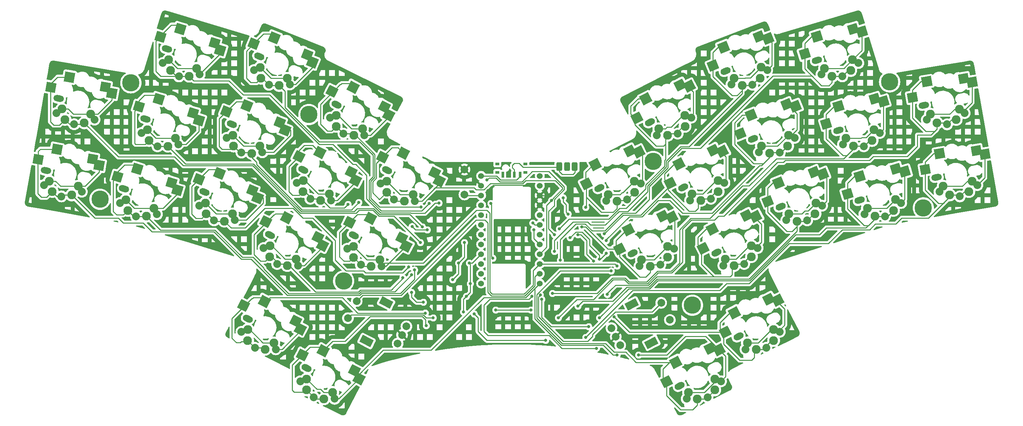
<source format=gbr>
%TF.GenerationSoftware,KiCad,Pcbnew,(6.0.4)*%
%TF.CreationDate,2022-08-24T00:31:51+02:00*%
%TF.ProjectId,Asfoora,4173666f-6f72-4612-9e6b-696361645f70,rev?*%
%TF.SameCoordinates,Original*%
%TF.FileFunction,Copper,L2,Bot*%
%TF.FilePolarity,Positive*%
%FSLAX46Y46*%
G04 Gerber Fmt 4.6, Leading zero omitted, Abs format (unit mm)*
G04 Created by KiCad (PCBNEW (6.0.4)) date 2022-08-24 00:31:51*
%MOMM*%
%LPD*%
G01*
G04 APERTURE LIST*
G04 Aperture macros list*
%AMRoundRect*
0 Rectangle with rounded corners*
0 $1 Rounding radius*
0 $2 $3 $4 $5 $6 $7 $8 $9 X,Y pos of 4 corners*
0 Add a 4 corners polygon primitive as box body*
4,1,4,$2,$3,$4,$5,$6,$7,$8,$9,$2,$3,0*
0 Add four circle primitives for the rounded corners*
1,1,$1+$1,$2,$3*
1,1,$1+$1,$4,$5*
1,1,$1+$1,$6,$7*
1,1,$1+$1,$8,$9*
0 Add four rect primitives between the rounded corners*
20,1,$1+$1,$2,$3,$4,$5,0*
20,1,$1+$1,$4,$5,$6,$7,0*
20,1,$1+$1,$6,$7,$8,$9,0*
20,1,$1+$1,$8,$9,$2,$3,0*%
%AMHorizOval*
0 Thick line with rounded ends*
0 $1 width*
0 $2 $3 position (X,Y) of the first rounded end (center of the circle)*
0 $4 $5 position (X,Y) of the second rounded end (center of the circle)*
0 Add line between two ends*
20,1,$1,$2,$3,$4,$5,0*
0 Add two circle primitives to create the rounded ends*
1,1,$1,$2,$3*
1,1,$1,$4,$5*%
%AMRotRect*
0 Rectangle, with rotation*
0 The origin of the aperture is its center*
0 $1 length*
0 $2 width*
0 $3 Rotation angle, in degrees counterclockwise*
0 Add horizontal line*
21,1,$1,$2,0,0,$3*%
G04 Aperture macros list end*
%TA.AperFunction,WasherPad*%
%ADD10HorizOval,1.706624X0.490029X-0.086405X-0.490029X0.086405X0*%
%TD*%
%TA.AperFunction,SMDPad,CuDef*%
%ADD11RotRect,2.600000X2.600000X350.000000*%
%TD*%
%TA.AperFunction,ComponentPad*%
%ADD12C,2.032000*%
%TD*%
%TA.AperFunction,ComponentPad*%
%ADD13C,2.286000*%
%TD*%
%TA.AperFunction,SMDPad,CuDef*%
%ADD14RotRect,2.550000X2.500000X350.000000*%
%TD*%
%TA.AperFunction,WasherPad*%
%ADD15HorizOval,1.706624X0.443354X0.225900X-0.443354X-0.225900X0*%
%TD*%
%TA.AperFunction,SMDPad,CuDef*%
%ADD16RotRect,2.600000X2.600000X27.000000*%
%TD*%
%TA.AperFunction,SMDPad,CuDef*%
%ADD17RotRect,2.550000X2.500000X27.000000*%
%TD*%
%TA.AperFunction,ComponentPad*%
%ADD18C,4.500000*%
%TD*%
%TA.AperFunction,WasherPad*%
%ADD19HorizOval,1.706624X0.461356X-0.186400X-0.461356X0.186400X0*%
%TD*%
%TA.AperFunction,SMDPad,CuDef*%
%ADD20RotRect,2.600000X2.600000X338.000000*%
%TD*%
%TA.AperFunction,SMDPad,CuDef*%
%ADD21RotRect,2.550000X2.500000X338.000000*%
%TD*%
%TA.AperFunction,WasherPad*%
%ADD22HorizOval,1.706624X0.443354X-0.225900X-0.443354X0.225900X0*%
%TD*%
%TA.AperFunction,SMDPad,CuDef*%
%ADD23RotRect,2.600000X2.600000X333.000000*%
%TD*%
%TA.AperFunction,SMDPad,CuDef*%
%ADD24RotRect,2.550000X2.500000X333.000000*%
%TD*%
%TA.AperFunction,ComponentPad*%
%ADD25C,2.000000*%
%TD*%
%TA.AperFunction,ComponentPad*%
%ADD26RotRect,3.200000X2.000000X27.000000*%
%TD*%
%TA.AperFunction,WasherPad*%
%ADD27HorizOval,1.706624X0.475846X0.145481X-0.475846X-0.145481X0*%
%TD*%
%TA.AperFunction,SMDPad,CuDef*%
%ADD28RotRect,2.550000X2.500000X17.000000*%
%TD*%
%TA.AperFunction,SMDPad,CuDef*%
%ADD29RotRect,2.600000X2.600000X17.000000*%
%TD*%
%TA.AperFunction,WasherPad*%
%ADD30HorizOval,1.706624X0.461356X0.186400X-0.461356X-0.186400X0*%
%TD*%
%TA.AperFunction,SMDPad,CuDef*%
%ADD31RotRect,2.600000X2.600000X22.000000*%
%TD*%
%TA.AperFunction,SMDPad,CuDef*%
%ADD32RotRect,2.550000X2.500000X22.000000*%
%TD*%
%TA.AperFunction,WasherPad*%
%ADD33HorizOval,1.706624X0.490029X0.086405X-0.490029X-0.086405X0*%
%TD*%
%TA.AperFunction,SMDPad,CuDef*%
%ADD34RotRect,2.600000X2.600000X10.000000*%
%TD*%
%TA.AperFunction,SMDPad,CuDef*%
%ADD35RotRect,2.550000X2.500000X10.000000*%
%TD*%
%TA.AperFunction,WasherPad*%
%ADD36HorizOval,1.706624X0.475846X-0.145481X-0.475846X0.145481X0*%
%TD*%
%TA.AperFunction,SMDPad,CuDef*%
%ADD37RotRect,2.550000X2.500000X343.000000*%
%TD*%
%TA.AperFunction,SMDPad,CuDef*%
%ADD38RotRect,2.600000X2.600000X343.000000*%
%TD*%
%TA.AperFunction,ComponentPad*%
%ADD39C,1.524000*%
%TD*%
%TA.AperFunction,ComponentPad*%
%ADD40RotRect,3.200000X2.000000X153.000000*%
%TD*%
%TA.AperFunction,ComponentPad*%
%ADD41RoundRect,0.375000X0.375000X0.750000X-0.375000X0.750000X-0.375000X-0.750000X0.375000X-0.750000X0*%
%TD*%
%TA.AperFunction,SMDPad,CuDef*%
%ADD42R,1.000000X0.800000*%
%TD*%
%TA.AperFunction,SMDPad,CuDef*%
%ADD43R,0.700000X1.500000*%
%TD*%
%TA.AperFunction,ViaPad*%
%ADD44C,0.800000*%
%TD*%
%TA.AperFunction,Conductor*%
%ADD45C,0.250000*%
%TD*%
G04 APERTURE END LIST*
D10*
%TO.P,SW11,*%
%TO.N,*%
X32342582Y-74002051D03*
D11*
%TO.P,SW11,1,1*%
%TO.N,row_3*%
X46145183Y-72631995D03*
D12*
X31763766Y-77759275D03*
D13*
X40658719Y-78048257D03*
D14*
X44421292Y-70977509D03*
D13*
X33154484Y-76725058D03*
D12*
X41611843Y-79495756D03*
D14*
%TO.P,SW11,2,2*%
%TO.N,Net-(D4-Pad2)*%
X30281549Y-71063474D03*
D11*
X35155628Y-68456942D03*
D13*
X33964123Y-79447003D03*
D12*
X36323144Y-80695612D03*
D13*
X38966947Y-80329136D03*
%TD*%
D15*
%TO.P,SW24,*%
%TO.N,*%
X212128104Y-117057300D03*
D13*
%TO.P,SW24,1,1*%
%TO.N,row_3*%
X221204733Y-115283968D03*
D16*
X222326830Y-107656512D03*
D17*
X219954374Y-107372645D03*
D13*
X214415263Y-118743376D03*
D12*
X222837059Y-115866388D03*
X213926994Y-120406293D03*
D13*
%TO.P,SW24,2,2*%
%TO.N,Net-(D24-Pad2)*%
X221226291Y-118123693D03*
D12*
X219335406Y-120007454D03*
D13*
X216699977Y-120429965D03*
D16*
X211037572Y-110935846D03*
D17*
X208713609Y-115950809D03*
%TD*%
D15*
%TO.P,SW20,*%
%TO.N,*%
X196855435Y-129915401D03*
D13*
%TO.P,SW20,1,1*%
%TO.N,row_3*%
X199142594Y-131601477D03*
D12*
X207564390Y-128724489D03*
D17*
X204681705Y-120230746D03*
D16*
X207054161Y-120514613D03*
D12*
X198654325Y-133264394D03*
D13*
X205932064Y-128142069D03*
%TO.P,SW20,2,2*%
%TO.N,Net-(D20-Pad2)*%
X205953622Y-130981794D03*
D17*
X193440940Y-128808910D03*
D13*
X201427308Y-133288066D03*
D16*
X195764903Y-123793947D03*
D12*
X204062737Y-132865555D03*
%TD*%
D18*
%TO.P,,1*%
%TO.N,N/C*%
X189992000Y-71628000D03*
%TD*%
D15*
%TO.P,SW22,*%
%TO.N,*%
X197746775Y-78369578D03*
D13*
%TO.P,SW22,1,1*%
%TO.N,row_1*%
X206823404Y-76596246D03*
D12*
X199545665Y-81718571D03*
D17*
X205573045Y-68684923D03*
D12*
X208455730Y-77178666D03*
D13*
X200033934Y-80055654D03*
D16*
X207945501Y-68968790D03*
D17*
%TO.P,SW22,2,2*%
%TO.N,Net-(D22-Pad2)*%
X194332280Y-77263087D03*
D12*
X204954077Y-81319732D03*
D13*
X206844962Y-79435971D03*
X202318648Y-81742243D03*
D16*
X196656243Y-72248124D03*
%TD*%
D19*
%TO.P,SW5,*%
%TO.N,*%
X87682200Y-44336530D03*
D12*
%TO.P,SW5,1,1*%
%TO.N,row_0*%
X95606700Y-51637372D03*
D13*
X94975355Y-50023339D03*
X87910214Y-47168836D03*
D12*
X86334861Y-47891306D03*
D20*
X101468031Y-45866134D03*
D21*
X100125798Y-43889385D03*
%TO.P,SW5,2,2*%
%TO.N,Net-(D5-Pad2)*%
X86277170Y-41033655D03*
D13*
X88136237Y-49999634D03*
X92846331Y-51902635D03*
D12*
X90184107Y-51711425D03*
D20*
X91586667Y-39497460D03*
%TD*%
D18*
%TO.P,,1*%
%TO.N,N/C*%
X46348000Y-81440000D03*
%TD*%
D22*
%TO.P,SW8,*%
%TO.N,*%
X107720172Y-56830101D03*
D23*
%TO.P,SW8,1,1*%
%TO.N,row_0*%
X121320230Y-59555399D03*
D12*
X114978207Y-64793827D03*
X106068141Y-60253922D03*
D13*
X107700467Y-59671502D03*
D24*
X120155390Y-57469189D03*
D13*
X114489937Y-63130910D03*
D12*
%TO.P,SW8,2,2*%
%TO.N,Net-(D9-Pad2)*%
X109569794Y-64394988D03*
D13*
X107678910Y-62511227D03*
X112205223Y-64817499D03*
D24*
X106608353Y-53417338D03*
D23*
X112031534Y-52349741D03*
%TD*%
D25*
%TO.P,SW33,1,1*%
%TO.N,reset*%
X140970000Y-80212000D03*
%TO.P,SW33,2,2*%
%TO.N,gnd*%
X140970000Y-73712000D03*
%TD*%
%TO.P,SW16,A,A*%
%TO.N,EncL2*%
X179119418Y-114910907D03*
%TO.P,SW16,B,B*%
%TO.N,EncR2*%
X181389370Y-119365940D03*
%TO.P,SW16,C,C*%
%TO.N,gnd*%
X180254394Y-117138424D03*
D26*
%TO.P,SW16,MP*%
%TO.N,N/C*%
X189479290Y-118723132D03*
X184394596Y-108743858D03*
D25*
%TO.P,SW16,S1,S1*%
%TO.N,Net-(D19-Pad2)*%
X194308965Y-112783078D03*
%TO.P,SW16,S2,S2*%
%TO.N,row_2*%
X192039012Y-108328045D03*
%TD*%
D27*
%TO.P,SW30,*%
%TO.N,*%
X238040696Y-63540573D03*
D13*
%TO.P,SW30,1,1*%
%TO.N,row_1*%
X240000324Y-65598195D03*
D12*
X239230710Y-67151061D03*
X248793758Y-64227344D03*
D28*
X247429791Y-55362067D03*
D29*
X249716910Y-56053594D03*
D13*
X247287367Y-63370322D03*
%TO.P,SW30,2,2*%
%TO.N,Net-(D30-Pad2)*%
X246815484Y-66170648D03*
D29*
X238029711Y-57322749D03*
D12*
X244626214Y-67697442D03*
D28*
X234870216Y-61857971D03*
D13*
X241957456Y-67655897D03*
%TD*%
D22*
%TO.P,SW19,*%
%TO.N,*%
X99985692Y-125305048D03*
D24*
%TO.P,SW19,1,1*%
%TO.N,row_3*%
X112420910Y-125944136D03*
D13*
X99965987Y-128146449D03*
D12*
X98333661Y-128728869D03*
X107243727Y-133268774D03*
D13*
X106755457Y-131605857D03*
D23*
X113585750Y-128030346D03*
D12*
%TO.P,SW19,2,2*%
%TO.N,Net-(D16-Pad2)*%
X101835314Y-132869935D03*
D13*
X104470743Y-133292446D03*
X99944430Y-130986174D03*
D24*
X98873873Y-121892285D03*
D23*
X104297054Y-120824688D03*
%TD*%
D18*
%TO.P,,1*%
%TO.N,N/C*%
X109598000Y-102690000D03*
%TD*%
D30*
%TO.P,SW25,*%
%TO.N,*%
X208791539Y-48140726D03*
D13*
%TO.P,SW25,1,1*%
%TO.N,row_0*%
X210923044Y-50019724D03*
X217988185Y-47165222D03*
D31*
X219770789Y-39664588D03*
D32*
X217432102Y-39175028D03*
D12*
X210291700Y-51633758D03*
X219563538Y-47887692D03*
D13*
%TO.P,SW25,2,2*%
%TO.N,Net-(D25-Pad2)*%
X217762163Y-49996020D03*
D31*
X208238677Y-41947519D03*
D13*
X213052069Y-51899021D03*
D12*
X215714293Y-51707811D03*
D32*
X205486475Y-46740852D03*
%TD*%
D19*
%TO.P,SW6,*%
%TO.N,*%
X80564675Y-61953023D03*
D12*
%TO.P,SW6,1,1*%
%TO.N,row_1*%
X88489175Y-69253865D03*
D13*
X80792689Y-64785329D03*
X87857830Y-67639832D03*
D20*
X94350506Y-63482627D03*
D21*
X93008273Y-61505878D03*
D12*
X79217336Y-65507799D03*
%TO.P,SW6,2,2*%
%TO.N,Net-(D6-Pad2)*%
X83066582Y-69327918D03*
D13*
X85728806Y-69519128D03*
D20*
X84469142Y-57113953D03*
D13*
X81018712Y-67616127D03*
D21*
X79159645Y-58650148D03*
%TD*%
D22*
%TO.P,SW10,*%
%TO.N,*%
X90468533Y-90688349D03*
D24*
%TO.P,SW10,1,1*%
%TO.N,row_2*%
X102903751Y-91327437D03*
D23*
X104068591Y-93413647D03*
D13*
X97238298Y-96989158D03*
X90448828Y-93529750D03*
D12*
X88816502Y-94112170D03*
X97726568Y-98652075D03*
%TO.P,SW10,2,2*%
%TO.N,Net-(D11-Pad2)*%
X92318155Y-98253236D03*
D23*
X94779895Y-86207989D03*
D24*
X89356714Y-87275586D03*
D13*
X90427271Y-96369475D03*
X94953584Y-98675747D03*
%TD*%
D33*
%TO.P,SW32,*%
%TO.N,*%
X263545652Y-75765859D03*
D12*
%TO.P,SW32,1,1*%
%TO.N,row_3*%
X264286788Y-79494461D03*
D34*
X276047266Y-69757659D03*
D35*
X273861471Y-68792557D03*
D13*
X265239913Y-78046962D03*
X272744148Y-76723763D03*
D12*
X274134866Y-77757979D03*
%TO.P,SW32,2,2*%
%TO.N,Net-(D32-Pad2)*%
X269575488Y-80694316D03*
D13*
X271934508Y-79445707D03*
D35*
X260603862Y-73709414D03*
D34*
X264292511Y-69593042D03*
D13*
X266931685Y-80327840D03*
%TD*%
D30*
%TO.P,SW27,*%
%TO.N,*%
X223026589Y-83373712D03*
D13*
%TO.P,SW27,1,1*%
%TO.N,row_2*%
X232223235Y-82398208D03*
D32*
X231667152Y-74408014D03*
D13*
X225158094Y-85252710D03*
D31*
X234005839Y-74897574D03*
D12*
X233798588Y-83120678D03*
X224526750Y-86866744D03*
D13*
%TO.P,SW27,2,2*%
%TO.N,Net-(D27-Pad2)*%
X227287119Y-87132007D03*
D12*
X229949343Y-86940797D03*
D31*
X222473727Y-77180505D03*
D32*
X219721525Y-81973838D03*
D13*
X231997213Y-85229006D03*
%TD*%
D36*
%TO.P,SW14,*%
%TO.N,*%
X52582253Y-78741277D03*
D13*
%TO.P,SW14,1,1*%
%TO.N,row_3*%
X60343294Y-83770805D03*
D12*
X61112908Y-85323671D03*
D37*
X64939528Y-77211303D03*
D13*
X53056252Y-81542933D03*
D12*
X51549861Y-82399954D03*
D38*
X66448939Y-79063546D03*
D12*
%TO.P,SW14,2,2*%
%TO.N,Net-(D8-Pad2)*%
X55717404Y-85870053D03*
D13*
X58386163Y-85828507D03*
X53528134Y-84343259D03*
D37*
X50894705Y-75573427D03*
D38*
X56050109Y-73580324D03*
%TD*%
D36*
%TO.P,SW2,*%
%TO.N,*%
X63692377Y-42401696D03*
D38*
%TO.P,SW2,1,1*%
%TO.N,row_0*%
X77559063Y-42723965D03*
D13*
X71453418Y-47431224D03*
D12*
X62659985Y-46060373D03*
D37*
X76049652Y-40871722D03*
D12*
X72223032Y-48984090D03*
D13*
X64166376Y-45203352D03*
D37*
%TO.P,SW2,2,2*%
%TO.N,Net-(D1-Pad2)*%
X62004829Y-39233846D03*
D13*
X64638258Y-48003678D03*
D38*
X67160233Y-37240743D03*
D13*
X69496287Y-49488926D03*
D12*
X66827528Y-49530472D03*
%TD*%
D22*
%TO.P,SW15,*%
%TO.N,*%
X84713023Y-112446947D03*
D13*
%TO.P,SW15,1,1*%
%TO.N,row_3*%
X84693318Y-115288348D03*
D12*
X83060992Y-115870768D03*
D23*
X98313081Y-115172245D03*
D12*
X91971058Y-120410673D03*
D24*
X97148241Y-113086035D03*
D13*
X91482788Y-118747756D03*
D24*
%TO.P,SW15,2,2*%
%TO.N,Net-(D12-Pad2)*%
X83601204Y-109034184D03*
D13*
X84671761Y-118128073D03*
X89198074Y-120434345D03*
D12*
X86562645Y-120011834D03*
D23*
X89024385Y-107966587D03*
%TD*%
D39*
%TO.P,U1,1,D3/TX0*%
%TO.N,EncR1*%
X160519400Y-75361000D03*
%TO.P,U1,2,D2/RX1*%
%TO.N,EncL1*%
X160519400Y-77901000D03*
%TO.P,U1,3,GND*%
%TO.N,gnd*%
X160519400Y-80441000D03*
%TO.P,U1,4,GND*%
X160519400Y-82981000D03*
%TO.P,U1,5,SDA/D1/2*%
%TO.N,sda*%
X160519400Y-85521000D03*
%TO.P,U1,6,SCL/D0/3*%
%TO.N,scl*%
X160519400Y-88061000D03*
%TO.P,U1,7,D4/4*%
%TO.N,EncL2*%
X160519400Y-90601000D03*
%TO.P,U1,8,C6/5*%
%TO.N,EncR2*%
X160519400Y-93141000D03*
%TO.P,U1,9,D7/6*%
%TO.N,row_0*%
X160519400Y-95681000D03*
%TO.P,U1,10,E6/7*%
%TO.N,row_1*%
X160519400Y-98221000D03*
%TO.P,U1,11,B4/8*%
%TO.N,row_2*%
X160519400Y-100761000D03*
%TO.P,U1,12,B5/9*%
%TO.N,row_3*%
X160519400Y-103301000D03*
%TO.P,U1,13,10/B6*%
%TO.N,col_0*%
X145299400Y-103301000D03*
%TO.P,U1,14,16/B2*%
%TO.N,col_1*%
X145299400Y-100761000D03*
%TO.P,U1,15,14/B3*%
%TO.N,col_2*%
X145299400Y-98221000D03*
%TO.P,U1,16,15/B1*%
%TO.N,col_3*%
X145299400Y-95681000D03*
%TO.P,U1,17,A0/F7*%
%TO.N,col_4*%
X145299400Y-93141000D03*
%TO.P,U1,18,A1/F6*%
%TO.N,col_5*%
X145299400Y-90601000D03*
%TO.P,U1,19,A2/F5*%
%TO.N,col_6*%
X145299400Y-88061000D03*
%TO.P,U1,20,A3/F4*%
%TO.N,col_7*%
X145299400Y-85521000D03*
%TO.P,U1,21,VCC*%
%TO.N,vcc*%
X145299400Y-82981000D03*
%TO.P,U1,22,RST*%
%TO.N,reset*%
X145299400Y-80441000D03*
%TO.P,U1,23,GND*%
%TO.N,gnd*%
X145299400Y-77901000D03*
%TO.P,U1,24,RAW*%
%TO.N,raw*%
X145299400Y-75361000D03*
%TD*%
D25*
%TO.P,SW1,A,A*%
%TO.N,EncL1*%
X123622812Y-118916489D03*
%TO.P,SW1,B,B*%
%TO.N,EncR1*%
X125892764Y-114461456D03*
%TO.P,SW1,C,C*%
%TO.N,gnd*%
X124757788Y-116688973D03*
D40*
%TO.P,SW1,MP*%
%TO.N,N/C*%
X115532892Y-118273681D03*
X120617586Y-108294407D03*
D25*
%TO.P,SW1,S1,S1*%
%TO.N,row_2*%
X112973170Y-107878594D03*
%TO.P,SW1,S2,S2*%
%TO.N,Net-(D15-Pad2)*%
X110703217Y-112333627D03*
%TD*%
D15*
%TO.P,SW18,*%
%TO.N,*%
X184630561Y-95459959D03*
D16*
%TO.P,SW18,1,1*%
%TO.N,row_1*%
X194829287Y-86059171D03*
D12*
X195339516Y-94269047D03*
D13*
X186917720Y-97146035D03*
D17*
X192456831Y-85775304D03*
D13*
X193707190Y-93686627D03*
D12*
X186429451Y-98808952D03*
%TO.P,SW18,2,2*%
%TO.N,Net-(D18-Pad2)*%
X191837863Y-98410113D03*
D13*
X193728748Y-96526352D03*
X189202434Y-98832624D03*
D16*
X183540029Y-89338505D03*
D17*
X181216066Y-94353468D03*
%TD*%
D18*
%TO.P,,1*%
%TO.N,N/C*%
X100584000Y-59436000D03*
%TD*%
D10*
%TO.P,SW4,*%
%TO.N,*%
X35632860Y-55273628D03*
D14*
%TO.P,SW4,1,1*%
%TO.N,row_2*%
X47711570Y-52249086D03*
D12*
X44902121Y-60767333D03*
D13*
X43948997Y-59319834D03*
D11*
X49435461Y-53903572D03*
D13*
X36444762Y-57996635D03*
D12*
X35054044Y-59030852D03*
D11*
%TO.P,SW4,2,2*%
%TO.N,Net-(D3-Pad2)*%
X38445906Y-49728519D03*
D14*
X33571827Y-52335051D03*
D13*
X42257225Y-61600713D03*
X37254401Y-60718580D03*
D12*
X39613422Y-61967189D03*
%TD*%
D19*
%TO.P,SW7,*%
%TO.N,*%
X73447150Y-79569516D03*
D12*
%TO.P,SW7,1,1*%
%TO.N,row_2*%
X72099811Y-83124292D03*
D20*
X87232981Y-81099120D03*
D13*
X80740305Y-85256325D03*
X73675164Y-82401822D03*
D21*
X85890748Y-79122371D03*
D12*
X81371650Y-86870358D03*
D21*
%TO.P,SW7,2,2*%
%TO.N,Net-(D7-Pad2)*%
X72042120Y-76266641D03*
D13*
X78611281Y-87135621D03*
D20*
X77351617Y-74730446D03*
D12*
X75949057Y-86944411D03*
D13*
X73901187Y-85232620D03*
%TD*%
D27*
%TO.P,SW29,*%
%TO.N,*%
X232485634Y-45370782D03*
D28*
%TO.P,SW29,1,1*%
%TO.N,row_0*%
X241874729Y-37192276D03*
D29*
X244161848Y-37883803D03*
D12*
X243238696Y-46057553D03*
D13*
X234445262Y-47428404D03*
D12*
X233675648Y-48981270D03*
D13*
X241732305Y-45200531D03*
D29*
%TO.P,SW29,2,2*%
%TO.N,Net-(D29-Pad2)*%
X232474649Y-39152958D03*
D12*
X239071152Y-49527651D03*
D13*
X241260422Y-48000857D03*
X236402394Y-49486106D03*
D28*
X229315154Y-43688180D03*
%TD*%
D18*
%TO.P,,1,1*%
%TO.N,N/C*%
X251348000Y-50940000D03*
%TD*%
D22*
%TO.P,SW9,*%
%TO.N,*%
X99094352Y-73759225D03*
D13*
%TO.P,SW9,1,1*%
%TO.N,row_1*%
X105864117Y-80060034D03*
D24*
X111529570Y-74398313D03*
D12*
X97442321Y-77183046D03*
D23*
X112694410Y-76484523D03*
D13*
X99074647Y-76600626D03*
D12*
X106352387Y-81722951D03*
D24*
%TO.P,SW9,2,2*%
%TO.N,Net-(D10-Pad2)*%
X97982533Y-70346462D03*
D12*
X100943974Y-81324112D03*
D13*
X99053090Y-79440351D03*
X103579403Y-81746623D03*
D23*
X103405714Y-69278865D03*
%TD*%
D18*
%TO.P,,1,1*%
%TO.N,N/C*%
X200152000Y-108966000D03*
%TD*%
D22*
%TO.P,SW12,*%
%TO.N,*%
X120836386Y-73920482D03*
D23*
%TO.P,SW12,1,1*%
%TO.N,row_0*%
X134436444Y-76645780D03*
D13*
X120816681Y-76761883D03*
D12*
X119184355Y-77344303D03*
D13*
X127606151Y-80221291D03*
D24*
X133271604Y-74559570D03*
D12*
X128094421Y-81884208D03*
D13*
%TO.P,SW12,2,2*%
%TO.N,Net-(D13-Pad2)*%
X125321437Y-81907880D03*
D23*
X125147748Y-69440122D03*
D12*
X122686008Y-81485369D03*
D13*
X120795124Y-79601608D03*
D24*
X119724567Y-70507719D03*
%TD*%
D15*
%TO.P,SW17,*%
%TO.N,*%
X176004741Y-78530835D03*
D17*
%TO.P,SW17,1,1*%
%TO.N,row_0*%
X183831011Y-68846180D03*
D13*
X178291900Y-80216911D03*
D12*
X186713696Y-77339923D03*
X177803631Y-81879828D03*
D13*
X185081370Y-76757503D03*
D16*
X186203467Y-69130047D03*
D17*
%TO.P,SW17,2,2*%
%TO.N,Net-(D17-Pad2)*%
X172590246Y-77424344D03*
D13*
X185102928Y-79597228D03*
X180576614Y-81903500D03*
D16*
X174914209Y-72409381D03*
D12*
X183212043Y-81480989D03*
%TD*%
D15*
%TO.P,SW21,*%
%TO.N,*%
X189120955Y-61440454D03*
D16*
%TO.P,SW21,1,1*%
%TO.N,row_0*%
X199319681Y-52039666D03*
D13*
X198197584Y-59667122D03*
D12*
X199829910Y-60249542D03*
X190919845Y-64789447D03*
D17*
X196947225Y-51755799D03*
D13*
X191408114Y-63126530D03*
D16*
%TO.P,SW21,2,2*%
%TO.N,Net-(D21-Pad2)*%
X188030423Y-55319000D03*
D13*
X193692828Y-64813119D03*
X198219142Y-62506847D03*
D12*
X196328257Y-64390608D03*
D17*
X185706460Y-60333963D03*
%TD*%
D33*
%TO.P,SW31,*%
%TO.N,*%
X260240386Y-57050693D03*
D35*
%TO.P,SW31,1,1*%
%TO.N,row_2*%
X270556205Y-50077391D03*
D13*
X261934647Y-59331796D03*
D12*
X270829600Y-59042813D03*
D13*
X269438882Y-58008597D03*
D34*
X272742000Y-51042493D03*
D12*
X260981522Y-60779295D03*
D34*
%TO.P,SW31,2,2*%
%TO.N,Net-(D31-Pad2)*%
X260987245Y-50877876D03*
D12*
X266270222Y-61979150D03*
D13*
X263626419Y-61612674D03*
D35*
X257298596Y-54994248D03*
D13*
X268629242Y-60730541D03*
%TD*%
D18*
%TO.P,,1*%
%TO.N,N/C*%
X54348000Y-51190000D03*
%TD*%
D30*
%TO.P,SW26,*%
%TO.N,*%
X215909064Y-65757219D03*
D32*
%TO.P,SW26,1,1*%
%TO.N,row_1*%
X224549627Y-56791521D03*
D12*
X226681063Y-65504185D03*
D31*
X226888314Y-57281081D03*
D12*
X217409225Y-69250251D03*
D13*
X225105710Y-64781715D03*
X218040569Y-67636217D03*
D12*
%TO.P,SW26,2,2*%
%TO.N,Net-(D26-Pad2)*%
X222831818Y-69324304D03*
D31*
X215356202Y-59564012D03*
D13*
X220169594Y-69515514D03*
X224879688Y-67612513D03*
D32*
X212604000Y-64357345D03*
%TD*%
D27*
%TO.P,SW28,*%
%TO.N,*%
X243595758Y-81710363D03*
D29*
%TO.P,SW28,1,1*%
%TO.N,row_3*%
X255271972Y-74223384D03*
D28*
X252984853Y-73531857D03*
D13*
X245555386Y-83767985D03*
X252842429Y-81540112D03*
D12*
X244785772Y-85320851D03*
X254348820Y-82397134D03*
D29*
%TO.P,SW28,2,2*%
%TO.N,Net-(D28-Pad2)*%
X243584773Y-75492539D03*
D12*
X250181276Y-85867232D03*
D13*
X252370546Y-84340438D03*
D28*
X240425278Y-80027761D03*
D13*
X247512518Y-85825687D03*
%TD*%
D36*
%TO.P,SW3,*%
%TO.N,*%
X58137639Y-60571867D03*
D12*
%TO.P,SW3,1,1*%
%TO.N,row_1*%
X57105247Y-64230544D03*
D13*
X65898680Y-65601395D03*
X58611638Y-63373523D03*
D38*
X72004325Y-60894136D03*
D12*
X66668294Y-67154261D03*
D37*
X70494914Y-59041893D03*
D38*
%TO.P,SW3,2,2*%
%TO.N,Net-(D2-Pad2)*%
X61605495Y-55410914D03*
D12*
X61272790Y-67700643D03*
D13*
X63941549Y-67659097D03*
X59083520Y-66173849D03*
D37*
X56450091Y-57404017D03*
%TD*%
D41*
%TO.P,PAD1,1*%
%TO.N,bat+*%
X165598000Y-72940000D03*
%TO.P,PAD1,2*%
%TO.N,gnd*%
X167598000Y-72940000D03*
%TO.P,PAD1,3*%
%TO.N,bat+*%
X169598000Y-72940000D03*
%TD*%
D15*
%TO.P,SW23,*%
%TO.N,*%
X206372594Y-95298702D03*
D16*
%TO.P,SW23,1,1*%
%TO.N,row_2*%
X216571320Y-85897914D03*
D12*
X208171484Y-98647695D03*
X217081549Y-94107790D03*
D17*
X214198864Y-85614047D03*
D13*
X215449223Y-93525370D03*
X208659753Y-96984778D03*
D12*
%TO.P,SW23,2,2*%
%TO.N,Net-(D23-Pad2)*%
X213579896Y-98248856D03*
D13*
X215470781Y-96365095D03*
X210944467Y-98671367D03*
D17*
X202958099Y-94192211D03*
D16*
X205282062Y-89177248D03*
%TD*%
D22*
%TO.P,SW13,*%
%TO.N,*%
X112210566Y-90849606D03*
D12*
%TO.P,SW13,1,1*%
%TO.N,row_1*%
X110558535Y-94273427D03*
D13*
X118980331Y-97150415D03*
X112190861Y-93691007D03*
D24*
X124645784Y-91488694D03*
D12*
X119468601Y-98813332D03*
D23*
X125810624Y-93574904D03*
D13*
%TO.P,SW13,2,2*%
%TO.N,Net-(D14-Pad2)*%
X112169304Y-96530732D03*
D24*
X111098747Y-87436843D03*
D12*
X114060188Y-98414493D03*
D23*
X116521928Y-86369246D03*
D13*
X116695617Y-98837004D03*
%TD*%
D18*
%TO.P,,1*%
%TO.N,N/C*%
X260098000Y-83690000D03*
%TD*%
D42*
%TO.P,SW34,*%
%TO.N,*%
X149512000Y-74440000D03*
X156812000Y-74440000D03*
X156812000Y-72230000D03*
X149512000Y-72230000D03*
D43*
%TO.P,SW34,1,A*%
%TO.N,unconnected-(SW34-Pad1)*%
X150912000Y-75090000D03*
%TO.P,SW34,2,B*%
%TO.N,bat+*%
X153912000Y-75090000D03*
%TO.P,SW34,3,C*%
%TO.N,raw*%
X155412000Y-75090000D03*
%TD*%
D44*
%TO.N,vcc*%
X149098000Y-110236000D03*
X158242000Y-110236000D03*
%TO.N,scl*%
X158708389Y-87625701D03*
%TO.N,Net-(D3-Pad2)*%
X129540000Y-92710000D03*
%TO.N,Net-(D4-Pad2)*%
X128016000Y-99822000D03*
%TO.N,Net-(D5-Pad2)*%
X131826000Y-82550000D03*
%TO.N,Net-(D6-Pad2)*%
X113538000Y-82296000D03*
%TO.N,Net-(D7-Pad2)*%
X126492000Y-99060000D03*
%TO.N,Net-(D15-Pad2)*%
X132842000Y-112268000D03*
%TO.N,col_2*%
X139446000Y-98044000D03*
X140970000Y-92710000D03*
X137922000Y-102362000D03*
X127254000Y-105664000D03*
X130302000Y-108204000D03*
%TO.N,Net-(D9-Pad2)*%
X129667000Y-83439000D03*
%TO.N,Net-(D10-Pad2)*%
X110744000Y-82804000D03*
%TO.N,Net-(D11-Pad2)*%
X124968000Y-101854000D03*
%TO.N,col_3*%
X141478000Y-106680000D03*
X142240000Y-98044000D03*
X140716000Y-110744000D03*
X142494000Y-103378000D03*
%TO.N,Net-(D13-Pad2)*%
X131318000Y-89408000D03*
X127381000Y-88519000D03*
%TO.N,Net-(D16-Pad2)*%
X131064000Y-114300000D03*
%TO.N,col_4*%
X147828000Y-82550000D03*
X146812000Y-76454000D03*
X148336000Y-96774000D03*
X168402000Y-91440000D03*
X177800000Y-95504000D03*
X164338000Y-90678000D03*
X176022000Y-97028000D03*
%TO.N,Net-(D17-Pad2)*%
X172466000Y-83566000D03*
%TO.N,Net-(D1-Pad2)*%
X134366000Y-82443311D03*
%TO.N,Net-(D20-Pad2)*%
X179070000Y-100076000D03*
%TO.N,col_5*%
X170434000Y-90678000D03*
X166624000Y-81063500D03*
X167894000Y-85306500D03*
X174498000Y-97536000D03*
%TO.N,Net-(D21-Pad2)*%
X165608000Y-89154000D03*
%TO.N,Net-(D22-Pad2)*%
X177292000Y-90424000D03*
%TO.N,Net-(D23-Pad2)*%
X178054000Y-106172000D03*
%TO.N,Net-(D24-Pad2)*%
X179832000Y-112014000D03*
%TO.N,Net-(D25-Pad2)*%
X164338000Y-94996000D03*
%TO.N,Net-(D26-Pad2)*%
X177800000Y-92202000D03*
%TO.N,Net-(D27-Pad2)*%
X170434000Y-109220000D03*
%TO.N,Net-(D28-Pad2)*%
X176022000Y-112268000D03*
%TO.N,col_7*%
X162052000Y-118110000D03*
X143510000Y-111252000D03*
%TO.N,Net-(D29-Pad2)*%
X165862000Y-97282000D03*
%TO.N,Net-(D30-Pad2)*%
X163830000Y-105918000D03*
%TO.N,Net-(D31-Pad2)*%
X165354000Y-112268000D03*
%TO.N,Net-(D32-Pad2)*%
X172466000Y-117348000D03*
%TO.N,Net-(D2-Pad2)*%
X130048000Y-88646000D03*
%TO.N,Net-(D18-Pad2)*%
X171450000Y-88646000D03*
%TO.N,gnd*%
X147066000Y-79248000D03*
X164846000Y-78232000D03*
X148336000Y-111506000D03*
%TO.N,EncL2*%
X161036000Y-107442000D03*
X173228000Y-114554000D03*
%TO.N,EncR2*%
X175238813Y-120163187D03*
X159004000Y-89408000D03*
X158496000Y-106680000D03*
%TO.N,row_1*%
X180596952Y-98808952D03*
%TO.N,row_0*%
X163576000Y-81788000D03*
%TO.N,Net-(D8-Pad2)*%
X127249701Y-101087701D03*
%TO.N,Net-(D12-Pad2)*%
X130810000Y-111009116D03*
%TO.N,row_3*%
X186182000Y-121920000D03*
X180594000Y-121920000D03*
%TO.N,row_2*%
X160659299Y-106303299D03*
%TD*%
D45*
%TO.N,vcc*%
X158242000Y-110236000D02*
X149098000Y-110236000D01*
%TO.N,scl*%
X158708389Y-87625701D02*
X159220688Y-88138000D01*
X159220688Y-88138000D02*
X160528000Y-88138000D01*
%TO.N,Net-(D3-Pad2)*%
X51096512Y-70440000D02*
X42257225Y-61600713D01*
X33476823Y-52430055D02*
X33476823Y-61318823D01*
X38503010Y-61967189D02*
X39613422Y-61967189D01*
X65707692Y-70440000D02*
X51096512Y-70440000D01*
X35782981Y-62190000D02*
X37254401Y-60718580D01*
X122682000Y-85852000D02*
X118780240Y-85852000D01*
X118780240Y-85852000D02*
X117224470Y-84296230D01*
X39613422Y-61967189D02*
X41890749Y-61967189D01*
X41890749Y-61967189D02*
X42257225Y-61600713D01*
X34348000Y-62190000D02*
X35782981Y-62190000D01*
X117224470Y-84296230D02*
X113603642Y-84296230D01*
X98383718Y-85090000D02*
X86007316Y-72713598D01*
X86007316Y-72713598D02*
X67981290Y-72713598D01*
X35316967Y-49721033D02*
X33571827Y-51466173D01*
X38445906Y-49728519D02*
X38438420Y-49721033D01*
X67981290Y-72713598D02*
X65707692Y-70440000D01*
X37254401Y-60718580D02*
X38503010Y-61967189D01*
X33571827Y-51466173D02*
X33571827Y-52335051D01*
X33476823Y-61318823D02*
X34348000Y-62190000D01*
X129540000Y-92710000D02*
X122682000Y-85852000D01*
X33571827Y-52335051D02*
X33476823Y-52430055D01*
X112809872Y-85090000D02*
X98383718Y-85090000D01*
X113603642Y-84296230D02*
X112809872Y-85090000D01*
X38438420Y-49721033D02*
X35316967Y-49721033D01*
%TO.N,Net-(D4-Pad2)*%
X75946000Y-89916000D02*
X59867581Y-89916000D01*
X85539520Y-96969520D02*
X82999520Y-96969520D01*
X30186545Y-80010159D02*
X31116386Y-80940000D01*
X32471126Y-80940000D02*
X33964123Y-79447003D01*
X33964123Y-79447003D02*
X35212732Y-80695612D01*
X44997811Y-86360000D02*
X38966947Y-80329136D01*
X124347306Y-105902976D02*
X114313070Y-105902976D01*
X31116386Y-80940000D02*
X32471126Y-80940000D01*
X35155628Y-68456942D02*
X35148142Y-68449456D01*
X113790046Y-106426000D02*
X94996000Y-106426000D01*
X82999520Y-96969520D02*
X75946000Y-89916000D01*
X30281549Y-71063474D02*
X30186545Y-71158478D01*
X35212732Y-80695612D02*
X36323144Y-80695612D01*
X114313070Y-105902976D02*
X113790046Y-106426000D01*
X38966947Y-80329136D02*
X36689620Y-80329136D01*
X30186545Y-71158478D02*
X30186545Y-80010159D01*
X30838544Y-68449456D02*
X30281549Y-69006451D01*
X36689620Y-80329136D02*
X36323144Y-80695612D01*
X51099177Y-86360000D02*
X44997811Y-86360000D01*
X94996000Y-106426000D02*
X85539520Y-96969520D01*
X57581581Y-87630000D02*
X52369177Y-87630000D01*
X52369177Y-87630000D02*
X51099177Y-86360000D01*
X30281549Y-69006451D02*
X30281549Y-71063474D01*
X35148142Y-68449456D02*
X30838544Y-68449456D01*
X128016000Y-102234282D02*
X124347306Y-105902976D01*
X59867581Y-89916000D02*
X57581581Y-87630000D01*
X128016000Y-99822000D02*
X128016000Y-102234282D01*
%TO.N,Net-(D5-Pad2)*%
X94346331Y-57642613D02*
X94346331Y-53402635D01*
X117210960Y-75573606D02*
X117210960Y-69958954D01*
X90375317Y-51902635D02*
X90184107Y-51711425D01*
X90184107Y-51711425D02*
X88472316Y-49999634D01*
X116217577Y-76566989D02*
X117210960Y-75573606D01*
X117210960Y-69958954D02*
X113800006Y-66548000D01*
X86993237Y-51142634D02*
X85507061Y-51142634D01*
X88472316Y-49999634D02*
X88136237Y-49999634D01*
X116217577Y-81382182D02*
X116217577Y-76566989D01*
X84348000Y-49983573D02*
X84348000Y-42962825D01*
X90588042Y-38498835D02*
X88811990Y-38498835D01*
X84348000Y-42962825D02*
X86277170Y-41033655D01*
X129872560Y-84503440D02*
X119338834Y-84503440D01*
X88811990Y-38498835D02*
X86277170Y-41033655D01*
X92846331Y-51902635D02*
X90375317Y-51902635D01*
X119338834Y-84503440D02*
X116217577Y-81382182D01*
X131826000Y-82550000D02*
X129872560Y-84503440D01*
X103251718Y-66548000D02*
X94346331Y-57642613D01*
X113800006Y-66548000D02*
X103251718Y-66548000D01*
X94346331Y-53402635D02*
X92846331Y-51902635D01*
X85507061Y-51142634D02*
X84348000Y-49983573D01*
X91586667Y-39497460D02*
X90588042Y-38498835D01*
X88136237Y-49999634D02*
X86993237Y-51142634D01*
%TO.N,Net-(D6-Pad2)*%
X79252056Y-58650148D02*
X81786876Y-56115328D01*
X86972558Y-71814558D02*
X86972558Y-72407404D01*
X81018712Y-67616127D02*
X82730503Y-69327918D01*
X79159645Y-58650148D02*
X77288507Y-60521286D01*
X86972558Y-72407404D02*
X98756114Y-84190960D01*
X78070409Y-68440000D02*
X80194839Y-68440000D01*
X82730503Y-69327918D02*
X83066582Y-69327918D01*
X85728806Y-70570806D02*
X86972558Y-71814558D01*
X77288507Y-60521286D02*
X77288507Y-67658098D01*
X80194839Y-68440000D02*
X81018712Y-67616127D01*
X85537596Y-69327918D02*
X85728806Y-69519128D01*
X83066582Y-69327918D02*
X85537596Y-69327918D01*
X85728806Y-69519128D02*
X85728806Y-70570806D01*
X111643040Y-84190960D02*
X113538000Y-82296000D01*
X81786876Y-56115328D02*
X83470517Y-56115328D01*
X79159645Y-58650148D02*
X79252056Y-58650148D01*
X77288507Y-67658098D02*
X78070409Y-68440000D01*
X83470517Y-56115328D02*
X84469142Y-57113953D01*
X98756114Y-84190960D02*
X111643040Y-84190960D01*
%TO.N,Net-(D7-Pad2)*%
X89154000Y-83820000D02*
X96478000Y-83820000D01*
X72758187Y-86375620D02*
X71272011Y-86375620D01*
X71272011Y-86375620D02*
X70170982Y-85274591D01*
X110236000Y-100076000D02*
X114808000Y-100076000D01*
X76140267Y-87135621D02*
X75949057Y-86944411D01*
X99018000Y-86360000D02*
X101600000Y-86360000D01*
X115316000Y-100584000D02*
X124968000Y-100584000D01*
X72042120Y-76266641D02*
X74576940Y-73731821D01*
X76352992Y-73731821D02*
X77351617Y-74730446D01*
X114808000Y-100076000D02*
X115316000Y-100584000D01*
X107442000Y-97282000D02*
X110236000Y-100076000D01*
X78611281Y-87135621D02*
X80375660Y-88900000D01*
X75949057Y-86944411D02*
X74237266Y-85232620D01*
X73901187Y-85232620D02*
X72758187Y-86375620D01*
X70170982Y-78137779D02*
X72042120Y-76266641D01*
X96478000Y-83820000D02*
X99018000Y-86360000D01*
X107442000Y-92202000D02*
X107442000Y-97282000D01*
X70170982Y-85274591D02*
X70170982Y-78137779D01*
X78611281Y-87135621D02*
X76140267Y-87135621D01*
X74237266Y-85232620D02*
X73901187Y-85232620D01*
X101600000Y-86360000D02*
X107442000Y-92202000D01*
X74576940Y-73731821D02*
X76352992Y-73731821D01*
X84074000Y-88900000D02*
X89154000Y-83820000D01*
X124968000Y-100584000D02*
X126492000Y-99060000D01*
X80375660Y-88900000D02*
X84074000Y-88900000D01*
%TO.N,Net-(D15-Pad2)*%
X132842000Y-112268000D02*
X131044270Y-112268000D01*
X130234906Y-111458636D02*
X111578208Y-111458636D01*
X111578208Y-111458636D02*
X110703217Y-112333627D01*
X131044270Y-112268000D02*
X130234906Y-111458636D01*
%TO.N,col_2*%
X127254000Y-106925386D02*
X128532614Y-108204000D01*
X139446000Y-98044000D02*
X139446000Y-100838000D01*
X140970000Y-96520000D02*
X140970000Y-92710000D01*
X128532614Y-108204000D02*
X130302000Y-108204000D01*
X127254000Y-105664000D02*
X127254000Y-106925386D01*
X139446000Y-100838000D02*
X137922000Y-102362000D01*
X139446000Y-98044000D02*
X140970000Y-96520000D01*
%TO.N,Net-(D9-Pad2)*%
X109142495Y-51383196D02*
X108873388Y-51652303D01*
X112705223Y-64817499D02*
X117660480Y-69772756D01*
X109569794Y-64394988D02*
X107686033Y-62511227D01*
X118910112Y-83439000D02*
X129667000Y-83439000D01*
X106500137Y-63690000D02*
X107678910Y-62511227D01*
X117660480Y-69772756D02*
X117660480Y-75759803D01*
X108873388Y-51652303D02*
X108719316Y-51652303D01*
X108719316Y-51652303D02*
X103598000Y-56773619D01*
X109569794Y-64394988D02*
X111782712Y-64394988D01*
X116667097Y-76753186D02*
X116667097Y-81195985D01*
X111782712Y-64394988D02*
X112205223Y-64817499D01*
X117660480Y-75759803D02*
X116667097Y-76753186D01*
X105348000Y-63690000D02*
X106500137Y-63690000D01*
X105348000Y-63688617D02*
X105348000Y-63690000D01*
X116667097Y-81195985D02*
X118910112Y-83439000D01*
X111564989Y-51383196D02*
X109142495Y-51383196D01*
X103598000Y-61938617D02*
X105348000Y-63688617D01*
X103598000Y-56773619D02*
X103598000Y-61938617D01*
X107686033Y-62511227D02*
X107678910Y-62511227D01*
X112531534Y-52349741D02*
X111564989Y-51383196D01*
%TO.N,Net-(D10-Pad2)*%
X103405714Y-69278865D02*
X101566849Y-67440000D01*
X97982533Y-68805467D02*
X97982533Y-70346462D01*
X101443974Y-81324112D02*
X103656892Y-81324112D01*
X101436851Y-81324112D02*
X101443974Y-81324112D01*
X104079403Y-81746623D02*
X106074220Y-83741440D01*
X98053441Y-80440000D02*
X99053090Y-79440351D01*
X99348000Y-67440000D02*
X97982533Y-68805467D01*
X103656892Y-81324112D02*
X104079403Y-81746623D01*
X101566849Y-67440000D02*
X99348000Y-67440000D01*
X96348000Y-80440000D02*
X98053441Y-80440000D01*
X95374583Y-72954412D02*
X95374583Y-79466583D01*
X109806560Y-83741440D02*
X110744000Y-82804000D01*
X97982533Y-70346462D02*
X95374583Y-72954412D01*
X106074220Y-83741440D02*
X109806560Y-83741440D01*
X95374583Y-79466583D02*
X96348000Y-80440000D01*
X99553090Y-79440351D02*
X101436851Y-81324112D01*
%TO.N,Net-(D11-Pad2)*%
X92818155Y-98253236D02*
X95031073Y-98253236D01*
X91621749Y-85510551D02*
X91467677Y-85510551D01*
X102304797Y-105526960D02*
X113417652Y-105526960D01*
X91467677Y-85510551D02*
X86348000Y-90630228D01*
X95031073Y-98253236D02*
X95453584Y-98675747D01*
X86348000Y-95798504D02*
X88061971Y-97512475D01*
X113417652Y-105526960D02*
X113940675Y-105003936D01*
X94313350Y-85241444D02*
X91890856Y-85241444D01*
X88061971Y-97512475D02*
X89284271Y-97512475D01*
X95453584Y-98675747D02*
X102304797Y-105526960D01*
X124968000Y-101970960D02*
X124968000Y-101854000D01*
X91890856Y-85241444D02*
X91621749Y-85510551D01*
X113940675Y-105003936D02*
X121935024Y-105003936D01*
X95279895Y-86207989D02*
X94313350Y-85241444D01*
X86348000Y-90630228D02*
X86348000Y-95798504D01*
X89284271Y-97512475D02*
X90427271Y-96369475D01*
X92811032Y-98253236D02*
X92818155Y-98253236D01*
X121935024Y-105003936D02*
X124968000Y-101970960D01*
X90927271Y-96369475D02*
X92811032Y-98253236D01*
%TO.N,col_3*%
X142240000Y-98044000D02*
X143002000Y-98044000D01*
X142494000Y-105664000D02*
X142494000Y-103378000D01*
X143002000Y-98044000D02*
X145288000Y-95758000D01*
X140716000Y-110744000D02*
X140716000Y-107442000D01*
X141478000Y-106680000D02*
X142494000Y-105664000D01*
X142494000Y-98298000D02*
X142240000Y-98044000D01*
X142494000Y-103378000D02*
X142494000Y-98298000D01*
X140716000Y-107442000D02*
X141478000Y-106680000D01*
%TO.N,Net-(D13-Pad2)*%
X117116617Y-79749055D02*
X118882147Y-81514585D01*
X122686008Y-81485369D02*
X120802247Y-79601608D01*
X123108519Y-81907880D02*
X122686008Y-81485369D01*
X123779626Y-68072000D02*
X122160286Y-68072000D01*
X118110000Y-72122286D02*
X118110000Y-75946000D01*
X120802247Y-79601608D02*
X120795124Y-79601608D01*
X127381000Y-88519000D02*
X128270000Y-89408000D01*
X118110000Y-75946000D02*
X117116617Y-76939383D01*
X118882147Y-81514585D02*
X120795124Y-79601608D01*
X117116617Y-76939383D02*
X117116617Y-79749055D01*
X122160286Y-68072000D02*
X119724567Y-70507719D01*
X125147748Y-69440122D02*
X123779626Y-68072000D01*
X128270000Y-89408000D02*
X131318000Y-89408000D01*
X119724567Y-70507719D02*
X118110000Y-72122286D01*
X125321437Y-81907880D02*
X123108519Y-81907880D01*
%TO.N,Net-(D14-Pad2)*%
X111164036Y-97536000D02*
X112169304Y-96530732D01*
X109666272Y-97536000D02*
X111164036Y-97536000D01*
X111098747Y-87436843D02*
X108490797Y-90044793D01*
X116695617Y-98837004D02*
X114482699Y-98837004D01*
X115555383Y-85402701D02*
X113132889Y-85402701D01*
X108490797Y-96360525D02*
X109666272Y-97536000D01*
X113132889Y-85402701D02*
X111098747Y-87436843D01*
X114060188Y-98414493D02*
X112176427Y-96530732D01*
X116521928Y-86369246D02*
X115555383Y-85402701D01*
X114482699Y-98837004D02*
X114060188Y-98414493D01*
X108490797Y-90044793D02*
X108490797Y-96360525D01*
X112176427Y-96530732D02*
X112169304Y-96530732D01*
%TO.N,Net-(D16-Pad2)*%
X104470743Y-133292446D02*
X102257825Y-133292446D01*
X96265923Y-131063923D02*
X96774000Y-131572000D01*
X98873873Y-121892285D02*
X96265923Y-124500235D01*
X102257825Y-133292446D02*
X101835314Y-132869935D01*
X103330509Y-119858143D02*
X100908015Y-119858143D01*
X109982000Y-118364000D02*
X106757742Y-118364000D01*
X106757742Y-118364000D02*
X104297054Y-120824688D01*
X116437844Y-111908156D02*
X109982000Y-118364000D01*
X130858072Y-112717520D02*
X130048708Y-111908156D01*
X96774000Y-131572000D02*
X99358604Y-131572000D01*
X131064000Y-114300000D02*
X130858072Y-114094072D01*
X130048708Y-111908156D02*
X116437844Y-111908156D01*
X100908015Y-119858143D02*
X98873873Y-121892285D01*
X99951553Y-130986174D02*
X99944430Y-130986174D01*
X96265923Y-124500235D02*
X96265923Y-131063923D01*
X130858072Y-114094072D02*
X130858072Y-112717520D01*
X101835314Y-132869935D02*
X99951553Y-130986174D01*
X104297054Y-120824688D02*
X103330509Y-119858143D01*
X99358604Y-131572000D02*
X99944430Y-130986174D01*
%TO.N,col_4*%
X158563833Y-74237189D02*
X162883189Y-74237189D01*
X155897502Y-76903520D02*
X158563833Y-74237189D01*
X162814000Y-84582000D02*
X162814000Y-89154000D01*
X164300511Y-83095489D02*
X162814000Y-84582000D01*
X176022000Y-96012000D02*
X173482000Y-93472000D01*
X166878000Y-78910408D02*
X164300511Y-81487897D01*
X150181802Y-76903520D02*
X155897502Y-76903520D01*
X169888511Y-89953489D02*
X168402000Y-91440000D01*
X147965040Y-96403040D02*
X147965040Y-82687040D01*
X171487489Y-89953489D02*
X169888511Y-89953489D01*
X147378480Y-75887520D02*
X149165802Y-75887520D01*
X164300511Y-81487897D02*
X164300511Y-83095489D01*
X162814000Y-89154000D02*
X164338000Y-90678000D01*
X176022000Y-97028000D02*
X176276000Y-97028000D01*
X173482000Y-93472000D02*
X173482000Y-91948000D01*
X173482000Y-91948000D02*
X171487489Y-89953489D01*
X147965040Y-82687040D02*
X147828000Y-82550000D01*
X166878000Y-78232000D02*
X166878000Y-78910408D01*
X149165802Y-75887520D02*
X150181802Y-76903520D01*
X162883189Y-74237189D02*
X166878000Y-78232000D01*
X176022000Y-97028000D02*
X176022000Y-96012000D01*
X148336000Y-96774000D02*
X147965040Y-96403040D01*
X176276000Y-97028000D02*
X177800000Y-95504000D01*
X146812000Y-76454000D02*
X147378480Y-75887520D01*
%TO.N,Net-(D17-Pad2)*%
X180576614Y-83837386D02*
X179578000Y-84836000D01*
X176530000Y-84836000D02*
X172590246Y-80896246D01*
X172590246Y-80896246D02*
X172590246Y-77424344D01*
X172466000Y-74411758D02*
X174468377Y-72409381D01*
X180692114Y-81788000D02*
X180576614Y-81903500D01*
X172590246Y-83441754D02*
X172466000Y-83566000D01*
X179578000Y-84836000D02*
X176530000Y-84836000D01*
X185102928Y-79597228D02*
X182912156Y-81788000D01*
X182912156Y-81788000D02*
X180692114Y-81788000D01*
X172590246Y-77424344D02*
X172466000Y-77300098D01*
X172590246Y-77424344D02*
X172590246Y-83441754D01*
X172466000Y-77300098D02*
X172466000Y-74411758D01*
X180576614Y-81903500D02*
X180576614Y-83837386D01*
X174468377Y-72409381D02*
X174914209Y-72409381D01*
%TO.N,Net-(D1-Pad2)*%
X90424000Y-54356000D02*
X83514000Y-54356000D01*
X126990677Y-84952960D02*
X119152636Y-84952960D01*
X69454741Y-49530472D02*
X69496287Y-49488926D01*
X66827528Y-49530472D02*
X69454741Y-49530472D01*
X64838359Y-36199641D02*
X62004829Y-39033171D01*
X62143991Y-49530472D02*
X66827528Y-49530472D01*
X133350000Y-82443311D02*
X130703311Y-85090000D01*
X66165052Y-49530472D02*
X66827528Y-49530472D01*
X106829849Y-67205849D02*
X103273849Y-67205849D01*
X112709835Y-72381197D02*
X112005197Y-72381197D01*
X103273849Y-67205849D02*
X90424000Y-54356000D01*
X134366000Y-82443311D02*
X133350000Y-82443311D01*
X60875044Y-40363631D02*
X60875044Y-48261525D01*
X62004829Y-39033171D02*
X62004829Y-39233846D01*
X115570000Y-75241362D02*
X112709835Y-72381197D01*
X79848000Y-50690000D02*
X70697361Y-50690000D01*
X64638258Y-48003678D02*
X66165052Y-49530472D01*
X60875044Y-48261525D02*
X62143991Y-49530472D01*
X127127717Y-85090000D02*
X126990677Y-84952960D01*
X70697361Y-50690000D02*
X69496287Y-49488926D01*
X130703311Y-85090000D02*
X127127717Y-85090000D01*
X66119131Y-36199641D02*
X64838359Y-36199641D01*
X115570000Y-81370324D02*
X115570000Y-75241362D01*
X119152636Y-84952960D02*
X115570000Y-81370324D01*
X62004829Y-39233846D02*
X60875044Y-40363631D01*
X112005197Y-72381197D02*
X106829849Y-67205849D01*
X83514000Y-54356000D02*
X79848000Y-50690000D01*
X67160233Y-37240743D02*
X66119131Y-36199641D01*
%TO.N,Net-(D20-Pad2)*%
X201427308Y-133288066D02*
X203640226Y-133288066D01*
X159707520Y-106230480D02*
X165862000Y-100076000D01*
X194214053Y-123793947D02*
X195764903Y-123793947D01*
X200234720Y-136097100D02*
X197057100Y-136097100D01*
X166302198Y-118930480D02*
X159707520Y-112335802D01*
X185515947Y-123793947D02*
X182880000Y-121158000D01*
X165862000Y-100076000D02*
X179070000Y-100076000D01*
X201427308Y-133288066D02*
X201427308Y-134904512D01*
X203640226Y-133288066D02*
X204062737Y-132865555D01*
X192511570Y-127879540D02*
X192511570Y-125496430D01*
X197057100Y-136097100D02*
X193440940Y-132480940D01*
X205946498Y-130981794D02*
X205953622Y-130981794D01*
X195764903Y-123793947D02*
X185515947Y-123793947D01*
X193440940Y-132480940D02*
X193440940Y-128808910D01*
X201427308Y-134904512D02*
X200234720Y-136097100D01*
X179832000Y-121158000D02*
X177604480Y-118930480D01*
X204062737Y-132865555D02*
X205946498Y-130981794D01*
X177604480Y-118930480D02*
X166302198Y-118930480D01*
X193440940Y-128808910D02*
X192511570Y-127879540D01*
X182880000Y-121158000D02*
X179832000Y-121158000D01*
X159707520Y-112335802D02*
X159707520Y-106230480D01*
X192511570Y-125496430D02*
X194214053Y-123793947D01*
%TO.N,col_5*%
X167386000Y-84798500D02*
X167894000Y-85306500D01*
X174498000Y-97536000D02*
X172720000Y-95758000D01*
X167386000Y-82841500D02*
X167386000Y-84798500D01*
X172720000Y-92202000D02*
X171196000Y-90678000D01*
X172720000Y-95758000D02*
X172720000Y-92202000D01*
X171196000Y-90678000D02*
X170434000Y-90678000D01*
X166624000Y-82079500D02*
X167386000Y-82841500D01*
X166624000Y-81063500D02*
X166624000Y-82079500D01*
%TO.N,Net-(D21-Pad2)*%
X185206460Y-62141537D02*
X190687076Y-67622153D01*
X195835381Y-64390608D02*
X195828257Y-64390608D01*
X192665847Y-67622153D02*
X193192828Y-67095172D01*
X181229717Y-83820000D02*
X178435717Y-86614000D01*
X193192828Y-64813119D02*
X193192828Y-71060084D01*
X185206460Y-60333963D02*
X185206460Y-62141537D01*
X195828257Y-64390608D02*
X193615339Y-64390608D01*
X178435717Y-86614000D02*
X168148000Y-86614000D01*
X193192828Y-71060084D02*
X192902960Y-71349953D01*
X192902960Y-71349953D02*
X192902960Y-72873954D01*
X186071399Y-55319000D02*
X184150000Y-57240399D01*
X168148000Y-86614000D02*
X165608000Y-89154000D01*
X197719142Y-62506847D02*
X195835381Y-64390608D01*
X188054207Y-78721324D02*
X182955531Y-83820000D01*
X184150000Y-59277503D02*
X185206460Y-60333963D01*
X190687076Y-67622153D02*
X192665847Y-67622153D01*
X193615339Y-64390608D02*
X193192828Y-64813119D01*
X188054207Y-77722707D02*
X188054207Y-78721324D01*
X187530423Y-55319000D02*
X186071399Y-55319000D01*
X193192828Y-67095172D02*
X193192828Y-64813119D01*
X184150000Y-57240399D02*
X184150000Y-59277503D01*
X182955531Y-83820000D02*
X181229717Y-83820000D01*
X192902960Y-72873954D02*
X188054207Y-77722707D01*
%TO.N,Net-(D22-Pad2)*%
X182188355Y-85527645D02*
X177292000Y-90424000D01*
X192902910Y-76333717D02*
X192902910Y-74813090D01*
X192902910Y-74813090D02*
X195467876Y-72248124D01*
X193832280Y-77263087D02*
X192902910Y-76333717D01*
X201615342Y-82445549D02*
X201615342Y-83804681D01*
X204461201Y-81319732D02*
X202741159Y-81319732D01*
X186760355Y-85527645D02*
X182188355Y-85527645D01*
X202741159Y-81319732D02*
X201615342Y-82445549D01*
X193832280Y-78455720D02*
X186760355Y-85527645D01*
X195467876Y-72248124D02*
X196156243Y-72248124D01*
X199312896Y-84551277D02*
X193832280Y-79070661D01*
X201615342Y-83804681D02*
X200868746Y-84551277D01*
X193832280Y-79070661D02*
X193832280Y-77263087D01*
X200868746Y-84551277D02*
X199312896Y-84551277D01*
X206344962Y-79435971D02*
X204461201Y-81319732D01*
X193832280Y-77263087D02*
X193832280Y-78455720D01*
%TO.N,Net-(D23-Pad2)*%
X201528729Y-93262841D02*
X201528729Y-91333271D01*
X209938000Y-101600000D02*
X209132280Y-101600000D01*
X210866978Y-98248856D02*
X210444467Y-98671367D01*
X190881718Y-101600000D02*
X188674278Y-103807440D01*
X179324000Y-104648000D02*
X178054000Y-105918000D01*
X201528729Y-91333271D02*
X203684752Y-89177248D01*
X178054000Y-105918000D02*
X178054000Y-106172000D01*
X180223040Y-103748960D02*
X179324000Y-104648000D01*
X202458099Y-94192211D02*
X201528729Y-93262841D01*
X205740000Y-101600000D02*
X202458099Y-98318099D01*
X183252395Y-103748960D02*
X180223040Y-103748960D01*
X188674278Y-103807440D02*
X183310876Y-103807440D01*
X214970781Y-96365095D02*
X213087020Y-98248856D01*
X183310876Y-103807440D02*
X183252395Y-103748960D01*
X209132280Y-101600000D02*
X190881718Y-101600000D01*
X202458099Y-98318099D02*
X202458099Y-94192211D01*
X210444467Y-98671367D02*
X210444467Y-101093533D01*
X203684752Y-89177248D02*
X204782062Y-89177248D01*
X213087020Y-98248856D02*
X210866978Y-98248856D01*
X210444467Y-101093533D02*
X209938000Y-101600000D01*
X209132280Y-101600000D02*
X205740000Y-101600000D01*
%TO.N,Net-(D24-Pad2)*%
X216199977Y-120429965D02*
X216199977Y-122588023D01*
X183768809Y-115950809D02*
X179832000Y-112014000D01*
X218412895Y-120429965D02*
X216199977Y-120429965D01*
X208213609Y-115950809D02*
X183768809Y-115950809D01*
X207284239Y-113517761D02*
X209866154Y-110935846D01*
X209866154Y-110935846D02*
X210537572Y-110935846D01*
X216199977Y-122588023D02*
X215549001Y-123238999D01*
X208213609Y-119059609D02*
X208213609Y-115950809D01*
X207284239Y-115021439D02*
X207284239Y-113517761D01*
X220719167Y-118123693D02*
X218412895Y-120429965D01*
X212392999Y-123238999D02*
X208213609Y-119059609D01*
X208213609Y-115950809D02*
X207284239Y-115021439D01*
X215549001Y-123238999D02*
X212392999Y-123238999D01*
X220726291Y-118123693D02*
X220719167Y-118123693D01*
%TO.N,Net-(D25-Pad2)*%
X164338000Y-92202000D02*
X164338000Y-94996000D01*
X210420101Y-54529838D02*
X211758162Y-54529838D01*
X183341395Y-84628605D02*
X181056830Y-84628605D01*
X169164000Y-87376000D02*
X164338000Y-92202000D01*
X188503727Y-77908904D02*
X188503727Y-79466273D01*
X193352480Y-71536150D02*
X193352480Y-73060151D01*
X213052069Y-53235931D02*
X213052069Y-51899021D01*
X206836581Y-41947519D02*
X208238677Y-41947519D01*
X199255868Y-67782132D02*
X197106498Y-67782132D01*
X213052069Y-53985931D02*
X199255868Y-67782132D01*
X215523083Y-51899021D02*
X215714293Y-51707811D01*
X205486475Y-49596212D02*
X210420101Y-54529838D01*
X213052069Y-51899021D02*
X213052069Y-53985931D01*
X211758162Y-54529838D02*
X213052069Y-53235931D01*
X197106498Y-67782132D02*
X193352480Y-71536150D01*
X215714293Y-51707811D02*
X217426084Y-49996020D01*
X205486475Y-46740852D02*
X205486475Y-43297625D01*
X177547435Y-88138000D02*
X173736000Y-88138000D01*
X213052069Y-51899021D02*
X215523083Y-51899021D01*
X188503727Y-79466273D02*
X183341395Y-84628605D01*
X181056830Y-84628605D02*
X177547435Y-88138000D01*
X217426084Y-49996020D02*
X217762163Y-49996020D01*
X205486475Y-43297625D02*
X206836581Y-41947519D01*
X172974000Y-87376000D02*
X169164000Y-87376000D01*
X193352480Y-73060151D02*
X188503727Y-77908904D01*
X173736000Y-88138000D02*
X172974000Y-87376000D01*
X205486475Y-46740852D02*
X205486475Y-49596212D01*
%TO.N,Net-(D26-Pad2)*%
X217598000Y-72690000D02*
X205256480Y-85031520D01*
X194310000Y-81788000D02*
X191262000Y-81788000D01*
X187072835Y-85977165D02*
X183770835Y-85977165D01*
X211104000Y-61575986D02*
X211104000Y-67212705D01*
X220360804Y-69324304D02*
X220169594Y-69515514D01*
X223167897Y-69324304D02*
X222831818Y-69324304D01*
X191262000Y-81788000D02*
X187072835Y-85977165D01*
X224879688Y-67612513D02*
X223167897Y-69324304D01*
X216037626Y-72146331D02*
X218593476Y-72146331D01*
X197553520Y-85031520D02*
X194310000Y-81788000D01*
X177800000Y-91948000D02*
X177800000Y-92202000D01*
X211104000Y-67212705D02*
X216037626Y-72146331D01*
X220169594Y-70570213D02*
X220169594Y-69515514D01*
X218593476Y-72146331D02*
X220169594Y-70570213D01*
X220169594Y-70570213D02*
X218049807Y-72690000D01*
X213856202Y-59564012D02*
X213115974Y-59564012D01*
X183770835Y-85977165D02*
X177800000Y-91948000D01*
X213115974Y-59564012D02*
X211104000Y-61575986D01*
X222831818Y-69324304D02*
X220360804Y-69324304D01*
X205256480Y-85031520D02*
X197553520Y-85031520D01*
X218049807Y-72690000D02*
X217598000Y-72690000D01*
%TO.N,Net-(D27-Pad2)*%
X221071631Y-77180505D02*
X222473727Y-77180505D01*
X179431638Y-107950000D02*
X183124678Y-104256960D01*
X229949343Y-86940797D02*
X231661134Y-85229006D01*
X224655151Y-89762824D02*
X226025176Y-89762824D01*
X219721525Y-81973838D02*
X219721525Y-78530611D01*
X227287119Y-88500881D02*
X227287119Y-87132007D01*
X219721525Y-84829198D02*
X224655151Y-89762824D01*
X170434000Y-109220000D02*
X171704000Y-107950000D01*
X229758133Y-87132007D02*
X229949343Y-86940797D01*
X214824085Y-102166480D02*
X227287119Y-89703446D01*
X171704000Y-107950000D02*
X179431638Y-107950000D01*
X183124678Y-104256960D02*
X188860476Y-104256960D01*
X219721525Y-81973838D02*
X219721525Y-84829198D01*
X190950956Y-102166480D02*
X214824085Y-102166480D01*
X226025176Y-89762824D02*
X227287119Y-88500881D01*
X231661134Y-85229006D02*
X231997213Y-85229006D01*
X219721525Y-78530611D02*
X221071631Y-77180505D01*
X188860476Y-104256960D02*
X190950956Y-102166480D01*
X227287119Y-89703446D02*
X227287119Y-87132007D01*
X227287119Y-87132007D02*
X229758133Y-87132007D01*
%TO.N,Net-(D28-Pad2)*%
X245826197Y-88267963D02*
X247512518Y-86581642D01*
X250181276Y-85867232D02*
X247554063Y-85867232D01*
X244054651Y-88900000D02*
X234950000Y-88900000D01*
X226948282Y-90678000D02*
X224848480Y-92777803D01*
X247512518Y-86581642D02*
X247512518Y-85825687D01*
X224848480Y-92777803D02*
X215010282Y-102616000D01*
X247554063Y-85867232D02*
X247512518Y-85825687D01*
X244770347Y-88267963D02*
X245826197Y-88267963D01*
X233172000Y-90678000D02*
X226948282Y-90678000D01*
X242225374Y-75492539D02*
X240425278Y-77292635D01*
X240425278Y-83922894D02*
X244770347Y-88267963D01*
X240425278Y-77292635D02*
X240425278Y-80027761D01*
X234950000Y-88900000D02*
X233172000Y-90678000D01*
X245194160Y-88900000D02*
X247512518Y-86581642D01*
X189046673Y-104706480D02*
X183583520Y-104706480D01*
X183583520Y-104706480D02*
X176022000Y-112268000D01*
X244054651Y-88900000D02*
X245194160Y-88900000D01*
X240425278Y-80027761D02*
X240425278Y-83922894D01*
X250843752Y-85867232D02*
X250181276Y-85867232D01*
X252370546Y-84340438D02*
X250843752Y-85867232D01*
X191137153Y-102616000D02*
X189046673Y-104706480D01*
X243584773Y-75492539D02*
X242225374Y-75492539D01*
X215010282Y-102616000D02*
X191137153Y-102616000D01*
%TO.N,col_7*%
X143510000Y-111252000D02*
X144488511Y-112230511D01*
X144488511Y-115786511D02*
X146050000Y-117348000D01*
X146812000Y-118110000D02*
X162052000Y-118110000D01*
X146050000Y-117348000D02*
X146812000Y-118110000D01*
X144488511Y-112230511D02*
X144488511Y-115786511D01*
%TO.N,Net-(D29-Pad2)*%
X229315154Y-47583313D02*
X233660223Y-51928382D01*
X240597946Y-48000857D02*
X241260422Y-48000857D01*
X165862000Y-91889520D02*
X169926000Y-87825520D01*
X233660223Y-51928382D02*
X235609618Y-51928382D01*
X193802000Y-73246348D02*
X193802000Y-71722348D01*
X221070000Y-49440000D02*
X231171841Y-49440000D01*
X239029607Y-49486106D02*
X239071152Y-49527651D01*
X165862000Y-97282000D02*
X165862000Y-91889520D01*
X188976000Y-81534000D02*
X188976000Y-78072348D01*
X229315154Y-40953054D02*
X229315154Y-43688180D01*
X236402394Y-51135606D02*
X236402394Y-49486106D01*
X193802000Y-71722348D02*
X197292696Y-68231652D01*
X188976000Y-78072348D02*
X193802000Y-73246348D01*
X239071152Y-49527651D02*
X240597946Y-48000857D01*
X172281238Y-87825520D02*
X174117718Y-89662000D01*
X169926000Y-87825520D02*
X172281238Y-87825520D01*
X177418282Y-89662000D02*
X182002157Y-85078125D01*
X235609618Y-51928382D02*
X236402394Y-51135606D01*
X232474649Y-39152958D02*
X231115250Y-39152958D01*
X236402394Y-49486106D02*
X239029607Y-49486106D01*
X174117718Y-89662000D02*
X177418282Y-89662000D01*
X231171841Y-49440000D02*
X233660223Y-51928382D01*
X185431875Y-85078125D02*
X188976000Y-81534000D01*
X202278348Y-68231652D02*
X221070000Y-49440000D01*
X182002157Y-85078125D02*
X185431875Y-85078125D01*
X231115250Y-39152958D02*
X229315154Y-40953054D01*
X229315154Y-43688180D02*
X229315154Y-47583313D01*
X197292696Y-68231652D02*
X202278348Y-68231652D01*
%TO.N,Net-(D30-Pad2)*%
X175386283Y-105918000D02*
X163830000Y-105918000D01*
X241957456Y-67655897D02*
X241957456Y-68411852D01*
X191075803Y-100134480D02*
X188301882Y-102908400D01*
X194631802Y-100134480D02*
X191075803Y-100134480D01*
X199711803Y-86418480D02*
X196786141Y-89344142D01*
X244626214Y-67697442D02*
X246153008Y-66170648D01*
X196786141Y-89344142D02*
X196786141Y-97980141D01*
X240271135Y-70098173D02*
X241957456Y-68411852D01*
X246153008Y-66170648D02*
X246815484Y-66170648D01*
X179391803Y-101912480D02*
X175386283Y-105918000D01*
X239444828Y-70924480D02*
X221937520Y-70924480D01*
X183683270Y-102908400D02*
X182687349Y-101912480D01*
X236980542Y-57322749D02*
X238029711Y-57322749D01*
X234870216Y-61857971D02*
X234870216Y-59433075D01*
X182687349Y-101912480D02*
X179391803Y-101912480D01*
X188301882Y-102908400D02*
X183683270Y-102908400D01*
X214884000Y-77978000D02*
X213164480Y-77978000D01*
X221937520Y-70924480D02*
X214884000Y-77978000D01*
X244584669Y-67655897D02*
X244626214Y-67697442D01*
X241957456Y-67655897D02*
X244584669Y-67655897D01*
X241957456Y-68411852D02*
X239444828Y-70924480D01*
X234870216Y-59433075D02*
X236980542Y-57322749D01*
X239215285Y-70098173D02*
X240271135Y-70098173D01*
X213164480Y-77978000D02*
X204724000Y-86418480D01*
X196786141Y-97980141D02*
X194631802Y-100134480D01*
X234870216Y-61857971D02*
X234870216Y-65753104D01*
X234870216Y-65753104D02*
X239215285Y-70098173D01*
X204724000Y-86418480D02*
X199711803Y-86418480D01*
%TO.N,Net-(D31-Pad2)*%
X188488080Y-103357920D02*
X183497072Y-103357920D01*
X222250000Y-71882000D02*
X208316092Y-85815908D01*
X263626419Y-61612674D02*
X265903746Y-61612674D01*
X257298596Y-53064906D02*
X257298596Y-54994248D01*
X223774000Y-71882000D02*
X222250000Y-71882000D01*
X265903746Y-61612674D02*
X266270222Y-61979150D01*
X197612000Y-89154000D02*
X197612000Y-97790000D01*
X208316092Y-85815908D02*
X206923656Y-85815908D01*
X179578000Y-102362000D02*
X174439520Y-107500480D01*
X258572000Y-67716000D02*
X255930000Y-70358000D01*
X205871564Y-86868000D02*
X199898000Y-86868000D01*
X170121520Y-107500480D02*
X165354000Y-112268000D01*
X194818000Y-100584000D02*
X191262000Y-100584000D01*
X199898000Y-86868000D02*
X197612000Y-89154000D01*
X263079142Y-63776397D02*
X263626419Y-63229120D01*
X266270222Y-61979150D02*
X267518831Y-60730541D01*
X183497072Y-103357920D02*
X182501152Y-102362000D01*
X260758440Y-63776397D02*
X263079142Y-63776397D01*
X263626419Y-63229120D02*
X263626419Y-61612674D01*
X182501152Y-102362000D02*
X179578000Y-102362000D01*
X258572000Y-64770000D02*
X258572000Y-67716000D01*
X197612000Y-97790000D02*
X194818000Y-100584000D01*
X257298596Y-60316553D02*
X260758440Y-63776397D01*
X257298596Y-54994248D02*
X257298596Y-60316553D01*
X174439520Y-107500480D02*
X170121520Y-107500480D01*
X247142000Y-70358000D02*
X246126000Y-71374000D01*
X206923656Y-85815908D02*
X205871564Y-86868000D01*
X262085539Y-64770000D02*
X263626419Y-63229120D01*
X260987245Y-50877876D02*
X259485626Y-50877876D01*
X246126000Y-71374000D02*
X224282000Y-71374000D01*
X191262000Y-100584000D02*
X188488080Y-103357920D01*
X224282000Y-71374000D02*
X223774000Y-71882000D01*
X258572000Y-64770000D02*
X262085539Y-64770000D01*
X255930000Y-70358000D02*
X247142000Y-70358000D01*
X267518831Y-60730541D02*
X268629242Y-60730541D01*
X259485626Y-50877876D02*
X257298596Y-53064906D01*
%TO.N,Net-(D32-Pad2)*%
X265296437Y-82491563D02*
X266931685Y-80856315D01*
X209042000Y-103378000D02*
X207264000Y-105156000D01*
X269209012Y-80327840D02*
X269575488Y-80694316D01*
X262790892Y-69593042D02*
X260603862Y-71780072D01*
X264063706Y-82491563D02*
X265296437Y-82491563D01*
X261428000Y-86360000D02*
X266931685Y-80856315D01*
X266931685Y-80327840D02*
X269209012Y-80327840D01*
X260603862Y-71780072D02*
X260603862Y-73709414D01*
X225298000Y-92964000D02*
X214884000Y-103378000D01*
X246184480Y-89349520D02*
X239072480Y-89349520D01*
X269575488Y-80694316D02*
X270824097Y-79445707D01*
X247650000Y-87884000D02*
X246184480Y-89349520D01*
X260603862Y-73709414D02*
X260603862Y-79031719D01*
X207264000Y-105156000D02*
X184658000Y-105156000D01*
X235458000Y-92964000D02*
X225298000Y-92964000D01*
X239072480Y-89349520D02*
X235458000Y-92964000D01*
X214884000Y-103378000D02*
X209042000Y-103378000D01*
X254508000Y-86360000D02*
X252984000Y-87884000D01*
X266931685Y-80856315D02*
X266931685Y-80327840D01*
X254508000Y-86360000D02*
X261428000Y-86360000D01*
X270824097Y-79445707D02*
X271934508Y-79445707D01*
X260603862Y-79031719D02*
X264063706Y-82491563D01*
X252984000Y-87884000D02*
X247650000Y-87884000D01*
X264292511Y-69593042D02*
X262790892Y-69593042D01*
X184658000Y-105156000D02*
X172466000Y-117348000D01*
%TO.N,Net-(D2-Pad2)*%
X112326480Y-84640480D02*
X113120250Y-83846710D01*
X55586292Y-67178292D02*
X58079077Y-67178292D01*
X55320306Y-58533802D02*
X55320306Y-66912306D01*
X55320306Y-66912306D02*
X55586292Y-67178292D01*
X61272790Y-67700643D02*
X63900003Y-67700643D01*
X117410668Y-83846710D02*
X118966438Y-85402480D01*
X57918188Y-54369812D02*
X56450091Y-55837909D01*
X60564393Y-54369812D02*
X57918188Y-54369812D01*
X126804480Y-85402480D02*
X130048000Y-88646000D01*
X61605495Y-55410914D02*
X60564393Y-54369812D01*
X59083520Y-66173849D02*
X60610314Y-67700643D01*
X63900003Y-67700643D02*
X63941549Y-67659097D01*
X68546530Y-72264078D02*
X86193514Y-72264078D01*
X118966438Y-85402480D02*
X126804480Y-85402480D01*
X86193514Y-72264078D02*
X98569916Y-84640480D01*
X56450091Y-55837909D02*
X56450091Y-57404017D01*
X113120250Y-83846710D02*
X117410668Y-83846710D01*
X58079077Y-67178292D02*
X59083520Y-66173849D01*
X63941549Y-67659097D02*
X68546530Y-72264078D01*
X98569916Y-84640480D02*
X112326480Y-84640480D01*
X60610314Y-67700643D02*
X61272790Y-67700643D01*
X56450091Y-57404017D02*
X55320306Y-58533802D01*
%TO.N,Net-(D18-Pad2)*%
X191837863Y-98410113D02*
X189624945Y-98410113D01*
X181216066Y-94353468D02*
X178173468Y-94353468D01*
X181216066Y-96380066D02*
X181216066Y-94353468D01*
X189624945Y-98410113D02*
X189202434Y-98832624D01*
X188009846Y-101641658D02*
X186477658Y-101641658D01*
X193728748Y-96526352D02*
X191844987Y-98410113D01*
X191844987Y-98410113D02*
X191837863Y-98410113D01*
X172466000Y-88646000D02*
X171450000Y-88646000D01*
X178173468Y-94353468D02*
X172466000Y-88646000D01*
X180286696Y-92146006D02*
X183094197Y-89338505D01*
X181216066Y-94353468D02*
X180286696Y-93424098D01*
X180286696Y-93424098D02*
X180286696Y-92146006D01*
X189202434Y-100449070D02*
X188009846Y-101641658D01*
X186477658Y-101641658D02*
X181216066Y-96380066D01*
X183094197Y-89338505D02*
X183540029Y-89338505D01*
X189202434Y-98832624D02*
X189202434Y-100449070D01*
%TO.N,bat+*%
X153416000Y-73250050D02*
X153912000Y-73746050D01*
X153416000Y-72620000D02*
X153416000Y-73250050D01*
X165354000Y-73152000D02*
X156184978Y-73152000D01*
X165608000Y-72644000D02*
X165608000Y-74200000D01*
X153912000Y-72124000D02*
X153416000Y-72620000D01*
X169098000Y-74940000D02*
X169608000Y-74430000D01*
X166348000Y-74940000D02*
X169098000Y-74940000D01*
X169608000Y-74430000D02*
X169608000Y-72644000D01*
X165608000Y-74200000D02*
X166348000Y-74940000D01*
X155156978Y-72124000D02*
X153912000Y-72124000D01*
X153912000Y-73746050D02*
X153912000Y-75090000D01*
X156184978Y-73152000D02*
X155156978Y-72124000D01*
X165608000Y-73406000D02*
X165354000Y-73152000D01*
%TO.N,raw*%
X154448000Y-76454000D02*
X150368000Y-76454000D01*
X149352000Y-75438000D02*
X145288000Y-75438000D01*
X150368000Y-76454000D02*
X149352000Y-75438000D01*
X155412000Y-75490000D02*
X154448000Y-76454000D01*
X155412000Y-75090000D02*
X155412000Y-75490000D01*
%TO.N,gnd*%
X147066000Y-79248000D02*
X148508382Y-77805618D01*
X148508382Y-77805618D02*
X150178743Y-77805618D01*
X162637000Y-80441000D02*
X160653020Y-80441000D01*
X150181801Y-77802560D02*
X157880960Y-77802560D01*
X164846000Y-78232000D02*
X162637000Y-80441000D01*
X157880960Y-77802560D02*
X160519400Y-80441000D01*
X141110400Y-73712000D02*
X140970000Y-73712000D01*
X145299400Y-77901000D02*
X141110400Y-73712000D01*
X150178743Y-77805618D02*
X150181801Y-77802560D01*
%TO.N,EncL2*%
X161036000Y-112140282D02*
X163004859Y-114109141D01*
X161036000Y-107442000D02*
X161036000Y-112140282D01*
X163449718Y-114554000D02*
X173228000Y-114554000D01*
X163004859Y-114109141D02*
X163449718Y-114554000D01*
%TO.N,EncR2*%
X159004000Y-89408000D02*
X159004000Y-91694000D01*
X147066000Y-116840000D02*
X162940282Y-116840000D01*
X146050000Y-115824000D02*
X147066000Y-116840000D01*
X166263469Y-120163187D02*
X175238813Y-120163187D01*
X158496000Y-106680000D02*
X157734000Y-107442000D01*
X147574000Y-107442000D02*
X146050000Y-108966000D01*
X146050000Y-108966000D02*
X146050000Y-115824000D01*
X162940282Y-116840000D02*
X166263469Y-120163187D01*
X159004000Y-91694000D02*
X160528000Y-93218000D01*
X157734000Y-107442000D02*
X147574000Y-107442000D01*
%TO.N,reset*%
X141199000Y-80441000D02*
X140970000Y-80212000D01*
X145299400Y-80441000D02*
X141199000Y-80441000D01*
%TO.N,row_1*%
X160596400Y-98298000D02*
X180086000Y-98298000D01*
X193707190Y-93686627D02*
X190247782Y-97146035D01*
X190247782Y-97146035D02*
X186917720Y-97146035D01*
X107955982Y-81722951D02*
X113194410Y-76484523D01*
X180086000Y-98298000D02*
X180596952Y-98808952D01*
X103034055Y-80060034D02*
X106364117Y-80060034D01*
X95850506Y-64829374D02*
X91426015Y-69253865D01*
X72004325Y-60894136D02*
X72004325Y-63818230D01*
X80792689Y-64785329D02*
X83647192Y-67639832D01*
X130302000Y-98044000D02*
X144087189Y-84258811D01*
X65898680Y-65601395D02*
X60839510Y-65601395D01*
X247287367Y-63370322D02*
X245217689Y-65440000D01*
X249716910Y-63304192D02*
X248793758Y-64227344D01*
X225388314Y-57281081D02*
X227330000Y-59222767D01*
X147515520Y-85031520D02*
X147515520Y-105477802D01*
X91426015Y-69253865D02*
X88489175Y-69253865D01*
X244098000Y-65440000D02*
X243939805Y-65598195D01*
X156455524Y-106093440D02*
X158808480Y-103740484D01*
X227330000Y-63355248D02*
X225181063Y-65504185D01*
X106852387Y-81722951D02*
X107955982Y-81722951D01*
X148131158Y-106093440D02*
X156455524Y-106093440D01*
X119468601Y-98813332D02*
X120237933Y-98044000D01*
X119468601Y-98813332D02*
X120572196Y-98813332D01*
X147515520Y-105477802D02*
X148131158Y-106093440D01*
X249716910Y-56053594D02*
X249716910Y-63304192D01*
X144087189Y-84258811D02*
X146742811Y-84258811D01*
X72004325Y-63818230D02*
X68668294Y-67154261D01*
X243939805Y-65598195D02*
X240000324Y-65598195D01*
X158808480Y-99931920D02*
X160519400Y-98221000D01*
X95850506Y-63482627D02*
X95850506Y-64829374D01*
X112190861Y-93691007D02*
X115650269Y-97150415D01*
X218040569Y-67636217D02*
X222251208Y-67636217D01*
X68668294Y-67154261D02*
X66668294Y-67154261D01*
X227330000Y-59222767D02*
X227330000Y-63355248D01*
X146742811Y-84258811D02*
X147515520Y-85031520D01*
X206323404Y-76596246D02*
X202863996Y-80055654D01*
X60839510Y-65601395D02*
X58611638Y-63373523D01*
X160519400Y-98221000D02*
X160596400Y-98298000D01*
X208026000Y-77108396D02*
X208848000Y-76286396D01*
X245217689Y-65440000D02*
X244098000Y-65440000D01*
X208848000Y-70371289D02*
X207445501Y-68968790D01*
X158808480Y-103740484D02*
X158808480Y-99931920D01*
X83647192Y-67639832D02*
X87857830Y-67639832D01*
X195339516Y-94269047D02*
X195580000Y-94028563D01*
X222251208Y-67636217D02*
X225105710Y-64781715D01*
X202863996Y-80055654D02*
X199533934Y-80055654D01*
X208848000Y-76286396D02*
X208848000Y-70371289D01*
X195580000Y-94028563D02*
X195580000Y-87122000D01*
X120237933Y-98044000D02*
X130302000Y-98044000D01*
X115650269Y-97150415D02*
X118980331Y-97150415D01*
X120572196Y-98813332D02*
X125810624Y-93574904D01*
X99574647Y-76600626D02*
X103034055Y-80060034D01*
%TO.N,row_0*%
X111659875Y-63130910D02*
X114989937Y-63130910D01*
X64166376Y-45203352D02*
X66403024Y-47440000D01*
X163576000Y-81788000D02*
X163850991Y-81513009D01*
X156083699Y-77353040D02*
X149995604Y-77353040D01*
X200345909Y-53565894D02*
X198819681Y-52039666D01*
X101468031Y-47212881D02*
X101468031Y-45866134D01*
X194626706Y-62738000D02*
X193548000Y-62738000D01*
X77559063Y-43648059D02*
X72223032Y-48984090D01*
X129943087Y-81892913D02*
X128103126Y-81892913D01*
X213768276Y-50019724D02*
X210923044Y-50019724D01*
X187170012Y-70096592D02*
X187170012Y-76883607D01*
X239504432Y-47428404D02*
X234445262Y-47428404D01*
X149992546Y-77356098D02*
X147687902Y-77356098D01*
X124276089Y-80221291D02*
X120816681Y-76761883D01*
X217988185Y-47165222D02*
X215213407Y-49940000D01*
X197697584Y-59667122D02*
X194626706Y-62738000D01*
X164576873Y-76566591D02*
X156870149Y-76566591D01*
X166428480Y-78418198D02*
X164576873Y-76566591D01*
X116581802Y-64793827D02*
X121820230Y-59555399D01*
X133350000Y-78486000D02*
X129951792Y-81884208D01*
X181864000Y-79756000D02*
X181403089Y-80216911D01*
X144011511Y-78987511D02*
X143510000Y-78486000D01*
X185081370Y-76757503D02*
X182082873Y-79756000D01*
X244161848Y-42770988D02*
X241732305Y-45200531D01*
X244161848Y-37883803D02*
X244161848Y-42770988D01*
X97043540Y-51637372D02*
X101468031Y-47212881D01*
X147687902Y-77356098D02*
X146056489Y-78987511D01*
X162306000Y-93894400D02*
X160519400Y-95681000D01*
X128103126Y-81892913D02*
X128094421Y-81884208D01*
X220769414Y-40663213D02*
X220769414Y-46681816D01*
X129951792Y-81884208D02*
X128094421Y-81884208D01*
X193548000Y-62738000D02*
X193159470Y-63126530D01*
X163850991Y-81301699D02*
X166428480Y-78724210D01*
X193159470Y-63126530D02*
X190908114Y-63126530D01*
X187170012Y-76883607D02*
X186713696Y-77339923D01*
X146056489Y-78987511D02*
X144011511Y-78987511D01*
X134436444Y-77399556D02*
X129943087Y-81892913D01*
X181403089Y-80216911D02*
X178291900Y-80216911D01*
X77559063Y-42723965D02*
X77559063Y-43648059D01*
X134436444Y-76645780D02*
X134436444Y-77399556D01*
X199329910Y-60249542D02*
X200345909Y-59233543D01*
X143510000Y-78486000D02*
X133350000Y-78486000D01*
X66856776Y-47431224D02*
X71453418Y-47431224D01*
X241732305Y-45200531D02*
X239504432Y-47428404D01*
X218270789Y-39664588D02*
X218442731Y-39836530D01*
X66848000Y-47440000D02*
X66856776Y-47431224D01*
X156870149Y-76566591D02*
X156083699Y-77353040D01*
X166428480Y-78724210D02*
X166428480Y-78418198D01*
X95606700Y-51637372D02*
X97043540Y-51637372D01*
X163576000Y-81788000D02*
X162306000Y-83058000D01*
X127606151Y-80221291D02*
X124276089Y-80221291D01*
X66403024Y-47440000D02*
X66848000Y-47440000D01*
X108200467Y-59671502D02*
X111659875Y-63130910D01*
X162306000Y-83058000D02*
X162306000Y-93894400D01*
X186203467Y-69130047D02*
X187170012Y-70096592D01*
X220769414Y-46681816D02*
X219563538Y-47887692D01*
X163850991Y-81513009D02*
X163850991Y-81301699D01*
X115478207Y-64793827D02*
X116581802Y-64793827D01*
X182082873Y-79756000D02*
X181864000Y-79756000D01*
X149995604Y-77353040D02*
X149992546Y-77356098D01*
X90764717Y-50023339D02*
X94975355Y-50023339D01*
X200345909Y-59233543D02*
X200345909Y-53565894D01*
X213848000Y-49940000D02*
X213768276Y-50019724D01*
X215213407Y-49940000D02*
X213848000Y-49940000D01*
X87910214Y-47168836D02*
X90764717Y-50023339D01*
X219770789Y-39664588D02*
X220769414Y-40663213D01*
%TO.N,Net-(D8-Pad2)*%
X55054928Y-85870053D02*
X55717404Y-85870053D01*
X50644259Y-85486259D02*
X52385134Y-85486259D01*
X76200000Y-89466480D02*
X62024136Y-89466480D01*
X58344617Y-85870053D02*
X58386163Y-85828507D01*
X122883946Y-105453456D02*
X114126872Y-105453456D01*
X52385134Y-85486259D02*
X53528134Y-84343259D01*
X88900000Y-99314000D02*
X86106000Y-96520000D01*
X50894705Y-74393295D02*
X50894705Y-75573427D01*
X50894705Y-75573427D02*
X49764920Y-76703212D01*
X55717404Y-85870053D02*
X58344617Y-85870053D01*
X56050109Y-73580324D02*
X55009007Y-72539222D01*
X53528134Y-84343259D02*
X55054928Y-85870053D01*
X55009007Y-72539222D02*
X52748778Y-72539222D01*
X95308480Y-105976480D02*
X88900000Y-99568000D01*
X113603849Y-105976480D02*
X95308480Y-105976480D01*
X62024136Y-89466480D02*
X58386163Y-85828507D01*
X88900000Y-99568000D02*
X88900000Y-99314000D01*
X86106000Y-96520000D02*
X83253520Y-96520000D01*
X127249701Y-101087701D02*
X122883946Y-105453456D01*
X114126872Y-105453456D02*
X113603849Y-105976480D01*
X49764920Y-76703212D02*
X49764920Y-84606920D01*
X49764920Y-84606920D02*
X50644259Y-85486259D01*
X52748778Y-72539222D02*
X50894705Y-74393295D01*
X83253520Y-96520000D02*
X76200000Y-89466480D01*
%TO.N,Net-(D12-Pad2)*%
X80598000Y-117562612D02*
X81739850Y-118704462D01*
X84359834Y-118440000D02*
X84671761Y-118128073D01*
X109286042Y-107000042D02*
X90490930Y-107000042D01*
X80598000Y-112383316D02*
X80598000Y-117562612D01*
X113295116Y-111009116D02*
X109286042Y-107000042D01*
X130810000Y-111009116D02*
X113295116Y-111009116D01*
X85712167Y-107269149D02*
X80598000Y-112383316D01*
X90490930Y-107000042D02*
X89524385Y-107966587D01*
X88557840Y-107000042D02*
X86135346Y-107000042D01*
X89524385Y-107966587D02*
X88557840Y-107000042D01*
X86135346Y-107000042D02*
X85866239Y-107269149D01*
X84671761Y-118128073D02*
X86555522Y-120011834D01*
X85866239Y-107269149D02*
X85712167Y-107269149D01*
X88775563Y-120011834D02*
X89198074Y-120434345D01*
X82795700Y-118704462D02*
X83060162Y-118440000D01*
X83060162Y-118440000D02*
X84359834Y-118440000D01*
X86562645Y-120011834D02*
X88775563Y-120011834D01*
X86555522Y-120011834D02*
X86562645Y-120011834D01*
X81739850Y-118704462D02*
X82795700Y-118704462D01*
%TO.N,row_3*%
X99965987Y-128146449D02*
X102629538Y-130810000D01*
X250614556Y-83767985D02*
X252842429Y-81540112D01*
X40658719Y-78048257D02*
X42480058Y-78048257D01*
X106755457Y-131605857D02*
X104427857Y-131605857D01*
X107243727Y-133268774D02*
X108347322Y-133268774D01*
X166116000Y-119380000D02*
X177038000Y-119380000D01*
X88652726Y-118747756D02*
X85193318Y-115288348D01*
X224098000Y-109927682D02*
X224098000Y-114105447D01*
X255271972Y-74223384D02*
X255271972Y-81473982D01*
X203258564Y-131601477D02*
X205932064Y-128927977D01*
X93574653Y-120410673D02*
X92471058Y-120410673D01*
X119888000Y-120650000D02*
X132334000Y-120650000D01*
X208788000Y-122248452D02*
X207054161Y-120514613D01*
X272744148Y-76723763D02*
X271564237Y-76723763D01*
X224098000Y-114105447D02*
X222793375Y-115410072D01*
X276047266Y-69757659D02*
X276047266Y-75845579D01*
X205932064Y-128927977D02*
X205932064Y-128142069D01*
X42480058Y-78048257D02*
X46145183Y-74383132D01*
X62733401Y-83770805D02*
X66448939Y-80055267D01*
X91982788Y-118747756D02*
X88652726Y-118747756D01*
X66448939Y-80055267D02*
X66448939Y-79063546D01*
X207564390Y-128724489D02*
X208788000Y-127500879D01*
X145991520Y-106992480D02*
X156827920Y-106992480D01*
X156827920Y-106992480D02*
X160519400Y-103301000D01*
X46145183Y-74383132D02*
X46145183Y-72631995D01*
X113585750Y-128030346D02*
X113585750Y-126952250D01*
X276047266Y-75845579D02*
X274134866Y-77757979D01*
X193548000Y-121920000D02*
X186182000Y-121920000D01*
X132334000Y-120650000D02*
X145991520Y-106992480D01*
X53056252Y-81542933D02*
X55284124Y-83770805D01*
X159258000Y-104648000D02*
X159258000Y-112522000D01*
X221826830Y-107656512D02*
X224098000Y-109927682D01*
X36094129Y-78048257D02*
X40658719Y-78048257D01*
X199142594Y-131601477D02*
X203258564Y-131601477D01*
X271564237Y-76723763D02*
X270241038Y-78046962D01*
X104427857Y-131605857D02*
X103632000Y-130810000D01*
X270241038Y-78046962D02*
X265239913Y-78046962D01*
X177038000Y-119380000D02*
X179578000Y-121920000D01*
X207054161Y-120514613D02*
X203633548Y-117094000D01*
X98813081Y-115172245D02*
X93574653Y-120410673D01*
X203633548Y-117094000D02*
X198374000Y-117094000D01*
X102629538Y-130810000D02*
X103632000Y-130810000D01*
X33154484Y-76725058D02*
X34770930Y-76725058D01*
X159258000Y-112522000D02*
X166116000Y-119380000D01*
X179578000Y-121920000D02*
X180594000Y-121920000D01*
X245555386Y-83767985D02*
X250614556Y-83767985D01*
X55284124Y-83770805D02*
X60343294Y-83770805D01*
X220704733Y-115283968D02*
X217245325Y-118743376D01*
X60343294Y-83770805D02*
X62733401Y-83770805D01*
X34770930Y-76725058D02*
X36094129Y-78048257D01*
X208788000Y-127500879D02*
X208788000Y-122248452D01*
X217245325Y-118743376D02*
X213915263Y-118743376D01*
X160528000Y-103378000D02*
X159258000Y-104648000D01*
X108347322Y-133268774D02*
X113585750Y-128030346D01*
X198374000Y-117094000D02*
X193548000Y-121920000D01*
X255271972Y-81473982D02*
X254348820Y-82397134D01*
X113585750Y-126952250D02*
X119888000Y-120650000D01*
%TO.N,row_2*%
X76529667Y-85256325D02*
X73675164Y-82401822D01*
X49435461Y-55654709D02*
X45770336Y-59319834D01*
X180135617Y-110685769D02*
X189681288Y-110685769D01*
X49435461Y-53903572D02*
X49435461Y-55654709D01*
X174244000Y-117094000D02*
X174244000Y-116577386D01*
X218098000Y-92591339D02*
X216581549Y-94107790D01*
X230181443Y-84440000D02*
X229348000Y-84440000D01*
X160020000Y-100838000D02*
X160528000Y-100838000D01*
X235004464Y-81914802D02*
X235004464Y-75896199D01*
X104568591Y-93413647D02*
X99330163Y-98652075D01*
X166624000Y-118364000D02*
X172974000Y-118364000D01*
X146304000Y-86868000D02*
X147066000Y-87630000D01*
X88732981Y-81099120D02*
X88732981Y-82445867D01*
X232223235Y-82398208D02*
X230181443Y-84440000D01*
X272742000Y-56321925D02*
X272742000Y-51042493D01*
X124533504Y-106352496D02*
X144018000Y-86868000D01*
X36444762Y-57996635D02*
X38061208Y-57996635D01*
X160157040Y-106805558D02*
X160157040Y-111897040D01*
X216071320Y-85897914D02*
X218098000Y-87924594D01*
X144018000Y-86868000D02*
X146304000Y-86868000D01*
X159258000Y-103926682D02*
X159258000Y-101600000D01*
X174244000Y-116577386D02*
X180135617Y-110685769D01*
X261934647Y-59331796D02*
X266956204Y-59331796D01*
X172974000Y-118364000D02*
X174244000Y-117094000D01*
X189681288Y-110685769D02*
X192039012Y-108328045D01*
X88732981Y-82445867D02*
X84308490Y-86870358D01*
X147944960Y-106542960D02*
X156641722Y-106542960D01*
X268279403Y-58008597D02*
X269438882Y-58008597D01*
X38061208Y-57996635D02*
X39384407Y-59319834D01*
X218098000Y-87924594D02*
X218098000Y-92591339D01*
X229348000Y-84440000D02*
X228535290Y-85252710D01*
X228535290Y-85252710D02*
X225158094Y-85252710D01*
X233798588Y-83120678D02*
X235004464Y-81914802D01*
X160157040Y-111897040D02*
X166624000Y-118364000D01*
X235004464Y-75896199D02*
X234005839Y-74897574D01*
X99330163Y-98652075D02*
X98226568Y-98652075D01*
X84308490Y-86870358D02*
X81371650Y-86870358D01*
X39384407Y-59319834D02*
X43948997Y-59319834D01*
X147066000Y-87630000D02*
X147066000Y-105664000D01*
X156641722Y-106542960D02*
X159258000Y-103926682D01*
X159258000Y-101600000D02*
X160020000Y-100838000D01*
X269438882Y-58008597D02*
X271055328Y-58008597D01*
X147066000Y-105664000D02*
X147944960Y-106542960D01*
X80740305Y-85256325D02*
X76529667Y-85256325D01*
X214949223Y-93525370D02*
X211489815Y-96984778D01*
X94408236Y-96989158D02*
X90948828Y-93529750D01*
X266956204Y-59331796D02*
X268279403Y-58008597D01*
X45770336Y-59319834D02*
X43948997Y-59319834D01*
X114499268Y-106352496D02*
X124533504Y-106352496D01*
X271055328Y-58008597D02*
X272742000Y-56321925D01*
X160659299Y-106303299D02*
X160157040Y-106805558D01*
X211489815Y-96984778D02*
X208159753Y-96984778D01*
X97738298Y-96989158D02*
X94408236Y-96989158D01*
X112973170Y-107878594D02*
X114499268Y-106352496D01*
%TD*%
%TA.AperFunction,Conductor*%
%TO.N,gnd*%
G36*
X182633527Y-121811502D02*
G01*
X182654501Y-121828405D01*
X183670618Y-122844522D01*
X183704644Y-122906834D01*
X183699579Y-122977649D01*
X183657032Y-123034485D01*
X183590512Y-123059296D01*
X183549133Y-123055382D01*
X183101576Y-122936327D01*
X182926024Y-122889628D01*
X182925994Y-122889620D01*
X182925414Y-122889466D01*
X182924901Y-122889339D01*
X182924853Y-122889327D01*
X181625820Y-122568594D01*
X181475869Y-122531571D01*
X181414529Y-122495823D01*
X181382253Y-122432587D01*
X181389289Y-122361940D01*
X181396953Y-122346244D01*
X181425223Y-122297279D01*
X181425224Y-122297278D01*
X181428527Y-122291556D01*
X181487542Y-122109928D01*
X181488931Y-122096719D01*
X181506814Y-121926565D01*
X181507504Y-121920000D01*
X181507129Y-121916429D01*
X181526816Y-121849379D01*
X181580472Y-121802886D01*
X181632814Y-121791500D01*
X182565406Y-121791500D01*
X182633527Y-121811502D01*
G37*
%TD.AperFunction*%
%TA.AperFunction,Conductor*%
G36*
X176791527Y-120033502D02*
G01*
X176812501Y-120050405D01*
X178337538Y-121575442D01*
X178371564Y-121637754D01*
X178366499Y-121708569D01*
X178323952Y-121765405D01*
X178257432Y-121790216D01*
X178222647Y-121787868D01*
X177565554Y-121650422D01*
X176649973Y-121458907D01*
X176649930Y-121458898D01*
X176649450Y-121458798D01*
X176648986Y-121458710D01*
X176648943Y-121458701D01*
X175583014Y-121255615D01*
X175519841Y-121223217D01*
X175484211Y-121161807D01*
X175487438Y-121090884D01*
X175528497Y-121032964D01*
X175555347Y-121016734D01*
X175689535Y-120956990D01*
X175689537Y-120956989D01*
X175695565Y-120954305D01*
X175709423Y-120944237D01*
X175776859Y-120895241D01*
X175850066Y-120842053D01*
X175874017Y-120815453D01*
X175973434Y-120705039D01*
X175973435Y-120705038D01*
X175977853Y-120700131D01*
X176060605Y-120556801D01*
X176070036Y-120540466D01*
X176070037Y-120540465D01*
X176073340Y-120534743D01*
X176132355Y-120353115D01*
X176135897Y-120319421D01*
X176151627Y-120169752D01*
X176152317Y-120163187D01*
X176151627Y-120156622D01*
X176151627Y-120156616D01*
X176151212Y-120152667D01*
X176151627Y-120150398D01*
X176151627Y-120150016D01*
X176151697Y-120150016D01*
X176163986Y-120082829D01*
X176212489Y-120030984D01*
X176276522Y-120013500D01*
X176723406Y-120013500D01*
X176791527Y-120033502D01*
G37*
%TD.AperFunction*%
%TA.AperFunction,Conductor*%
G36*
X182017699Y-108796372D02*
G01*
X182074535Y-108838919D01*
X182085934Y-108857225D01*
X182601493Y-109869066D01*
X182614597Y-109938843D01*
X182587897Y-110004628D01*
X182529869Y-110045534D01*
X182489226Y-110052269D01*
X180961826Y-110052269D01*
X180893705Y-110032267D01*
X180847212Y-109978611D01*
X180837108Y-109908337D01*
X180866602Y-109843757D01*
X180872731Y-109837174D01*
X181884572Y-108825333D01*
X181946884Y-108791307D01*
X182017699Y-108796372D01*
G37*
%TD.AperFunction*%
%TA.AperFunction,Conductor*%
G36*
X196112500Y-95678700D02*
G01*
X196148727Y-95739758D01*
X196152641Y-95770919D01*
X196152641Y-97665546D01*
X196132639Y-97733667D01*
X196115736Y-97754641D01*
X194406302Y-99464075D01*
X194343990Y-99498101D01*
X194317207Y-99500980D01*
X193182322Y-99500980D01*
X193114201Y-99480978D01*
X193067708Y-99427322D01*
X193057604Y-99357048D01*
X193076706Y-99309994D01*
X193075023Y-99308962D01*
X193114387Y-99244727D01*
X193200403Y-99104362D01*
X193211048Y-99078664D01*
X193290338Y-98887239D01*
X193290339Y-98887237D01*
X193292232Y-98882666D01*
X193315157Y-98787176D01*
X193347095Y-98654148D01*
X193347096Y-98654142D01*
X193348250Y-98649335D01*
X193367077Y-98410113D01*
X193360912Y-98331782D01*
X193358409Y-98299974D01*
X193373005Y-98230494D01*
X193422848Y-98179934D01*
X193493906Y-98164476D01*
X193728748Y-98182959D01*
X193987898Y-98162563D01*
X193992705Y-98161409D01*
X193992711Y-98161408D01*
X194159756Y-98121304D01*
X194240668Y-98101879D01*
X194248843Y-98098493D01*
X194476260Y-98004294D01*
X194476262Y-98004293D01*
X194480832Y-98002400D01*
X194702477Y-97866575D01*
X194707716Y-97862101D01*
X194896384Y-97700963D01*
X194900146Y-97697750D01*
X194981053Y-97603020D01*
X195065753Y-97503849D01*
X195065754Y-97503848D01*
X195068971Y-97500081D01*
X195204796Y-97278436D01*
X195213775Y-97256760D01*
X195302381Y-97042845D01*
X195302382Y-97042843D01*
X195304275Y-97038272D01*
X195334914Y-96910649D01*
X195363804Y-96790315D01*
X195363805Y-96790309D01*
X195364959Y-96785502D01*
X195384702Y-96534649D01*
X195384967Y-96531282D01*
X195385355Y-96526352D01*
X195364959Y-96267202D01*
X195362587Y-96257318D01*
X195323650Y-96095134D01*
X195304275Y-96014432D01*
X195297813Y-95998830D01*
X195285040Y-95967995D01*
X195277451Y-95897406D01*
X195309230Y-95833919D01*
X195370288Y-95797691D01*
X195391563Y-95794165D01*
X195450558Y-95789522D01*
X195578738Y-95779434D01*
X195583545Y-95778280D01*
X195583551Y-95778279D01*
X195749602Y-95738413D01*
X195812069Y-95723416D01*
X195821007Y-95719714D01*
X195919905Y-95678749D01*
X195978424Y-95654510D01*
X196049013Y-95646921D01*
X196112500Y-95678700D01*
G37*
%TD.AperFunction*%
%TA.AperFunction,Conductor*%
G36*
X54820045Y-78701112D02*
G01*
X54870167Y-78751394D01*
X54885149Y-78820792D01*
X54871450Y-78869394D01*
X54784495Y-79037868D01*
X54782078Y-79042550D01*
X54663517Y-79356314D01*
X54581804Y-79681626D01*
X54564989Y-79809345D01*
X54538558Y-80010114D01*
X54538023Y-80014174D01*
X54536086Y-80137468D01*
X54533132Y-80325580D01*
X54532755Y-80349550D01*
X54535325Y-80375292D01*
X54535682Y-80378871D01*
X54522545Y-80448641D01*
X54473773Y-80500234D01*
X54404850Y-80517268D01*
X54337659Y-80494335D01*
X54314494Y-80473217D01*
X54227650Y-80371535D01*
X54151935Y-80306868D01*
X54033749Y-80205928D01*
X54033748Y-80205927D01*
X54029981Y-80202710D01*
X53937383Y-80145965D01*
X53889754Y-80093320D01*
X53878147Y-80023279D01*
X53906250Y-79958081D01*
X53928538Y-79937053D01*
X53958354Y-79915111D01*
X54046912Y-79823246D01*
X54115047Y-79752567D01*
X54115051Y-79752562D01*
X54118749Y-79748726D01*
X54248818Y-79557695D01*
X54253195Y-79548114D01*
X54294150Y-79458452D01*
X54344841Y-79347479D01*
X54348250Y-79334624D01*
X54389581Y-79178741D01*
X54404072Y-79124090D01*
X54404628Y-79117931D01*
X54424337Y-78899230D01*
X54424816Y-78893915D01*
X54424222Y-78886447D01*
X54419878Y-78831857D01*
X54434414Y-78762365D01*
X54484212Y-78711762D01*
X54545481Y-78695863D01*
X54608372Y-78695863D01*
X54610558Y-78695710D01*
X54610562Y-78695710D01*
X54750695Y-78685911D01*
X54820045Y-78701112D01*
G37*
%TD.AperFunction*%
%TA.AperFunction,Conductor*%
G36*
X218906049Y-35271380D02*
G01*
X218926746Y-35272464D01*
X218948497Y-35275520D01*
X219095420Y-35309438D01*
X219116304Y-35316224D01*
X219255099Y-35375139D01*
X219274486Y-35385448D01*
X219400946Y-35467575D01*
X219418254Y-35481098D01*
X219528516Y-35583925D01*
X219543213Y-35600249D01*
X219633951Y-35720673D01*
X219645587Y-35739295D01*
X219668237Y-35783754D01*
X219700551Y-35847182D01*
X219706197Y-35862636D01*
X219706581Y-35862486D01*
X219709841Y-35870850D01*
X219711883Y-35879593D01*
X219716297Y-35887412D01*
X219716298Y-35887414D01*
X219727543Y-35907334D01*
X219734645Y-35922076D01*
X220152141Y-36955412D01*
X220249147Y-37195510D01*
X220265807Y-37236746D01*
X220272020Y-37256787D01*
X220276344Y-37276375D01*
X220280904Y-37288071D01*
X220283349Y-37292280D01*
X220283351Y-37292285D01*
X220287346Y-37299164D01*
X220292076Y-37308119D01*
X220312518Y-37350900D01*
X220323840Y-37420988D01*
X220295472Y-37486070D01*
X220246030Y-37522048D01*
X219023309Y-38016059D01*
X218952657Y-38023032D01*
X218889450Y-37990700D01*
X218859285Y-37946434D01*
X218600723Y-37306471D01*
X218600723Y-37306470D01*
X218599445Y-37303308D01*
X218593535Y-37292285D01*
X218573621Y-37255147D01*
X218569888Y-37248185D01*
X218495264Y-37166890D01*
X218477460Y-37147494D01*
X218477457Y-37147492D01*
X218471389Y-37140881D01*
X218346733Y-37065535D01*
X218338060Y-37063235D01*
X218338059Y-37063235D01*
X218214612Y-37030504D01*
X218205941Y-37028205D01*
X218176734Y-37028944D01*
X218068222Y-37031690D01*
X218068220Y-37031690D01*
X218060329Y-37031890D01*
X218000145Y-37048920D01*
X216433064Y-37682062D01*
X216141566Y-37799835D01*
X216094366Y-37809010D01*
X216001719Y-37809010D01*
X215823556Y-37824127D01*
X215818392Y-37825467D01*
X215818388Y-37825468D01*
X215597356Y-37882837D01*
X215597351Y-37882839D01*
X215592191Y-37884178D01*
X215587325Y-37886370D01*
X215379112Y-37980163D01*
X215379109Y-37980164D01*
X215374251Y-37982353D01*
X215175969Y-38115844D01*
X215003013Y-38280836D01*
X214999830Y-38285113D01*
X214999830Y-38285114D01*
X214965656Y-38331045D01*
X214860329Y-38472610D01*
X214857911Y-38477365D01*
X214857909Y-38477369D01*
X214784396Y-38621959D01*
X214735693Y-38673617D01*
X214666793Y-38690744D01*
X214637349Y-38685974D01*
X214377999Y-38611607D01*
X214377998Y-38611607D01*
X214373772Y-38610395D01*
X214369422Y-38609784D01*
X214369419Y-38609783D01*
X214266472Y-38595315D01*
X214095610Y-38571302D01*
X213885016Y-38571302D01*
X213882830Y-38571455D01*
X213882826Y-38571455D01*
X213679335Y-38585684D01*
X213679330Y-38585685D01*
X213674950Y-38585991D01*
X213400192Y-38644393D01*
X213396063Y-38645896D01*
X213396059Y-38645897D01*
X213140381Y-38738956D01*
X213140377Y-38738958D01*
X213136236Y-38740465D01*
X212888220Y-38872338D01*
X212884661Y-38874924D01*
X212884659Y-38874925D01*
X212676884Y-39025882D01*
X212660970Y-39037444D01*
X212657806Y-39040500D01*
X212657803Y-39040502D01*
X212617814Y-39079119D01*
X212554917Y-39112051D01*
X212484200Y-39105751D01*
X212458680Y-39091762D01*
X212458655Y-39091803D01*
X212305010Y-38995795D01*
X212224165Y-38945278D01*
X212220441Y-38942951D01*
X211963830Y-38828700D01*
X211754326Y-38768626D01*
X211698042Y-38752487D01*
X211698041Y-38752487D01*
X211693815Y-38751275D01*
X211689465Y-38750664D01*
X211689462Y-38750663D01*
X211550966Y-38731199D01*
X211415653Y-38712182D01*
X211205059Y-38712182D01*
X211202873Y-38712335D01*
X211202869Y-38712335D01*
X210999378Y-38726564D01*
X210999373Y-38726565D01*
X210994993Y-38726871D01*
X210720235Y-38785273D01*
X210716106Y-38786776D01*
X210716102Y-38786777D01*
X210460424Y-38879836D01*
X210460420Y-38879838D01*
X210456279Y-38881345D01*
X210208263Y-39013218D01*
X210204704Y-39015804D01*
X210204702Y-39015805D01*
X209996879Y-39166797D01*
X209981013Y-39178324D01*
X209977849Y-39181380D01*
X209977846Y-39181382D01*
X209925746Y-39231695D01*
X209778953Y-39373451D01*
X209606017Y-39594800D01*
X209603821Y-39598604D01*
X209603816Y-39598611D01*
X209472625Y-39825841D01*
X209421242Y-39874834D01*
X209351529Y-39888270D01*
X209285612Y-39861132D01*
X209282413Y-39857647D01*
X209266549Y-39848058D01*
X209165439Y-39786945D01*
X209165438Y-39786945D01*
X209157757Y-39782302D01*
X209016965Y-39744971D01*
X209007993Y-39745198D01*
X208879252Y-39748456D01*
X208879251Y-39748456D01*
X208871354Y-39748656D01*
X208811169Y-39765687D01*
X206860947Y-40553628D01*
X206491838Y-40702758D01*
X206311233Y-40775727D01*
X206308231Y-40777337D01*
X206308226Y-40777339D01*
X206279104Y-40792954D01*
X206256109Y-40805284D01*
X206250285Y-40810630D01*
X206155418Y-40897712D01*
X206155416Y-40897715D01*
X206148805Y-40903783D01*
X206144162Y-40911465D01*
X206144161Y-40911466D01*
X206081641Y-41014904D01*
X206073460Y-41028439D01*
X206071159Y-41037117D01*
X206046943Y-41128448D01*
X206036129Y-41169231D01*
X206036356Y-41178203D01*
X206039503Y-41302535D01*
X206039814Y-41314842D01*
X206056845Y-41375027D01*
X206058117Y-41378177D01*
X206058118Y-41378178D01*
X206069577Y-41406539D01*
X206156522Y-41621734D01*
X206156917Y-41622712D01*
X206163890Y-41693366D01*
X206129187Y-41759008D01*
X205094222Y-42793973D01*
X205085936Y-42801513D01*
X205079457Y-42805625D01*
X205074032Y-42811402D01*
X205032832Y-42855276D01*
X205030077Y-42858118D01*
X205010340Y-42877855D01*
X205007860Y-42881052D01*
X205000157Y-42890072D01*
X204969889Y-42922304D01*
X204966070Y-42929250D01*
X204966068Y-42929253D01*
X204960127Y-42940059D01*
X204949276Y-42956578D01*
X204936861Y-42972584D01*
X204933716Y-42979853D01*
X204933713Y-42979857D01*
X204919301Y-43013162D01*
X204914084Y-43023812D01*
X204892780Y-43062565D01*
X204890809Y-43070240D01*
X204890809Y-43070241D01*
X204887742Y-43082187D01*
X204881338Y-43100891D01*
X204878248Y-43108033D01*
X204873294Y-43119480D01*
X204872055Y-43127303D01*
X204872052Y-43127313D01*
X204866376Y-43163149D01*
X204863970Y-43174769D01*
X204858649Y-43195494D01*
X204852975Y-43217595D01*
X204852975Y-43237849D01*
X204851424Y-43257559D01*
X204848255Y-43277568D01*
X204849001Y-43285460D01*
X204852416Y-43321586D01*
X204852975Y-43333444D01*
X204852975Y-45015211D01*
X204832973Y-45083332D01*
X204774175Y-45132036D01*
X203641141Y-45589812D01*
X203600941Y-45606054D01*
X203597939Y-45607664D01*
X203597934Y-45607666D01*
X203572735Y-45621178D01*
X203545817Y-45635611D01*
X203539993Y-45640957D01*
X203445126Y-45728039D01*
X203445124Y-45728042D01*
X203438513Y-45734110D01*
X203433870Y-45741792D01*
X203433869Y-45741793D01*
X203371121Y-45845608D01*
X203363168Y-45858766D01*
X203325837Y-45999558D01*
X203326064Y-46008530D01*
X203329122Y-46129347D01*
X203329522Y-46145169D01*
X203346553Y-46205354D01*
X204167164Y-48236439D01*
X204309913Y-48589753D01*
X204319132Y-48612572D01*
X204320741Y-48615572D01*
X204320742Y-48615575D01*
X204328995Y-48630966D01*
X204348689Y-48667695D01*
X204381724Y-48703683D01*
X204441117Y-48768386D01*
X204441120Y-48768388D01*
X204447188Y-48774999D01*
X204454870Y-48779642D01*
X204454871Y-48779643D01*
X204554871Y-48840086D01*
X204571844Y-48850345D01*
X204580517Y-48852645D01*
X204580518Y-48852645D01*
X204703965Y-48885376D01*
X204712636Y-48887675D01*
X204721606Y-48887448D01*
X204723790Y-48887393D01*
X204725884Y-48887951D01*
X204730525Y-48888496D01*
X204730446Y-48889166D01*
X204792394Y-48905667D01*
X204840229Y-48958130D01*
X204852975Y-49013353D01*
X204852975Y-49517445D01*
X204852448Y-49528628D01*
X204850773Y-49536121D01*
X204851022Y-49544047D01*
X204851022Y-49544048D01*
X204852913Y-49604198D01*
X204852975Y-49608157D01*
X204852975Y-49636068D01*
X204853472Y-49640002D01*
X204853472Y-49640003D01*
X204853480Y-49640068D01*
X204854413Y-49651905D01*
X204855802Y-49696101D01*
X204858656Y-49705923D01*
X204861453Y-49715551D01*
X204865462Y-49734912D01*
X204868001Y-49755009D01*
X204870920Y-49762380D01*
X204870920Y-49762382D01*
X204884279Y-49796124D01*
X204888124Y-49807354D01*
X204892525Y-49822501D01*
X204900457Y-49849805D01*
X204904490Y-49856624D01*
X204904492Y-49856629D01*
X204910768Y-49867240D01*
X204919463Y-49884988D01*
X204926923Y-49903829D01*
X204931585Y-49910245D01*
X204931585Y-49910246D01*
X204952911Y-49939599D01*
X204959427Y-49949519D01*
X204972547Y-49971703D01*
X204981933Y-49987574D01*
X204996254Y-50001895D01*
X205009094Y-50016928D01*
X205021003Y-50033319D01*
X205047149Y-50054949D01*
X205055080Y-50061510D01*
X205063859Y-50069500D01*
X209916449Y-54922091D01*
X209923989Y-54930377D01*
X209928101Y-54936856D01*
X209933878Y-54942281D01*
X209977752Y-54983481D01*
X209980594Y-54986236D01*
X210000331Y-55005973D01*
X210003528Y-55008453D01*
X210012548Y-55016156D01*
X210044780Y-55046424D01*
X210051726Y-55050243D01*
X210051729Y-55050245D01*
X210062535Y-55056186D01*
X210079054Y-55067037D01*
X210095060Y-55079452D01*
X210102329Y-55082597D01*
X210102333Y-55082600D01*
X210135638Y-55097012D01*
X210146288Y-55102229D01*
X210185041Y-55123533D01*
X210192716Y-55125504D01*
X210192717Y-55125504D01*
X210204663Y-55128571D01*
X210223367Y-55134975D01*
X210231169Y-55138351D01*
X210241956Y-55143019D01*
X210249779Y-55144258D01*
X210249789Y-55144261D01*
X210285625Y-55149937D01*
X210297245Y-55152343D01*
X210332390Y-55161366D01*
X210340071Y-55163338D01*
X210360325Y-55163338D01*
X210380035Y-55164889D01*
X210400044Y-55168058D01*
X210407936Y-55167312D01*
X210444062Y-55163897D01*
X210455920Y-55163338D01*
X210674568Y-55163338D01*
X210742689Y-55183340D01*
X210789182Y-55236996D01*
X210799286Y-55307270D01*
X210769792Y-55371850D01*
X210763663Y-55378433D01*
X204896983Y-61245112D01*
X199030368Y-67111727D01*
X198968056Y-67145753D01*
X198941273Y-67148632D01*
X197185265Y-67148632D01*
X197174082Y-67148105D01*
X197166589Y-67146430D01*
X197158663Y-67146679D01*
X197158662Y-67146679D01*
X197098512Y-67148570D01*
X197094553Y-67148632D01*
X197066642Y-67148632D01*
X197062708Y-67149129D01*
X197062707Y-67149129D01*
X197062642Y-67149137D01*
X197050805Y-67150070D01*
X197019268Y-67151061D01*
X197014527Y-67151210D01*
X197006608Y-67151459D01*
X196994247Y-67155050D01*
X196987156Y-67157110D01*
X196967804Y-67161118D01*
X196960733Y-67162012D01*
X196947701Y-67163658D01*
X196940332Y-67166575D01*
X196940330Y-67166576D01*
X196906595Y-67179932D01*
X196895367Y-67183777D01*
X196852905Y-67196114D01*
X196846083Y-67200148D01*
X196846077Y-67200151D01*
X196835466Y-67206426D01*
X196817716Y-67215122D01*
X196806254Y-67219660D01*
X196806249Y-67219663D01*
X196798881Y-67222580D01*
X196784677Y-67232900D01*
X196763123Y-67248559D01*
X196753205Y-67255075D01*
X196739014Y-67263468D01*
X196715135Y-67277590D01*
X196700811Y-67291914D01*
X196685779Y-67304753D01*
X196669391Y-67316660D01*
X196648787Y-67341566D01*
X196641210Y-67350725D01*
X196633220Y-67359505D01*
X194041423Y-69951302D01*
X193979111Y-69985328D01*
X193908296Y-69980263D01*
X193851460Y-69937716D01*
X193826649Y-69871196D01*
X193826328Y-69862207D01*
X193826328Y-67154948D01*
X193827879Y-67135237D01*
X193829808Y-67123058D01*
X193831048Y-67115229D01*
X193826887Y-67071210D01*
X193826328Y-67059353D01*
X193826328Y-66575693D01*
X193846330Y-66507572D01*
X193899986Y-66461079D01*
X193942436Y-66450082D01*
X193947034Y-66449720D01*
X193947045Y-66449718D01*
X193951978Y-66449330D01*
X193956785Y-66448176D01*
X193956791Y-66448175D01*
X194156563Y-66400214D01*
X194204748Y-66388646D01*
X194209321Y-66386752D01*
X194440340Y-66291061D01*
X194440342Y-66291060D01*
X194444912Y-66289167D01*
X194666557Y-66153342D01*
X194676950Y-66144466D01*
X194838006Y-66006911D01*
X194864226Y-65984517D01*
X194942715Y-65892618D01*
X195029833Y-65790616D01*
X195029834Y-65790615D01*
X195033051Y-65786848D01*
X195088451Y-65696444D01*
X195156136Y-65585993D01*
X195208783Y-65538362D01*
X195278825Y-65526755D01*
X195345397Y-65556017D01*
X195369001Y-65576176D01*
X195418900Y-65618793D01*
X195429408Y-65627768D01*
X195634008Y-65753148D01*
X195638578Y-65755041D01*
X195638580Y-65755042D01*
X195843850Y-65840067D01*
X195855704Y-65844977D01*
X195925331Y-65861693D01*
X196084222Y-65899840D01*
X196084228Y-65899841D01*
X196089035Y-65900995D01*
X196328257Y-65919822D01*
X196567479Y-65900995D01*
X196572286Y-65899841D01*
X196572292Y-65899840D01*
X196731183Y-65861693D01*
X196800810Y-65844977D01*
X196812664Y-65840067D01*
X197017934Y-65755042D01*
X197017936Y-65755041D01*
X197022506Y-65753148D01*
X197227106Y-65627768D01*
X197237615Y-65618793D01*
X197405813Y-65475139D01*
X197409575Y-65471926D01*
X197483743Y-65385086D01*
X197562199Y-65293225D01*
X197562200Y-65293224D01*
X197565417Y-65289457D01*
X197690797Y-65084857D01*
X197699257Y-65064434D01*
X197780732Y-64867734D01*
X197780733Y-64867732D01*
X197782626Y-64863161D01*
X197816002Y-64724140D01*
X197829331Y-64668622D01*
X199797394Y-64668622D01*
X200039463Y-64668622D01*
X201323394Y-63384691D01*
X201323394Y-63142622D01*
X200807747Y-63142622D01*
X200780653Y-63255478D01*
X200779404Y-63260265D01*
X200763161Y-63317860D01*
X200761724Y-63322596D01*
X200755614Y-63341400D01*
X200753992Y-63346076D01*
X200733285Y-63402202D01*
X200731483Y-63406807D01*
X200632004Y-63646971D01*
X200630021Y-63651505D01*
X200604961Y-63705863D01*
X200602800Y-63710317D01*
X200593823Y-63727934D01*
X200591492Y-63732295D01*
X200562267Y-63784479D01*
X200559765Y-63788747D01*
X200423940Y-64010392D01*
X200421273Y-64014560D01*
X200388034Y-64064305D01*
X200385205Y-64068363D01*
X200373584Y-64084358D01*
X200370598Y-64088302D01*
X200333556Y-64135290D01*
X200330417Y-64139115D01*
X200161592Y-64336784D01*
X200158305Y-64340484D01*
X200117690Y-64384420D01*
X200114261Y-64387985D01*
X200100280Y-64401966D01*
X200096715Y-64405395D01*
X200052779Y-64446010D01*
X200049079Y-64449297D01*
X199851410Y-64618122D01*
X199847585Y-64621261D01*
X199800597Y-64658303D01*
X199797394Y-64660728D01*
X199797394Y-64668622D01*
X197829331Y-64668622D01*
X197837489Y-64634643D01*
X197837490Y-64634637D01*
X197838644Y-64629830D01*
X197857471Y-64390608D01*
X197854342Y-64350848D01*
X197848803Y-64280469D01*
X197863399Y-64210989D01*
X197913242Y-64160429D01*
X197984300Y-64144971D01*
X198219142Y-64163454D01*
X198478292Y-64143058D01*
X198483099Y-64141904D01*
X198483105Y-64141903D01*
X198647455Y-64102446D01*
X198731062Y-64082374D01*
X198737211Y-64079827D01*
X198966654Y-63984789D01*
X198966656Y-63984788D01*
X198971226Y-63982895D01*
X199192871Y-63847070D01*
X199202640Y-63838727D01*
X199386778Y-63681458D01*
X199390540Y-63678245D01*
X199453275Y-63604792D01*
X199556147Y-63484344D01*
X199556148Y-63484343D01*
X199559365Y-63480576D01*
X199695190Y-63258931D01*
X199700565Y-63245956D01*
X199792775Y-63023340D01*
X199792776Y-63023338D01*
X199794669Y-63018767D01*
X199824257Y-62895524D01*
X199854198Y-62770810D01*
X199854199Y-62770804D01*
X199855353Y-62765997D01*
X199875749Y-62506847D01*
X199855353Y-62247697D01*
X199853632Y-62240525D01*
X199826766Y-62128622D01*
X202337394Y-62128622D01*
X202579463Y-62128622D01*
X203863394Y-60844692D01*
X203863394Y-60602622D01*
X202347210Y-60602622D01*
X202343654Y-60632666D01*
X202342976Y-60637567D01*
X202339883Y-60657095D01*
X202339013Y-60661965D01*
X202337394Y-60670104D01*
X202337394Y-62128622D01*
X199826766Y-62128622D01*
X199807016Y-62046357D01*
X199794669Y-61994927D01*
X199789511Y-61982473D01*
X199775434Y-61948490D01*
X199767845Y-61877901D01*
X199799624Y-61814414D01*
X199860682Y-61778186D01*
X199881957Y-61774660D01*
X199940952Y-61770017D01*
X200069132Y-61759929D01*
X200073939Y-61758775D01*
X200073945Y-61758774D01*
X200239892Y-61718933D01*
X200302463Y-61703911D01*
X200307036Y-61702017D01*
X200519587Y-61613976D01*
X200519589Y-61613975D01*
X200524159Y-61612082D01*
X200728759Y-61486702D01*
X200734532Y-61481772D01*
X200907466Y-61334073D01*
X200911228Y-61330860D01*
X200999844Y-61227103D01*
X201063852Y-61152159D01*
X201063853Y-61152158D01*
X201067070Y-61148391D01*
X201192450Y-60943791D01*
X201204273Y-60915249D01*
X201282385Y-60726668D01*
X201282386Y-60726666D01*
X201284279Y-60722095D01*
X201308608Y-60620757D01*
X201339142Y-60493577D01*
X201339143Y-60493571D01*
X201340297Y-60488764D01*
X201359124Y-60249542D01*
X201340297Y-60010320D01*
X201339143Y-60005513D01*
X201339142Y-60005507D01*
X201300363Y-59843984D01*
X201284279Y-59776989D01*
X201273609Y-59751229D01*
X201206255Y-59588622D01*
X202337394Y-59588622D01*
X203863394Y-59588622D01*
X204877394Y-59588622D01*
X205119464Y-59588622D01*
X206403394Y-58304692D01*
X206403394Y-58062622D01*
X204877394Y-58062622D01*
X204877394Y-59588622D01*
X203863394Y-59588622D01*
X203863394Y-58062622D01*
X202337394Y-58062622D01*
X202337394Y-59588622D01*
X201206255Y-59588622D01*
X201194344Y-59559865D01*
X201194343Y-59559863D01*
X201192450Y-59555293D01*
X201067070Y-59350693D01*
X201010006Y-59283879D01*
X200980377Y-59213909D01*
X200979968Y-59209583D01*
X200979409Y-59197723D01*
X200979409Y-57048622D01*
X202337394Y-57048622D01*
X203863394Y-57048622D01*
X204877394Y-57048622D01*
X206403394Y-57048622D01*
X207417394Y-57048622D01*
X207659464Y-57048622D01*
X208943394Y-55764692D01*
X208943394Y-55522622D01*
X207417394Y-55522622D01*
X207417394Y-57048622D01*
X206403394Y-57048622D01*
X206403394Y-55522622D01*
X204877394Y-55522622D01*
X204877394Y-57048622D01*
X203863394Y-57048622D01*
X203863394Y-55522622D01*
X202337394Y-55522622D01*
X202337394Y-57048622D01*
X200979409Y-57048622D01*
X200979409Y-54508622D01*
X202337394Y-54508622D01*
X203863394Y-54508622D01*
X204877394Y-54508622D01*
X206403394Y-54508622D01*
X206403394Y-52982622D01*
X204877394Y-52982622D01*
X204877394Y-54508622D01*
X203863394Y-54508622D01*
X203863394Y-52982622D01*
X202545576Y-52982622D01*
X202527904Y-53053897D01*
X202525440Y-53062512D01*
X202514400Y-53096488D01*
X202511330Y-53104904D01*
X202470633Y-53205252D01*
X202466973Y-53213429D01*
X202402779Y-53344177D01*
X202398547Y-53352074D01*
X202344026Y-53445656D01*
X202339243Y-53453233D01*
X202337394Y-53455943D01*
X202337394Y-54508622D01*
X200979409Y-54508622D01*
X200979409Y-53644657D01*
X200979936Y-53633473D01*
X200981610Y-53625985D01*
X200979471Y-53557926D01*
X200979409Y-53553969D01*
X200979409Y-53526038D01*
X200978903Y-53522032D01*
X200977970Y-53510186D01*
X200977811Y-53505108D01*
X200976582Y-53466004D01*
X200970931Y-53446552D01*
X200966923Y-53427200D01*
X200965376Y-53414957D01*
X200964383Y-53407097D01*
X200953156Y-53378739D01*
X200948695Y-53367473D01*
X200942216Y-53296773D01*
X200974989Y-53233793D01*
X201008642Y-53208824D01*
X201341919Y-53039011D01*
X201347904Y-53035095D01*
X201363573Y-53024841D01*
X201394257Y-53004762D01*
X201492568Y-52897286D01*
X201497835Y-52886558D01*
X201552805Y-52774598D01*
X201552806Y-52774596D01*
X201556762Y-52766538D01*
X201581680Y-52623028D01*
X201580665Y-52614042D01*
X201569836Y-52518257D01*
X201565318Y-52478292D01*
X201557783Y-52458455D01*
X201555705Y-52452986D01*
X201543106Y-52419820D01*
X201536753Y-52407350D01*
X201199355Y-51745170D01*
X202337394Y-51745170D01*
X202446587Y-51959473D01*
X202448093Y-51962531D01*
X202450992Y-51968622D01*
X203863394Y-51968622D01*
X203863394Y-50442622D01*
X202337394Y-50442622D01*
X202337394Y-51745170D01*
X201199355Y-51745170D01*
X200320573Y-50020464D01*
X200320572Y-50020463D01*
X200319026Y-50017428D01*
X200310748Y-50004777D01*
X200305017Y-49996020D01*
X200284777Y-49965090D01*
X200177301Y-49866779D01*
X200166983Y-49861713D01*
X200054613Y-49806542D01*
X200054611Y-49806541D01*
X200046553Y-49802585D01*
X199903043Y-49777667D01*
X199894126Y-49778675D01*
X199894123Y-49778675D01*
X199823970Y-49786606D01*
X199758307Y-49794029D01*
X199750925Y-49796833D01*
X199750922Y-49796834D01*
X199737703Y-49801856D01*
X199699835Y-49816241D01*
X199696811Y-49817782D01*
X199696806Y-49817784D01*
X198431368Y-50462557D01*
X198361591Y-50475661D01*
X198295806Y-50448961D01*
X198261898Y-50407493D01*
X198255717Y-50395361D01*
X198074280Y-50039272D01*
X197948542Y-49792497D01*
X197948541Y-49792496D01*
X197946995Y-49789461D01*
X197945127Y-49786606D01*
X197917074Y-49743736D01*
X197917071Y-49743733D01*
X197912746Y-49737123D01*
X197868019Y-49696210D01*
X197811894Y-49644872D01*
X197805269Y-49638812D01*
X197797209Y-49634855D01*
X197797208Y-49634854D01*
X197682581Y-49578575D01*
X197682579Y-49578574D01*
X197674521Y-49574618D01*
X197531011Y-49549700D01*
X197522094Y-49550708D01*
X197522091Y-49550708D01*
X197437361Y-49560287D01*
X197386275Y-49566062D01*
X197378889Y-49568868D01*
X197378888Y-49568868D01*
X197365068Y-49574118D01*
X197327804Y-49588274D01*
X196769313Y-49872839D01*
X195541627Y-50498376D01*
X195495077Y-50511658D01*
X195446961Y-50515741D01*
X195347597Y-50524172D01*
X195342433Y-50525512D01*
X195342429Y-50525513D01*
X195121397Y-50582882D01*
X195121392Y-50582884D01*
X195116232Y-50584223D01*
X195111366Y-50586415D01*
X194903153Y-50680208D01*
X194903150Y-50680209D01*
X194898292Y-50682398D01*
X194700010Y-50815889D01*
X194696153Y-50819568D01*
X194696151Y-50819570D01*
X194677910Y-50836971D01*
X194527054Y-50980881D01*
X194384370Y-51172655D01*
X194381954Y-51177406D01*
X194381952Y-51177410D01*
X194337818Y-51264217D01*
X194276039Y-51385727D01*
X194274456Y-51390825D01*
X194262632Y-51428904D01*
X194223329Y-51488029D01*
X194158300Y-51516519D01*
X194107570Y-51512658D01*
X194028788Y-51490068D01*
X194028787Y-51490068D01*
X194024561Y-51488856D01*
X194020211Y-51488245D01*
X194020208Y-51488244D01*
X193868392Y-51466908D01*
X193746399Y-51449763D01*
X193535805Y-51449763D01*
X193533619Y-51449916D01*
X193533615Y-51449916D01*
X193330124Y-51464145D01*
X193330119Y-51464146D01*
X193325739Y-51464452D01*
X193050981Y-51522854D01*
X193046852Y-51524357D01*
X193046848Y-51524358D01*
X192791170Y-51617417D01*
X192791166Y-51617419D01*
X192787025Y-51618926D01*
X192539009Y-51750799D01*
X192535450Y-51753385D01*
X192535448Y-51753386D01*
X192318352Y-51911115D01*
X192311759Y-51915905D01*
X192308595Y-51918961D01*
X192308592Y-51918963D01*
X192131231Y-52090239D01*
X192068334Y-52123171D01*
X191997618Y-52116871D01*
X191976935Y-52106456D01*
X191897437Y-52056781D01*
X191897433Y-52056779D01*
X191893706Y-52054450D01*
X191667859Y-51953896D01*
X191641109Y-51941986D01*
X191641107Y-51941985D01*
X191637095Y-51940199D01*
X191436574Y-51882701D01*
X191371307Y-51863986D01*
X191371306Y-51863986D01*
X191367080Y-51862774D01*
X191362730Y-51862163D01*
X191362727Y-51862162D01*
X191259780Y-51847694D01*
X191088918Y-51823681D01*
X190878324Y-51823681D01*
X190876138Y-51823834D01*
X190876134Y-51823834D01*
X190672643Y-51838063D01*
X190672638Y-51838064D01*
X190668258Y-51838370D01*
X190393500Y-51896772D01*
X190389371Y-51898275D01*
X190389367Y-51898276D01*
X190133689Y-51991335D01*
X190133685Y-51991337D01*
X190129544Y-51992844D01*
X189881528Y-52124717D01*
X189877969Y-52127303D01*
X189877967Y-52127304D01*
X189663843Y-52282874D01*
X189654278Y-52289823D01*
X189651114Y-52292879D01*
X189651111Y-52292881D01*
X189604520Y-52337874D01*
X189452218Y-52484950D01*
X189279282Y-52706299D01*
X189277086Y-52710103D01*
X189277081Y-52710110D01*
X189181404Y-52875829D01*
X189138834Y-52949562D01*
X189112376Y-53015048D01*
X189080506Y-53093928D01*
X189036442Y-53149595D01*
X188969277Y-53172603D01*
X188900335Y-53155646D01*
X188894310Y-53151846D01*
X188888043Y-53146113D01*
X188879983Y-53142156D01*
X188879982Y-53142155D01*
X188765355Y-53085876D01*
X188765353Y-53085875D01*
X188757295Y-53081919D01*
X188613785Y-53057001D01*
X188604868Y-53058009D01*
X188604865Y-53058009D01*
X188534046Y-53066015D01*
X188469049Y-53073363D01*
X188461667Y-53076167D01*
X188461664Y-53076168D01*
X188450569Y-53080383D01*
X188410577Y-53095575D01*
X188407553Y-53097116D01*
X188407548Y-53097118D01*
X186028582Y-54309262D01*
X186008185Y-54319655D01*
X185955847Y-54353904D01*
X185857536Y-54461380D01*
X185853580Y-54469438D01*
X185853579Y-54469439D01*
X185800246Y-54578067D01*
X185793342Y-54592128D01*
X185791806Y-54600974D01*
X185773235Y-54707929D01*
X185741874Y-54771624D01*
X185713235Y-54794825D01*
X185680037Y-54814458D01*
X185665716Y-54828779D01*
X185650683Y-54841619D01*
X185634292Y-54853528D01*
X185618526Y-54872586D01*
X185606101Y-54887605D01*
X185598111Y-54896384D01*
X183757747Y-56736747D01*
X183749461Y-56744287D01*
X183742982Y-56748399D01*
X183737557Y-56754176D01*
X183696357Y-56798050D01*
X183693602Y-56800892D01*
X183673865Y-56820629D01*
X183671385Y-56823826D01*
X183663682Y-56832846D01*
X183633414Y-56865078D01*
X183629595Y-56872024D01*
X183629593Y-56872027D01*
X183623652Y-56882833D01*
X183612801Y-56899352D01*
X183600386Y-56915358D01*
X183597241Y-56922627D01*
X183597238Y-56922631D01*
X183582826Y-56955936D01*
X183577609Y-56966586D01*
X183556305Y-57005339D01*
X183554334Y-57013014D01*
X183554334Y-57013015D01*
X183551267Y-57024961D01*
X183544863Y-57043665D01*
X183536819Y-57062254D01*
X183535580Y-57070077D01*
X183535577Y-57070087D01*
X183529901Y-57105923D01*
X183527495Y-57117543D01*
X183522284Y-57137839D01*
X183516500Y-57160369D01*
X183516500Y-57180623D01*
X183514949Y-57200333D01*
X183511780Y-57220342D01*
X183512526Y-57228234D01*
X183515941Y-57264360D01*
X183516500Y-57276218D01*
X183516500Y-59198736D01*
X183515973Y-59209919D01*
X183514298Y-59217412D01*
X183514547Y-59225338D01*
X183514547Y-59225339D01*
X183514893Y-59236341D01*
X183516094Y-59274527D01*
X183516146Y-59276196D01*
X183498294Y-59344911D01*
X183446126Y-59393067D01*
X183376204Y-59405374D01*
X183310728Y-59377925D01*
X183279597Y-59340498D01*
X182232078Y-57420353D01*
X181528665Y-56130969D01*
X181519549Y-56109883D01*
X181514890Y-56095673D01*
X181509811Y-56088270D01*
X181509810Y-56088267D01*
X181507661Y-56085134D01*
X181494739Y-56061062D01*
X181455747Y-55964561D01*
X181446798Y-55942413D01*
X181440376Y-55921409D01*
X181409025Y-55773925D01*
X181406348Y-55752127D01*
X181405527Y-55728608D01*
X181401530Y-55614196D01*
X181401084Y-55601440D01*
X181402233Y-55579506D01*
X181421751Y-55440620D01*
X181423217Y-55430188D01*
X181428158Y-55408788D01*
X181432773Y-55394585D01*
X181474752Y-55265387D01*
X181483333Y-55245171D01*
X181485347Y-55241383D01*
X181554122Y-55112038D01*
X181566084Y-55093619D01*
X181575740Y-55081261D01*
X181658915Y-54974804D01*
X181673894Y-54958741D01*
X181785950Y-54857849D01*
X181803491Y-54844632D01*
X181906138Y-54780494D01*
X181921080Y-54773503D01*
X181920900Y-54773139D01*
X181928949Y-54769161D01*
X181937476Y-54766366D01*
X181963734Y-54748355D01*
X181977799Y-54739995D01*
X192401956Y-49428622D01*
X194717394Y-49428622D01*
X195407611Y-49428622D01*
X196243394Y-49002769D01*
X196243394Y-48609351D01*
X194717394Y-49386886D01*
X194717394Y-49428622D01*
X192401956Y-49428622D01*
X194104995Y-48560880D01*
X197257394Y-48560880D01*
X197264562Y-48559611D01*
X197272370Y-48558479D01*
X197417106Y-48542117D01*
X197426040Y-48541428D01*
X197534247Y-48536941D01*
X197543206Y-48536888D01*
X197578915Y-48537948D01*
X197587854Y-48538532D01*
X197695602Y-48549429D01*
X197704479Y-48550647D01*
X197847989Y-48575565D01*
X197856757Y-48577411D01*
X197961880Y-48603476D01*
X197970495Y-48605940D01*
X198004471Y-48616980D01*
X198012887Y-48620050D01*
X198113235Y-48660747D01*
X198121412Y-48664407D01*
X198252160Y-48728601D01*
X198260056Y-48732833D01*
X198353623Y-48787344D01*
X198361199Y-48792125D01*
X198390711Y-48812256D01*
X198397928Y-48817566D01*
X198482838Y-48884803D01*
X198489661Y-48890611D01*
X198597138Y-48988922D01*
X198602790Y-48994427D01*
X198669000Y-49063080D01*
X198674296Y-49068927D01*
X198694685Y-49092906D01*
X198699603Y-49099071D01*
X198747670Y-49163353D01*
X198783394Y-49145151D01*
X198783394Y-48769447D01*
X199797394Y-48769447D01*
X199798072Y-48769395D01*
X199906279Y-48764908D01*
X199915238Y-48764855D01*
X199950947Y-48765915D01*
X199959886Y-48766499D01*
X200067634Y-48777396D01*
X200076511Y-48778614D01*
X200220021Y-48803532D01*
X200228789Y-48805378D01*
X200333912Y-48831443D01*
X200342527Y-48833907D01*
X200376503Y-48844947D01*
X200384919Y-48848017D01*
X200485267Y-48888714D01*
X200493444Y-48892374D01*
X200624192Y-48956568D01*
X200632089Y-48960800D01*
X200725671Y-49015321D01*
X200733248Y-49020104D01*
X200762760Y-49040236D01*
X200769977Y-49045544D01*
X200854875Y-49112773D01*
X200861696Y-49118582D01*
X200969172Y-49216893D01*
X200974823Y-49222396D01*
X201041020Y-49291035D01*
X201046315Y-49296881D01*
X201066704Y-49320859D01*
X201071623Y-49327025D01*
X201128732Y-49403398D01*
X201133256Y-49409861D01*
X201145533Y-49428622D01*
X201323394Y-49428622D01*
X202337394Y-49428622D01*
X203670742Y-49428622D01*
X203601691Y-49353398D01*
X203596542Y-49347423D01*
X203536581Y-49273280D01*
X203531815Y-49266995D01*
X203513593Y-49241331D01*
X203509230Y-49234760D01*
X203458993Y-49153699D01*
X203455049Y-49146866D01*
X203425492Y-49091743D01*
X203423920Y-49088714D01*
X203405420Y-49051848D01*
X203403933Y-49048781D01*
X203398152Y-49036439D01*
X203396749Y-49033335D01*
X203380287Y-48995564D01*
X203378968Y-48992422D01*
X202938660Y-47902622D01*
X202337394Y-47902622D01*
X202337394Y-49428622D01*
X201323394Y-49428622D01*
X201323394Y-47902622D01*
X199797394Y-47902622D01*
X199797394Y-48769447D01*
X198783394Y-48769447D01*
X198783394Y-47902622D01*
X197630426Y-47902622D01*
X197257394Y-48092691D01*
X197257394Y-48560880D01*
X194104995Y-48560880D01*
X197386986Y-46888622D01*
X199797394Y-46888622D01*
X201323394Y-46888622D01*
X201323394Y-45828853D01*
X201169889Y-45980812D01*
X201167079Y-45983509D01*
X201132604Y-46015589D01*
X201129713Y-46018197D01*
X201117995Y-46028444D01*
X201115025Y-46030961D01*
X201078635Y-46060850D01*
X201075588Y-46063275D01*
X200878687Y-46215058D01*
X200875567Y-46217387D01*
X200837405Y-46244968D01*
X200834214Y-46247200D01*
X200821322Y-46255924D01*
X200818063Y-46258057D01*
X200778258Y-46283235D01*
X200774936Y-46285265D01*
X200594510Y-46391731D01*
X200576557Y-46403364D01*
X200572421Y-46405932D01*
X200555705Y-46415868D01*
X200551476Y-46418272D01*
X200499771Y-46446363D01*
X200495450Y-46448604D01*
X200484197Y-46454166D01*
X200479795Y-46456237D01*
X200426093Y-46480247D01*
X200421616Y-46482146D01*
X200405814Y-46488491D01*
X199797394Y-46798497D01*
X199797394Y-46888622D01*
X197386986Y-46888622D01*
X199996328Y-45559096D01*
X200015737Y-45551165D01*
X200030248Y-45546603D01*
X200030255Y-45546600D01*
X200034896Y-45545141D01*
X200039256Y-45542986D01*
X200039261Y-45542984D01*
X200041784Y-45541737D01*
X200041789Y-45541734D01*
X200046149Y-45539579D01*
X200056420Y-45532346D01*
X200064922Y-45526857D01*
X200087401Y-45513593D01*
X200259618Y-45411970D01*
X200283536Y-45393533D01*
X200424605Y-45284788D01*
X200456519Y-45260187D01*
X200492218Y-45224848D01*
X200582372Y-45135601D01*
X200633201Y-45085284D01*
X200786969Y-44889930D01*
X200804170Y-44861444D01*
X200913462Y-44680441D01*
X200913463Y-44680439D01*
X200915475Y-44677107D01*
X201016759Y-44450062D01*
X201047693Y-44348622D01*
X202337394Y-44348622D01*
X203838975Y-44348622D01*
X203838975Y-43375323D01*
X203838755Y-43372996D01*
X203838258Y-43365096D01*
X203835252Y-43269451D01*
X203835252Y-43261536D01*
X203836244Y-43229967D01*
X203836741Y-43222067D01*
X203841834Y-43168183D01*
X203845231Y-43114190D01*
X203845975Y-43106311D01*
X203849933Y-43074977D01*
X203851172Y-43067158D01*
X203863394Y-43003084D01*
X203863394Y-42822622D01*
X202337394Y-42822622D01*
X202337394Y-44348622D01*
X201047693Y-44348622D01*
X201089275Y-44212261D01*
X201131916Y-43967334D01*
X201144030Y-43719018D01*
X201143613Y-43713452D01*
X201137114Y-43626820D01*
X201125434Y-43471103D01*
X201124667Y-43467290D01*
X201124666Y-43467282D01*
X201088164Y-43285804D01*
X201076411Y-43227372D01*
X201047334Y-43140246D01*
X201009858Y-43027950D01*
X201006339Y-43015219D01*
X201005885Y-43013162D01*
X201003579Y-43002713D01*
X201001813Y-42998184D01*
X201001811Y-42998177D01*
X201000787Y-42995552D01*
X201000786Y-42995550D01*
X200999019Y-42991018D01*
X200997940Y-42989160D01*
X200997407Y-42987072D01*
X200991422Y-42976961D01*
X200979879Y-42951283D01*
X200943424Y-42837646D01*
X200938346Y-42814553D01*
X200928551Y-42734960D01*
X200921107Y-42674465D01*
X200920435Y-42650826D01*
X200921292Y-42637784D01*
X200928298Y-42531059D01*
X200929680Y-42510004D01*
X200933437Y-42486653D01*
X200967497Y-42355206D01*
X200968840Y-42350025D01*
X200976895Y-42327789D01*
X200996049Y-42287266D01*
X201037204Y-42200194D01*
X201049270Y-42179859D01*
X201132366Y-42065776D01*
X201148023Y-42048052D01*
X201250973Y-41951512D01*
X201269668Y-41937024D01*
X201364651Y-41876772D01*
X201379327Y-41869845D01*
X201379065Y-41869314D01*
X201387112Y-41865337D01*
X201395642Y-41862540D01*
X201403043Y-41857462D01*
X201406426Y-41855790D01*
X201417191Y-41851080D01*
X209193650Y-38872648D01*
X218379032Y-35354590D01*
X218395419Y-35349563D01*
X218401053Y-35348246D01*
X218415746Y-35344813D01*
X218415749Y-35344812D01*
X218424486Y-35342770D01*
X218435609Y-35336489D01*
X218460716Y-35325714D01*
X218583095Y-35288292D01*
X218604575Y-35283725D01*
X218711645Y-35270574D01*
X218754229Y-35265344D01*
X218776180Y-35264577D01*
X218906049Y-35271380D01*
G37*
%TD.AperFunction*%
%TD*%
%TA.AperFunction,NonConductor*%
G36*
X236953703Y-39793260D02*
G01*
X236972735Y-39806452D01*
X237101765Y-39914721D01*
X237101770Y-39914725D01*
X237105136Y-39917549D01*
X237343350Y-40066401D01*
X237397062Y-40090315D01*
X237535058Y-40151755D01*
X237599961Y-40180652D01*
X237869976Y-40258077D01*
X237874326Y-40258688D01*
X237874329Y-40258689D01*
X237972132Y-40272434D01*
X238148138Y-40297170D01*
X238358732Y-40297170D01*
X238360918Y-40297017D01*
X238360922Y-40297017D01*
X238564413Y-40282788D01*
X238564418Y-40282787D01*
X238568798Y-40282481D01*
X238843556Y-40224079D01*
X238847685Y-40222576D01*
X238847689Y-40222575D01*
X239103367Y-40129516D01*
X239103371Y-40129514D01*
X239107512Y-40128007D01*
X239176564Y-40091291D01*
X239277926Y-40037396D01*
X239347464Y-40023076D01*
X239413704Y-40048624D01*
X239437729Y-40074146D01*
X239438196Y-40073782D01*
X239440903Y-40077247D01*
X239443365Y-40080897D01*
X239446310Y-40084168D01*
X239446311Y-40084169D01*
X239521346Y-40167504D01*
X239631321Y-40289643D01*
X239634683Y-40292464D01*
X239634684Y-40292465D01*
X239649817Y-40305163D01*
X239846500Y-40470200D01*
X240084714Y-40619052D01*
X240250877Y-40693033D01*
X240306941Y-40717994D01*
X240341325Y-40733303D01*
X240389860Y-40747220D01*
X240597722Y-40806823D01*
X240611340Y-40810728D01*
X240615690Y-40811339D01*
X240615693Y-40811340D01*
X240718640Y-40825808D01*
X240889502Y-40849821D01*
X241100096Y-40849821D01*
X241102282Y-40849668D01*
X241102286Y-40849668D01*
X241305777Y-40835439D01*
X241305782Y-40835438D01*
X241310162Y-40835132D01*
X241584920Y-40776730D01*
X241589049Y-40775227D01*
X241589053Y-40775226D01*
X241844731Y-40682167D01*
X241844735Y-40682165D01*
X241848876Y-40680658D01*
X242096892Y-40548785D01*
X242100453Y-40546198D01*
X242320579Y-40386268D01*
X242320582Y-40386265D01*
X242324142Y-40383679D01*
X242336246Y-40371991D01*
X242447554Y-40264501D01*
X242526202Y-40188552D01*
X242699138Y-39967203D01*
X242739641Y-39897050D01*
X242791022Y-39848058D01*
X242860736Y-39834622D01*
X242926647Y-39861008D01*
X242935002Y-39868333D01*
X242939939Y-39874755D01*
X243057554Y-39960678D01*
X243065994Y-39963725D01*
X243065996Y-39963726D01*
X243155768Y-39996134D01*
X243194557Y-40010137D01*
X243203512Y-40010693D01*
X243203514Y-40010693D01*
X243332048Y-40018668D01*
X243332051Y-40018668D01*
X243339935Y-40019157D01*
X243350023Y-40017232D01*
X243378738Y-40011755D01*
X243449400Y-40018638D01*
X243505123Y-40062631D01*
X243528348Y-40135523D01*
X243528348Y-40956969D01*
X243508346Y-41025090D01*
X243454690Y-41071583D01*
X243384416Y-41081687D01*
X243335485Y-41063765D01*
X243309144Y-41047273D01*
X243309142Y-41047272D01*
X243304625Y-41044444D01*
X243183074Y-40994468D01*
X243096190Y-40958745D01*
X243096188Y-40958744D01*
X243091257Y-40956717D01*
X242866158Y-40906196D01*
X242860827Y-40905921D01*
X242860825Y-40905921D01*
X242785182Y-40902023D01*
X242635765Y-40894323D01*
X242630468Y-40894950D01*
X242630467Y-40894950D01*
X242410786Y-40920951D01*
X242410782Y-40920952D01*
X242406665Y-40921439D01*
X242402644Y-40922464D01*
X242402639Y-40922465D01*
X242384685Y-40927042D01*
X242384675Y-40927045D01*
X242383215Y-40927417D01*
X241271851Y-41267195D01*
X241269374Y-41268188D01*
X241269369Y-41268190D01*
X241172722Y-41306944D01*
X241111682Y-41331420D01*
X240915086Y-41452131D01*
X240741636Y-41604242D01*
X240738271Y-41608389D01*
X240738270Y-41608391D01*
X240599663Y-41779252D01*
X240599660Y-41779256D01*
X240596297Y-41783402D01*
X240483222Y-41984489D01*
X240405644Y-42201752D01*
X240390643Y-42287266D01*
X240366863Y-42422820D01*
X240365782Y-42428981D01*
X240365435Y-42508449D01*
X240364814Y-42650826D01*
X240364775Y-42659677D01*
X240402654Y-42887245D01*
X240426671Y-42956408D01*
X240475701Y-43097599D01*
X240478332Y-43105177D01*
X240480905Y-43109848D01*
X240480907Y-43109852D01*
X240586377Y-43301306D01*
X240589648Y-43307243D01*
X240592973Y-43311416D01*
X240592974Y-43311417D01*
X240723320Y-43474989D01*
X240733420Y-43487664D01*
X240737404Y-43491220D01*
X240737406Y-43491222D01*
X240864749Y-43604880D01*
X240902252Y-43665163D01*
X240901210Y-43736152D01*
X240861954Y-43795308D01*
X240846684Y-43806315D01*
X240758576Y-43860308D01*
X240754809Y-43863525D01*
X240754808Y-43863526D01*
X240633264Y-43967334D01*
X240560907Y-44029133D01*
X240540343Y-44053210D01*
X240475230Y-44129448D01*
X240415780Y-44168258D01*
X240344785Y-44168765D01*
X240284786Y-44130808D01*
X240254833Y-44066440D01*
X240253435Y-44045639D01*
X240257825Y-43766151D01*
X240257825Y-43766147D01*
X240257882Y-43762509D01*
X240255252Y-43736152D01*
X240231042Y-43493604D01*
X240224569Y-43428750D01*
X240157137Y-43119480D01*
X240153888Y-43104577D01*
X240153888Y-43104576D01*
X240153115Y-43101032D01*
X240148995Y-43088997D01*
X240045642Y-42787130D01*
X240045640Y-42787125D01*
X240044467Y-42783699D01*
X240042908Y-42780431D01*
X240042905Y-42780423D01*
X239959355Y-42605259D01*
X239900066Y-42480956D01*
X239894313Y-42471784D01*
X239758089Y-42254624D01*
X239721826Y-42196816D01*
X239716146Y-42189725D01*
X239514378Y-41937878D01*
X239514377Y-41937877D01*
X239512109Y-41935046D01*
X239320412Y-41745347D01*
X239276277Y-41701672D01*
X239276276Y-41701671D01*
X239273694Y-41699116D01*
X239267388Y-41694171D01*
X239012595Y-41494388D01*
X239009742Y-41492151D01*
X238950172Y-41455646D01*
X238813272Y-41371754D01*
X238723752Y-41316896D01*
X238720462Y-41315369D01*
X238720453Y-41315364D01*
X238440633Y-41185476D01*
X238419514Y-41175673D01*
X238101060Y-41070355D01*
X238097505Y-41069619D01*
X238097502Y-41069618D01*
X237776176Y-41003074D01*
X237776175Y-41003074D01*
X237772612Y-41002336D01*
X237768990Y-41002013D01*
X237768985Y-41002012D01*
X237480433Y-40976260D01*
X237480425Y-40976260D01*
X237477639Y-40976011D01*
X237261525Y-40976011D01*
X237259706Y-40976116D01*
X237259702Y-40976116D01*
X237015768Y-40990181D01*
X237015763Y-40990182D01*
X237012148Y-40990390D01*
X237008579Y-40991013D01*
X237008578Y-40991013D01*
X236685298Y-41047434D01*
X236685291Y-41047436D01*
X236681725Y-41048058D01*
X236678250Y-41049087D01*
X236678243Y-41049089D01*
X236568196Y-41081687D01*
X236360120Y-41143322D01*
X236356784Y-41144745D01*
X236356781Y-41144746D01*
X236244875Y-41192478D01*
X236051596Y-41274918D01*
X236048442Y-41276717D01*
X235763402Y-41439301D01*
X235763395Y-41439306D01*
X235760242Y-41441104D01*
X235489919Y-41639675D01*
X235244212Y-41868001D01*
X235098285Y-42038859D01*
X235038837Y-42077667D01*
X234967842Y-42078175D01*
X234907843Y-42040218D01*
X234882643Y-41995964D01*
X234836932Y-41855281D01*
X234825472Y-41820009D01*
X234821477Y-41811817D01*
X234756839Y-41679292D01*
X234702335Y-41567542D01*
X234699880Y-41563903D01*
X234699877Y-41563897D01*
X234580993Y-41387645D01*
X234545260Y-41334668D01*
X234507792Y-41293055D01*
X234396300Y-41169231D01*
X234357304Y-41125922D01*
X234315977Y-41091244D01*
X234268628Y-41051514D01*
X234142125Y-40945365D01*
X233934865Y-40815855D01*
X233887696Y-40762795D01*
X233876701Y-40692655D01*
X233905372Y-40627705D01*
X233964797Y-40588508D01*
X234289363Y-40489278D01*
X234289366Y-40489277D01*
X234292630Y-40488279D01*
X234350120Y-40463639D01*
X234465601Y-40374867D01*
X234551524Y-40257252D01*
X234558807Y-40237080D01*
X234595760Y-40134718D01*
X234600983Y-40120249D01*
X234601262Y-40115752D01*
X234633604Y-40055087D01*
X234695572Y-40020441D01*
X234766435Y-40024797D01*
X234774823Y-40028175D01*
X234916583Y-40091291D01*
X234925727Y-40093913D01*
X235127448Y-40151755D01*
X235186598Y-40168716D01*
X235190948Y-40169327D01*
X235190951Y-40169328D01*
X235258812Y-40178865D01*
X235464760Y-40207809D01*
X235675354Y-40207809D01*
X235677540Y-40207656D01*
X235677544Y-40207656D01*
X235881035Y-40193427D01*
X235881040Y-40193426D01*
X235885420Y-40193120D01*
X236160178Y-40134718D01*
X236164307Y-40133215D01*
X236164311Y-40133214D01*
X236419989Y-40040155D01*
X236419993Y-40040153D01*
X236424134Y-40038646D01*
X236672150Y-39906773D01*
X236685532Y-39897051D01*
X236817683Y-39801038D01*
X236884551Y-39777179D01*
X236953703Y-39793260D01*
G37*
%TD.AperFunction*%
%TA.AperFunction,NonConductor*%
G36*
X65930169Y-42361531D02*
G01*
X65980291Y-42411813D01*
X65995273Y-42481211D01*
X65981574Y-42529813D01*
X65895552Y-42696479D01*
X65892202Y-42702969D01*
X65773641Y-43016733D01*
X65691928Y-43342045D01*
X65682454Y-43414006D01*
X65648889Y-43668959D01*
X65648147Y-43674593D01*
X65647591Y-43709974D01*
X65643641Y-43961489D01*
X65642879Y-44009969D01*
X65645449Y-44035711D01*
X65645806Y-44039290D01*
X65632669Y-44109060D01*
X65583897Y-44160653D01*
X65514974Y-44177687D01*
X65447783Y-44154754D01*
X65424618Y-44133636D01*
X65422203Y-44130808D01*
X65337774Y-44031954D01*
X65262114Y-43967334D01*
X65143873Y-43866347D01*
X65143872Y-43866346D01*
X65140105Y-43863129D01*
X65047507Y-43806384D01*
X64999878Y-43753739D01*
X64988271Y-43683698D01*
X65016374Y-43618500D01*
X65038662Y-43597472D01*
X65047238Y-43591161D01*
X65068478Y-43575530D01*
X65155524Y-43485233D01*
X65225171Y-43412986D01*
X65225175Y-43412981D01*
X65228873Y-43409145D01*
X65358942Y-43218114D01*
X65367673Y-43199001D01*
X65398797Y-43130862D01*
X65454965Y-43007898D01*
X65456674Y-43001455D01*
X65507297Y-42810530D01*
X65514196Y-42784509D01*
X65514837Y-42777405D01*
X65534461Y-42559649D01*
X65534940Y-42554334D01*
X65534517Y-42549016D01*
X65530002Y-42492276D01*
X65544538Y-42422784D01*
X65594336Y-42372181D01*
X65655605Y-42356282D01*
X65718496Y-42356282D01*
X65720682Y-42356129D01*
X65720686Y-42356129D01*
X65860819Y-42346330D01*
X65930169Y-42361531D01*
G37*
%TD.AperFunction*%
%TA.AperFunction,NonConductor*%
G36*
X61671383Y-40970750D02*
G01*
X62164476Y-41121504D01*
X62223772Y-41160548D01*
X62252546Y-41225453D01*
X62241662Y-41295610D01*
X62218351Y-41329444D01*
X62155881Y-41394247D01*
X62025812Y-41585278D01*
X62023597Y-41590128D01*
X62023596Y-41590129D01*
X62008713Y-41622712D01*
X61929789Y-41795494D01*
X61928424Y-41800643D01*
X61928422Y-41800648D01*
X61876922Y-41994883D01*
X61870559Y-42018883D01*
X61870081Y-42024192D01*
X61870080Y-42024195D01*
X61854778Y-42193977D01*
X61849814Y-42249058D01*
X61850237Y-42254374D01*
X61850237Y-42254375D01*
X61850503Y-42257713D01*
X61868147Y-42479438D01*
X61925035Y-42703435D01*
X61954246Y-42769198D01*
X62012312Y-42899925D01*
X62018850Y-42914645D01*
X62080526Y-43007299D01*
X62142921Y-43101032D01*
X62146912Y-43107028D01*
X62173060Y-43134727D01*
X62301212Y-43270480D01*
X62305557Y-43275083D01*
X62309816Y-43278287D01*
X62309821Y-43278291D01*
X62485980Y-43410795D01*
X62490249Y-43414006D01*
X62494994Y-43416450D01*
X62494999Y-43416453D01*
X62650626Y-43496606D01*
X62695708Y-43519825D01*
X62699606Y-43521221D01*
X62699609Y-43521222D01*
X62717151Y-43527503D01*
X62718531Y-43527997D01*
X63067992Y-43634838D01*
X63136990Y-43655933D01*
X63196286Y-43694977D01*
X63225060Y-43759882D01*
X63214176Y-43830039D01*
X63181983Y-43872237D01*
X62994978Y-44031954D01*
X62983290Y-44045639D01*
X62834455Y-44219903D01*
X62826153Y-44229623D01*
X62690328Y-44451268D01*
X62686692Y-44460045D01*
X62642147Y-44515325D01*
X62580168Y-44537441D01*
X62420763Y-44549986D01*
X62415956Y-44551140D01*
X62415950Y-44551141D01*
X62271517Y-44585817D01*
X62187432Y-44606004D01*
X62182861Y-44607897D01*
X62182859Y-44607898D01*
X61970308Y-44695939D01*
X61970306Y-44695940D01*
X61965736Y-44697833D01*
X61761136Y-44823213D01*
X61716372Y-44861445D01*
X61651584Y-44890474D01*
X61581384Y-44879869D01*
X61528062Y-44832994D01*
X61508544Y-44765632D01*
X61508544Y-41091244D01*
X61528546Y-41023123D01*
X61582202Y-40976630D01*
X61652476Y-40966526D01*
X61671383Y-40970750D01*
G37*
%TD.AperFunction*%
%TA.AperFunction,NonConductor*%
G36*
X68515056Y-39203132D02*
G01*
X68574041Y-39250181D01*
X68702274Y-39440295D01*
X68705219Y-39443566D01*
X68705220Y-39443567D01*
X68745562Y-39488371D01*
X68890230Y-39649041D01*
X69105409Y-39829598D01*
X69343623Y-39978450D01*
X69478825Y-40038646D01*
X69577161Y-40082428D01*
X69600234Y-40092701D01*
X69604462Y-40093913D01*
X69604461Y-40093913D01*
X69865332Y-40168716D01*
X69870249Y-40170126D01*
X69874599Y-40170737D01*
X69874602Y-40170738D01*
X69953769Y-40181864D01*
X70148411Y-40209219D01*
X70359005Y-40209219D01*
X70361190Y-40209066D01*
X70361196Y-40209066D01*
X70391456Y-40206950D01*
X70460806Y-40222152D01*
X70510929Y-40272434D01*
X70520078Y-40293707D01*
X70573262Y-40457391D01*
X70596712Y-40529563D01*
X70598640Y-40533516D01*
X70598642Y-40533521D01*
X70648277Y-40635286D01*
X70719849Y-40782030D01*
X70722304Y-40785669D01*
X70722307Y-40785675D01*
X70769561Y-40855732D01*
X70876924Y-41014904D01*
X70879869Y-41018175D01*
X70879870Y-41018176D01*
X70972176Y-41120692D01*
X71064880Y-41223650D01*
X71280059Y-41404207D01*
X71518273Y-41553059D01*
X71672519Y-41621734D01*
X71729618Y-41647156D01*
X71774884Y-41667310D01*
X71888125Y-41699781D01*
X72017251Y-41736807D01*
X72044899Y-41744735D01*
X72049249Y-41745346D01*
X72049252Y-41745347D01*
X72193582Y-41765631D01*
X72313819Y-41782529D01*
X72378493Y-41811817D01*
X72417066Y-41871421D01*
X72422206Y-41902906D01*
X72424525Y-41969308D01*
X72424790Y-41976906D01*
X72425552Y-41981229D01*
X72425553Y-41981236D01*
X72448248Y-42109946D01*
X72473567Y-42253535D01*
X72560368Y-42520683D01*
X72562296Y-42524636D01*
X72562298Y-42524641D01*
X72612127Y-42626805D01*
X72683505Y-42773150D01*
X72685960Y-42776789D01*
X72685963Y-42776795D01*
X72752116Y-42874870D01*
X72840580Y-43006024D01*
X72843525Y-43009295D01*
X72843526Y-43009296D01*
X72929318Y-43104577D01*
X73028536Y-43214770D01*
X73031898Y-43217591D01*
X73031899Y-43217592D01*
X73066875Y-43246940D01*
X73243715Y-43395327D01*
X73481929Y-43544179D01*
X73639643Y-43614398D01*
X73732932Y-43655933D01*
X73738540Y-43658430D01*
X73807595Y-43678231D01*
X73996332Y-43732350D01*
X74008555Y-43735855D01*
X74012905Y-43736466D01*
X74012908Y-43736467D01*
X74115855Y-43750935D01*
X74286717Y-43774948D01*
X74497311Y-43774948D01*
X74499497Y-43774795D01*
X74499501Y-43774795D01*
X74702992Y-43760566D01*
X74702997Y-43760565D01*
X74707377Y-43760259D01*
X74982135Y-43701857D01*
X74986264Y-43700354D01*
X74986268Y-43700353D01*
X75241946Y-43607294D01*
X75241950Y-43607292D01*
X75246091Y-43605785D01*
X75250995Y-43603178D01*
X75251360Y-43603102D01*
X75253998Y-43601928D01*
X75254255Y-43602506D01*
X75320530Y-43588854D01*
X75386772Y-43614398D01*
X75428688Y-43671700D01*
X75432312Y-43684542D01*
X75432729Y-43691256D01*
X75454530Y-43751646D01*
X75468811Y-43791203D01*
X75482188Y-43828259D01*
X75568111Y-43945874D01*
X75575228Y-43951345D01*
X75575229Y-43951346D01*
X75646753Y-44006327D01*
X75683592Y-44034646D01*
X75741082Y-44059286D01*
X75744346Y-44060284D01*
X75744349Y-44060285D01*
X75789291Y-44074025D01*
X75931784Y-44117589D01*
X75991079Y-44156633D01*
X76019853Y-44221538D01*
X76008969Y-44291695D01*
X75984039Y-44327178D01*
X75323105Y-44988112D01*
X75260793Y-45022138D01*
X75189978Y-45017073D01*
X75133142Y-44974526D01*
X75118859Y-44950165D01*
X75083154Y-44869782D01*
X75083150Y-44869774D01*
X75080986Y-44864903D01*
X75077269Y-44859319D01*
X74956108Y-44677300D01*
X74956105Y-44677296D01*
X74953152Y-44672860D01*
X74832532Y-44545086D01*
X74798451Y-44508983D01*
X74798449Y-44508982D01*
X74794788Y-44505103D01*
X74790529Y-44501899D01*
X74790524Y-44501895D01*
X74614691Y-44369636D01*
X74614690Y-44369636D01*
X74610422Y-44366425D01*
X74487768Y-44303254D01*
X74409013Y-44262692D01*
X74409008Y-44262690D01*
X74405327Y-44260794D01*
X74401429Y-44259398D01*
X74401426Y-44259397D01*
X74383923Y-44253130D01*
X74383918Y-44253128D01*
X74382543Y-44252636D01*
X73984062Y-44130808D01*
X73273729Y-43913637D01*
X73273722Y-43913635D01*
X73271180Y-43912858D01*
X73102479Y-43876538D01*
X73029682Y-43873423D01*
X72877327Y-43866904D01*
X72877324Y-43866904D01*
X72871993Y-43866676D01*
X72643138Y-43895789D01*
X72638030Y-43897346D01*
X72638029Y-43897346D01*
X72427571Y-43961489D01*
X72427565Y-43961491D01*
X72422461Y-43963047D01*
X72336220Y-44006327D01*
X72230693Y-44059286D01*
X72216270Y-44066524D01*
X72030464Y-44203262D01*
X72026758Y-44207106D01*
X72026755Y-44207109D01*
X71952253Y-44284393D01*
X71870351Y-44369353D01*
X71867347Y-44373766D01*
X71867343Y-44373770D01*
X71744404Y-44554331D01*
X71740513Y-44560046D01*
X71722520Y-44599436D01*
X71650286Y-44757575D01*
X71644661Y-44769889D01*
X71619468Y-44864903D01*
X71595209Y-44956398D01*
X71585535Y-44992882D01*
X71585057Y-44998187D01*
X71585056Y-44998192D01*
X71573892Y-45122062D01*
X71564826Y-45222649D01*
X71583128Y-45452621D01*
X71584441Y-45457793D01*
X71584442Y-45457796D01*
X71605844Y-45542065D01*
X71615587Y-45580427D01*
X71625936Y-45621178D01*
X71623318Y-45692126D01*
X71582757Y-45750396D01*
X71517133Y-45777487D01*
X71493928Y-45777805D01*
X71458349Y-45775005D01*
X71458348Y-45775005D01*
X71453418Y-45774617D01*
X71194268Y-45795013D01*
X71189461Y-45796167D01*
X71189455Y-45796168D01*
X71010446Y-45839144D01*
X70939538Y-45835597D01*
X70881804Y-45794277D01*
X70855574Y-45728303D01*
X70869177Y-45658622D01*
X70876451Y-45646349D01*
X70880075Y-45640957D01*
X71017404Y-45436590D01*
X71059442Y-45374031D01*
X71059444Y-45374027D01*
X71061463Y-45371023D01*
X71215302Y-45072965D01*
X71333863Y-44759201D01*
X71415576Y-44433889D01*
X71438467Y-44260015D01*
X71458883Y-44104945D01*
X71458884Y-44104937D01*
X71459357Y-44101341D01*
X71462956Y-43872238D01*
X71464568Y-43769607D01*
X71464568Y-43769603D01*
X71464625Y-43765965D01*
X71464056Y-43760259D01*
X71438693Y-43506160D01*
X71431312Y-43432206D01*
X71379946Y-43196621D01*
X71360631Y-43108033D01*
X71360631Y-43108032D01*
X71359858Y-43104488D01*
X71358627Y-43100891D01*
X71252385Y-42790586D01*
X71252383Y-42790581D01*
X71251210Y-42787155D01*
X71249651Y-42783887D01*
X71249648Y-42783879D01*
X71168592Y-42613942D01*
X71106809Y-42484412D01*
X70928569Y-42200272D01*
X70925801Y-42196816D01*
X70721121Y-41941334D01*
X70721120Y-41941333D01*
X70718852Y-41938502D01*
X70537467Y-41759008D01*
X70483020Y-41705128D01*
X70483019Y-41705127D01*
X70480437Y-41702572D01*
X70476030Y-41699116D01*
X70219338Y-41497844D01*
X70216485Y-41495607D01*
X70213230Y-41493612D01*
X69959814Y-41338319D01*
X69930495Y-41320352D01*
X69927205Y-41318825D01*
X69927196Y-41318820D01*
X69629555Y-41180660D01*
X69626257Y-41179129D01*
X69307803Y-41073811D01*
X69304248Y-41073075D01*
X69304245Y-41073074D01*
X68982919Y-41006530D01*
X68982918Y-41006530D01*
X68979355Y-41005792D01*
X68975733Y-41005469D01*
X68975728Y-41005468D01*
X68687176Y-40979716D01*
X68687168Y-40979716D01*
X68684382Y-40979467D01*
X68468268Y-40979467D01*
X68466449Y-40979572D01*
X68466445Y-40979572D01*
X68222511Y-40993637D01*
X68222506Y-40993638D01*
X68218891Y-40993846D01*
X68215322Y-40994469D01*
X68215321Y-40994469D01*
X67892041Y-41050890D01*
X67892034Y-41050892D01*
X67888468Y-41051514D01*
X67726693Y-41099434D01*
X67655699Y-41099603D01*
X67595882Y-41061362D01*
X67566235Y-40996852D01*
X67568652Y-40948141D01*
X67630103Y-40701675D01*
X67630104Y-40701670D01*
X67631167Y-40697406D01*
X67631667Y-40692655D01*
X67660069Y-40422418D01*
X67660069Y-40422415D01*
X67660528Y-40418049D01*
X67660375Y-40413655D01*
X67650879Y-40141721D01*
X67650878Y-40141715D01*
X67650725Y-40137324D01*
X67649349Y-40129516D01*
X67610073Y-39906773D01*
X67601948Y-39860695D01*
X67515147Y-39593547D01*
X67509153Y-39581256D01*
X67439743Y-39438946D01*
X67427859Y-39368951D01*
X67455703Y-39303642D01*
X67514435Y-39263755D01*
X67589830Y-39263217D01*
X67920706Y-39364376D01*
X67924040Y-39365012D01*
X67924048Y-39365014D01*
X67949775Y-39369922D01*
X67982146Y-39376097D01*
X67990030Y-39375608D01*
X67990033Y-39375608D01*
X68118567Y-39367633D01*
X68118569Y-39367633D01*
X68127524Y-39367077D01*
X68199537Y-39341080D01*
X68256085Y-39320666D01*
X68256087Y-39320665D01*
X68264527Y-39317618D01*
X68382142Y-39231695D01*
X68384127Y-39229112D01*
X68444308Y-39197201D01*
X68515056Y-39203132D01*
G37*
%TD.AperFunction*%
%TA.AperFunction,NonConductor*%
G36*
X234384539Y-44101871D02*
G01*
X234437449Y-44149210D01*
X234455760Y-44203125D01*
X234457217Y-44217723D01*
X234469449Y-44340272D01*
X234509137Y-44522298D01*
X234529993Y-44617950D01*
X234540903Y-44667990D01*
X234542076Y-44671417D01*
X234542078Y-44671423D01*
X234647405Y-44979055D01*
X234649551Y-44985323D01*
X234651110Y-44988591D01*
X234651113Y-44988599D01*
X234719667Y-45132325D01*
X234793952Y-45288066D01*
X234795883Y-45291145D01*
X234795884Y-45291146D01*
X234800951Y-45299224D01*
X234972192Y-45572206D01*
X235024077Y-45636969D01*
X235051058Y-45702636D01*
X235038253Y-45772469D01*
X234989727Y-45824293D01*
X234920886Y-45841654D01*
X234896328Y-45838267D01*
X234709225Y-45793348D01*
X234709219Y-45793347D01*
X234704412Y-45792193D01*
X234445262Y-45771797D01*
X234440332Y-45772185D01*
X234399646Y-45775387D01*
X234330166Y-45760791D01*
X234279606Y-45710948D01*
X234264020Y-45641684D01*
X234271097Y-45607406D01*
X234272036Y-45604776D01*
X234282873Y-45574427D01*
X234295708Y-45501264D01*
X234321884Y-45352047D01*
X234321884Y-45352043D01*
X234322805Y-45346795D01*
X234323370Y-45217281D01*
X234323791Y-45121024D01*
X234323791Y-45121021D01*
X234323814Y-45115690D01*
X234285869Y-44887718D01*
X234227684Y-44720163D01*
X234211805Y-44674435D01*
X234211804Y-44674433D01*
X234210056Y-44669399D01*
X234098541Y-44466975D01*
X234087890Y-44453608D01*
X234074983Y-44437411D01*
X234060400Y-44419110D01*
X234033590Y-44353371D01*
X234046578Y-44283572D01*
X234084879Y-44238652D01*
X234249304Y-44119191D01*
X234249307Y-44119189D01*
X234249427Y-44119102D01*
X234249428Y-44119101D01*
X234252867Y-44116602D01*
X234253415Y-44117356D01*
X234314434Y-44090652D01*
X234384539Y-44101871D01*
G37*
%TD.AperFunction*%
%TA.AperFunction,NonConductor*%
G36*
X220096574Y-41562934D02*
G01*
X220132267Y-41624306D01*
X220135914Y-41654400D01*
X220135914Y-43493604D01*
X220115912Y-43561725D01*
X220062256Y-43608218D01*
X219991982Y-43618322D01*
X219927402Y-43588828D01*
X219894942Y-43545153D01*
X219872246Y-43494532D01*
X219872241Y-43494522D01*
X219870061Y-43489661D01*
X219771220Y-43342292D01*
X219744527Y-43302494D01*
X219744526Y-43302493D01*
X219741557Y-43298066D01*
X219737409Y-43293702D01*
X219642893Y-43194278D01*
X219582608Y-43130862D01*
X219578335Y-43127671D01*
X219402036Y-42996021D01*
X219402033Y-42996019D01*
X219397761Y-42992829D01*
X219358114Y-42972584D01*
X219197051Y-42890341D01*
X219192298Y-42887914D01*
X219187205Y-42886323D01*
X219187203Y-42886322D01*
X219038838Y-42839969D01*
X218972096Y-42819117D01*
X218966810Y-42818407D01*
X218748740Y-42789117D01*
X218748736Y-42789117D01*
X218743451Y-42788407D01*
X218738114Y-42788598D01*
X218587943Y-42793973D01*
X218512899Y-42796659D01*
X218507682Y-42797744D01*
X218507675Y-42797745D01*
X218291091Y-42842795D01*
X218291086Y-42842796D01*
X218287035Y-42843639D01*
X218264195Y-42851637D01*
X217186672Y-43286984D01*
X217184276Y-43288197D01*
X217037474Y-43362512D01*
X217037471Y-43362514D01*
X217032710Y-43364924D01*
X217028426Y-43368100D01*
X217028424Y-43368101D01*
X216958230Y-43420137D01*
X216847382Y-43502310D01*
X216843699Y-43506158D01*
X216843696Y-43506160D01*
X216805592Y-43545964D01*
X216687850Y-43668959D01*
X216684864Y-43673377D01*
X216684862Y-43673380D01*
X216566532Y-43848483D01*
X216558679Y-43860104D01*
X216556479Y-43864966D01*
X216556478Y-43864967D01*
X216492503Y-44006327D01*
X216463559Y-44070281D01*
X216405213Y-44293478D01*
X216404753Y-44298793D01*
X216404752Y-44298797D01*
X216401160Y-44340272D01*
X216385306Y-44523317D01*
X216385748Y-44528637D01*
X216385748Y-44528640D01*
X216392786Y-44613338D01*
X216404409Y-44753223D01*
X216405741Y-44758390D01*
X216405741Y-44758393D01*
X216452895Y-44941381D01*
X216461977Y-44976624D01*
X216464157Y-44981486D01*
X216464158Y-44981489D01*
X216505173Y-45072965D01*
X216556361Y-45187131D01*
X216592532Y-45241061D01*
X216679699Y-45371023D01*
X216684865Y-45378726D01*
X216688539Y-45382591D01*
X216688540Y-45382592D01*
X216741327Y-45438120D01*
X216843814Y-45545930D01*
X216848086Y-45549120D01*
X216848087Y-45549121D01*
X216893998Y-45583404D01*
X216976659Y-45645130D01*
X216982831Y-45649739D01*
X217025445Y-45706524D01*
X217030594Y-45777334D01*
X216996643Y-45839686D01*
X216989272Y-45846508D01*
X216921399Y-45904477D01*
X216816787Y-45993824D01*
X216813574Y-45997586D01*
X216681087Y-46152709D01*
X216647962Y-46191493D01*
X216645369Y-46195725D01*
X216643551Y-46198227D01*
X216587329Y-46241582D01*
X216516593Y-46247659D01*
X216453801Y-46214529D01*
X216418888Y-46152709D01*
X216415629Y-46122198D01*
X216415751Y-46114411D01*
X216414542Y-46102292D01*
X216387372Y-45830082D01*
X216382438Y-45780652D01*
X216314120Y-45467315D01*
X216311757Y-45456479D01*
X216311757Y-45456478D01*
X216310984Y-45452934D01*
X216306197Y-45438950D01*
X216203511Y-45139032D01*
X216203509Y-45139027D01*
X216202336Y-45135601D01*
X216200777Y-45132333D01*
X216200774Y-45132325D01*
X216124046Y-44971463D01*
X216057935Y-44832858D01*
X216051374Y-44822398D01*
X215973089Y-44697601D01*
X215879695Y-44548718D01*
X215876786Y-44545086D01*
X215672247Y-44289780D01*
X215672246Y-44289779D01*
X215669978Y-44286948D01*
X215473545Y-44092562D01*
X215434146Y-44053574D01*
X215434145Y-44053573D01*
X215431563Y-44051018D01*
X215403761Y-44029218D01*
X215170464Y-43846290D01*
X215167611Y-43844053D01*
X215144743Y-43830039D01*
X214966050Y-43720536D01*
X214881621Y-43668798D01*
X214878331Y-43667271D01*
X214878322Y-43667266D01*
X214595253Y-43535870D01*
X214577383Y-43527575D01*
X214258929Y-43422257D01*
X214255374Y-43421521D01*
X214255371Y-43421520D01*
X213934045Y-43354976D01*
X213934044Y-43354976D01*
X213930481Y-43354238D01*
X213926859Y-43353915D01*
X213926854Y-43353914D01*
X213638302Y-43328162D01*
X213638294Y-43328162D01*
X213635508Y-43327913D01*
X213419394Y-43327913D01*
X213417575Y-43328018D01*
X213417571Y-43328018D01*
X213173637Y-43342083D01*
X213173632Y-43342084D01*
X213170017Y-43342292D01*
X213166448Y-43342915D01*
X213166447Y-43342915D01*
X212843167Y-43399336D01*
X212843160Y-43399338D01*
X212839594Y-43399960D01*
X212836119Y-43400989D01*
X212836112Y-43400991D01*
X212718553Y-43435814D01*
X212517989Y-43495224D01*
X212514653Y-43496647D01*
X212514650Y-43496648D01*
X212332421Y-43574375D01*
X212209465Y-43626820D01*
X212206311Y-43628619D01*
X211921271Y-43791203D01*
X211921264Y-43791208D01*
X211918111Y-43793006D01*
X211647788Y-43991577D01*
X211402081Y-44219903D01*
X211306553Y-44331752D01*
X211186612Y-44472184D01*
X211186608Y-44472189D01*
X211184245Y-44474956D01*
X211108831Y-44587183D01*
X211054238Y-44632566D01*
X210983772Y-44641229D01*
X210919808Y-44610421D01*
X210887427Y-44564105D01*
X210887201Y-44563546D01*
X210885843Y-44559366D01*
X210762706Y-44306899D01*
X210760251Y-44303260D01*
X210760248Y-44303254D01*
X210661865Y-44157396D01*
X210605631Y-44074025D01*
X210598802Y-44066440D01*
X210483714Y-43938623D01*
X210417675Y-43865279D01*
X210412035Y-43860546D01*
X210291429Y-43759346D01*
X210202496Y-43684722D01*
X209964282Y-43535870D01*
X209872990Y-43495224D01*
X209840980Y-43480972D01*
X209786884Y-43434991D01*
X209766235Y-43367064D01*
X209785588Y-43298756D01*
X209845028Y-43249041D01*
X210166121Y-43119311D01*
X210169123Y-43117701D01*
X210169128Y-43117699D01*
X210200474Y-43100891D01*
X210221245Y-43089754D01*
X210227069Y-43084408D01*
X210321936Y-42997326D01*
X210321938Y-42997323D01*
X210328549Y-42991255D01*
X210337185Y-42976968D01*
X210399251Y-42874281D01*
X210399251Y-42874280D01*
X210403894Y-42866599D01*
X210441225Y-42725807D01*
X210441175Y-42723843D01*
X210467606Y-42661768D01*
X210526320Y-42621853D01*
X210599662Y-42620672D01*
X210642083Y-42632836D01*
X210760632Y-42666829D01*
X210855598Y-42694060D01*
X210859948Y-42694671D01*
X210859951Y-42694672D01*
X210943117Y-42706360D01*
X211133760Y-42733153D01*
X211344354Y-42733153D01*
X211346540Y-42733000D01*
X211346544Y-42733000D01*
X211550035Y-42718771D01*
X211550040Y-42718770D01*
X211554420Y-42718464D01*
X211829178Y-42660062D01*
X211833307Y-42658559D01*
X211833311Y-42658558D01*
X212088989Y-42565499D01*
X212088993Y-42565497D01*
X212093134Y-42563990D01*
X212341150Y-42432117D01*
X212344711Y-42429530D01*
X212564837Y-42269600D01*
X212564840Y-42269597D01*
X212568400Y-42267011D01*
X212578029Y-42257713D01*
X212614330Y-42222657D01*
X212677227Y-42189725D01*
X212747943Y-42196025D01*
X212771540Y-42208957D01*
X212771712Y-42208681D01*
X213009926Y-42357533D01*
X213158604Y-42423729D01*
X213252239Y-42465418D01*
X213266537Y-42471784D01*
X213311274Y-42484612D01*
X213505312Y-42540251D01*
X213536552Y-42549209D01*
X213540902Y-42549820D01*
X213540905Y-42549821D01*
X213641725Y-42563990D01*
X213814714Y-42588302D01*
X214025308Y-42588302D01*
X214027494Y-42588149D01*
X214027498Y-42588149D01*
X214230989Y-42573920D01*
X214230994Y-42573919D01*
X214235374Y-42573613D01*
X214510132Y-42515211D01*
X214514261Y-42513708D01*
X214514265Y-42513707D01*
X214769943Y-42420648D01*
X214769947Y-42420646D01*
X214774088Y-42419139D01*
X215022104Y-42287266D01*
X215062781Y-42257713D01*
X215091291Y-42236999D01*
X215158159Y-42213140D01*
X215227311Y-42229221D01*
X215258988Y-42254624D01*
X215335633Y-42339747D01*
X215550812Y-42520304D01*
X215789026Y-42669156D01*
X215964735Y-42747387D01*
X216036159Y-42779187D01*
X216045637Y-42783407D01*
X216123121Y-42805625D01*
X216284377Y-42851864D01*
X216315652Y-42860832D01*
X216320002Y-42861443D01*
X216320005Y-42861444D01*
X216411347Y-42874281D01*
X216593814Y-42899925D01*
X216804408Y-42899925D01*
X216806594Y-42899772D01*
X216806598Y-42899772D01*
X217010089Y-42885543D01*
X217010094Y-42885542D01*
X217014474Y-42885236D01*
X217289232Y-42826834D01*
X217293361Y-42825331D01*
X217293365Y-42825330D01*
X217549043Y-42732271D01*
X217549047Y-42732269D01*
X217553188Y-42730762D01*
X217801204Y-42598889D01*
X217815776Y-42588302D01*
X218024891Y-42436372D01*
X218024894Y-42436369D01*
X218028454Y-42433783D01*
X218038866Y-42423729D01*
X218152660Y-42313839D01*
X218230514Y-42238656D01*
X218373083Y-42056175D01*
X218400743Y-42020772D01*
X218400744Y-42020771D01*
X218403450Y-42017307D01*
X218536842Y-41786265D01*
X218588223Y-41737273D01*
X218657937Y-41723837D01*
X218723854Y-41750975D01*
X218727053Y-41754460D01*
X218734735Y-41759103D01*
X218734736Y-41759104D01*
X218821948Y-41811817D01*
X218851709Y-41829805D01*
X218992501Y-41867136D01*
X219001473Y-41866909D01*
X219130214Y-41863651D01*
X219130215Y-41863651D01*
X219138112Y-41863451D01*
X219198297Y-41846420D01*
X219962715Y-41537575D01*
X220033367Y-41530602D01*
X220096574Y-41562934D01*
G37*
%TD.AperFunction*%
%TA.AperFunction,NonConductor*%
G36*
X89664936Y-44468794D02*
G01*
X89664939Y-44468794D01*
X89669292Y-44469406D01*
X89845139Y-44469406D01*
X89913260Y-44489408D01*
X89959753Y-44543064D01*
X89969857Y-44613338D01*
X89949722Y-44665679D01*
X89887828Y-44757787D01*
X89733989Y-45055845D01*
X89615428Y-45369609D01*
X89533715Y-45694921D01*
X89518987Y-45806794D01*
X89491155Y-46018197D01*
X89489934Y-46027469D01*
X89488210Y-46137271D01*
X89488193Y-46138332D01*
X89467124Y-46206131D01*
X89412745Y-46251775D01*
X89342321Y-46260775D01*
X89278212Y-46230271D01*
X89254777Y-46202190D01*
X89253023Y-46199327D01*
X89253021Y-46199324D01*
X89250437Y-46195107D01*
X89214281Y-46152773D01*
X89084825Y-46001200D01*
X89081612Y-45997438D01*
X88905415Y-45846952D01*
X88866606Y-45787503D01*
X88866099Y-45716508D01*
X88904056Y-45656509D01*
X88921687Y-45643541D01*
X88950758Y-45625831D01*
X89125045Y-45474059D01*
X89128420Y-45469928D01*
X89128424Y-45469924D01*
X89257477Y-45311970D01*
X89271268Y-45295091D01*
X89385247Y-45094044D01*
X89463722Y-44876668D01*
X89504448Y-44649176D01*
X89504511Y-44641229D01*
X89504911Y-44590260D01*
X89525448Y-44522298D01*
X89579467Y-44476229D01*
X89648441Y-44466476D01*
X89664936Y-44468794D01*
G37*
%TD.AperFunction*%
%TA.AperFunction,NonConductor*%
G36*
X220077673Y-44701909D02*
G01*
X220124348Y-44755406D01*
X220135914Y-44808139D01*
X220135914Y-46297458D01*
X220115912Y-46365579D01*
X220062256Y-46412072D01*
X219991982Y-46422176D01*
X219980505Y-46419978D01*
X219911303Y-46403364D01*
X219807573Y-46378460D01*
X219807567Y-46378459D01*
X219802760Y-46377305D01*
X219563538Y-46358478D01*
X219513822Y-46362391D01*
X219444342Y-46347795D01*
X219396503Y-46302614D01*
X219395874Y-46301588D01*
X219328408Y-46191493D01*
X219325196Y-46187733D01*
X219325193Y-46187728D01*
X219162796Y-45997586D01*
X219159583Y-45993824D01*
X219054971Y-45904477D01*
X218965682Y-45828217D01*
X218965681Y-45828216D01*
X218961914Y-45824999D01*
X218857458Y-45760988D01*
X218809830Y-45708343D01*
X218798223Y-45638302D01*
X218826326Y-45573104D01*
X218876095Y-45536734D01*
X219239750Y-45389808D01*
X219301669Y-45358463D01*
X219388948Y-45314280D01*
X219388951Y-45314278D01*
X219393712Y-45311868D01*
X219401507Y-45306090D01*
X219523769Y-45215455D01*
X219579040Y-45174482D01*
X219586072Y-45167137D01*
X219660593Y-45089291D01*
X219738572Y-45007833D01*
X219741558Y-45003415D01*
X219864758Y-44821105D01*
X219864761Y-44821100D01*
X219867743Y-44816687D01*
X219869941Y-44811831D01*
X219869944Y-44811825D01*
X219888307Y-44771248D01*
X219895123Y-44756187D01*
X219941432Y-44702374D01*
X220009484Y-44682140D01*
X220077673Y-44701909D01*
G37*
%TD.AperFunction*%
%TA.AperFunction,NonConductor*%
G36*
X240040160Y-45322268D02*
G01*
X240083986Y-45378123D01*
X240092573Y-45414938D01*
X240096094Y-45459681D01*
X240097248Y-45464488D01*
X240097249Y-45464494D01*
X240123201Y-45572590D01*
X240156778Y-45712451D01*
X240173679Y-45753254D01*
X240181268Y-45823842D01*
X240146365Y-45890566D01*
X239278932Y-46757999D01*
X239216620Y-46792025D01*
X239189837Y-46794904D01*
X238553762Y-46794904D01*
X238485641Y-46774902D01*
X238439148Y-46721246D01*
X238429044Y-46650972D01*
X238458538Y-46586392D01*
X238504328Y-46553006D01*
X238625539Y-46501305D01*
X238642422Y-46494104D01*
X238693261Y-46465106D01*
X238930616Y-46329721D01*
X238930623Y-46329716D01*
X238933776Y-46327918D01*
X239204099Y-46129347D01*
X239449806Y-45901021D01*
X239573077Y-45756689D01*
X239665275Y-45648740D01*
X239665279Y-45648735D01*
X239667642Y-45645968D01*
X239670521Y-45641684D01*
X239852699Y-45370575D01*
X239852701Y-45370571D01*
X239854720Y-45367567D01*
X239856379Y-45364353D01*
X239858236Y-45361213D01*
X239859701Y-45362079D01*
X239904080Y-45315637D01*
X239973094Y-45298974D01*
X240040160Y-45322268D01*
G37*
%TD.AperFunction*%
%TA.AperFunction,NonConductor*%
G36*
X66022078Y-45331220D02*
G01*
X66039078Y-45352710D01*
X66178935Y-45575662D01*
X66181205Y-45578496D01*
X66181209Y-45578501D01*
X66385787Y-45833856D01*
X66388652Y-45837432D01*
X66433837Y-45882146D01*
X66623570Y-46069901D01*
X66627067Y-46073362D01*
X66629919Y-46075598D01*
X66629921Y-46075600D01*
X66877539Y-46269757D01*
X66891019Y-46280327D01*
X66894108Y-46282220D01*
X66894111Y-46282222D01*
X67030833Y-46366005D01*
X67177009Y-46455582D01*
X67180299Y-46457109D01*
X67180308Y-46457114D01*
X67396436Y-46557437D01*
X67449803Y-46604261D01*
X67469383Y-46672504D01*
X67448959Y-46740499D01*
X67395017Y-46786659D01*
X67343385Y-46797724D01*
X66935543Y-46797724D01*
X66924360Y-46797197D01*
X66916867Y-46795522D01*
X66908941Y-46795771D01*
X66908940Y-46795771D01*
X66848790Y-46797662D01*
X66844831Y-46797724D01*
X66816920Y-46797724D01*
X66812986Y-46798221D01*
X66812985Y-46798221D01*
X66812920Y-46798229D01*
X66801083Y-46799162D01*
X66769578Y-46800152D01*
X66764805Y-46800302D01*
X66756886Y-46800551D01*
X66749276Y-46802762D01*
X66741447Y-46804002D01*
X66741328Y-46803248D01*
X66718478Y-46806500D01*
X66717618Y-46806500D01*
X66649497Y-46786498D01*
X66628523Y-46769595D01*
X65752316Y-45893388D01*
X65718290Y-45831076D01*
X65725002Y-45756075D01*
X65740009Y-45719845D01*
X65740010Y-45719843D01*
X65741903Y-45715272D01*
X65768124Y-45606054D01*
X65801432Y-45467315D01*
X65801433Y-45467309D01*
X65802587Y-45462502D01*
X65802976Y-45457565D01*
X65802977Y-45457556D01*
X65806737Y-45409789D01*
X65832022Y-45343448D01*
X65889161Y-45301309D01*
X65960011Y-45296750D01*
X66022078Y-45331220D01*
G37*
%TD.AperFunction*%
%TA.AperFunction,NonConductor*%
G36*
X85641758Y-42673536D02*
G01*
X85903254Y-42779187D01*
X86258611Y-42922760D01*
X86271689Y-42928044D01*
X86327357Y-42972108D01*
X86350365Y-43039273D01*
X86333408Y-43108215D01*
X86307235Y-43139890D01*
X86239355Y-43199001D01*
X86235980Y-43203132D01*
X86235976Y-43203136D01*
X86147507Y-43311417D01*
X86093132Y-43377969D01*
X85979153Y-43579016D01*
X85900678Y-43796392D01*
X85859952Y-44023884D01*
X85859910Y-44029217D01*
X85859910Y-44029218D01*
X85859343Y-44101341D01*
X85858136Y-44254984D01*
X85858993Y-44260245D01*
X85858993Y-44260248D01*
X85894427Y-44477822D01*
X85894429Y-44477828D01*
X85895285Y-44483087D01*
X85970335Y-44701670D01*
X85972896Y-44706357D01*
X86073489Y-44890474D01*
X86081142Y-44904482D01*
X86224537Y-45085725D01*
X86228502Y-45089289D01*
X86228504Y-45089291D01*
X86315113Y-45167137D01*
X86396418Y-45240216D01*
X86400925Y-45243060D01*
X86400928Y-45243062D01*
X86588362Y-45361324D01*
X86591873Y-45363539D01*
X86613897Y-45373669D01*
X86829824Y-45460909D01*
X87023947Y-45539340D01*
X87079615Y-45583404D01*
X87102623Y-45650569D01*
X87085666Y-45719511D01*
X87042586Y-45763594D01*
X86936485Y-45828613D01*
X86932718Y-45831830D01*
X86932717Y-45831831D01*
X86837370Y-45913265D01*
X86738816Y-45997438D01*
X86735603Y-46001200D01*
X86573206Y-46191342D01*
X86573203Y-46191347D01*
X86569991Y-46195107D01*
X86501896Y-46306228D01*
X86449248Y-46353859D01*
X86384577Y-46366005D01*
X86334861Y-46362092D01*
X86095639Y-46380919D01*
X86090832Y-46382073D01*
X86090826Y-46382074D01*
X85943898Y-46417349D01*
X85862308Y-46436937D01*
X85857737Y-46438830D01*
X85857735Y-46438831D01*
X85645184Y-46526872D01*
X85645182Y-46526873D01*
X85640612Y-46528766D01*
X85436012Y-46654146D01*
X85432245Y-46657363D01*
X85432244Y-46657364D01*
X85300197Y-46770142D01*
X85253543Y-46809988D01*
X85203309Y-46868805D01*
X85143861Y-46907612D01*
X85072867Y-46908120D01*
X85012868Y-46870164D01*
X84982914Y-46805796D01*
X84981500Y-46786973D01*
X84981500Y-43277419D01*
X85001502Y-43209298D01*
X85018405Y-43188324D01*
X85505463Y-42701266D01*
X85567775Y-42667240D01*
X85641758Y-42673536D01*
G37*
%TD.AperFunction*%
%TA.AperFunction,NonConductor*%
G36*
X210573293Y-46707223D02*
G01*
X210629378Y-46750755D01*
X210650315Y-46797650D01*
X210693111Y-46993928D01*
X210698772Y-47019892D01*
X210699945Y-47023319D01*
X210699947Y-47023325D01*
X210793506Y-47296586D01*
X210807420Y-47337225D01*
X210808979Y-47340493D01*
X210808982Y-47340501D01*
X210879848Y-47489074D01*
X210951821Y-47639968D01*
X210953752Y-47643047D01*
X210953753Y-47643048D01*
X210983714Y-47690810D01*
X211130061Y-47924108D01*
X211132331Y-47926942D01*
X211132335Y-47926947D01*
X211283492Y-48115622D01*
X211339363Y-48185360D01*
X211339364Y-48185362D01*
X211339778Y-48185878D01*
X211339658Y-48185974D01*
X211369817Y-48248827D01*
X211361048Y-48319280D01*
X211315582Y-48373808D01*
X211247853Y-48395099D01*
X211216047Y-48391640D01*
X211187015Y-48384670D01*
X211187010Y-48384669D01*
X211182194Y-48383513D01*
X210923044Y-48363117D01*
X210918114Y-48363505D01*
X210722467Y-48378903D01*
X210652987Y-48364307D01*
X210602427Y-48314465D01*
X210586841Y-48245200D01*
X210590677Y-48221424D01*
X210598338Y-48192119D01*
X210598339Y-48192115D01*
X210599687Y-48186957D01*
X210600152Y-48181595D01*
X210614666Y-48014007D01*
X210619629Y-47956711D01*
X210616664Y-47921023D01*
X210611138Y-47854526D01*
X210600491Y-47726397D01*
X210590482Y-47687554D01*
X210544154Y-47507767D01*
X210544152Y-47507761D01*
X210542822Y-47502600D01*
X210448270Y-47291719D01*
X210329962Y-47115327D01*
X210322507Y-47104212D01*
X210322506Y-47104211D01*
X210319537Y-47099784D01*
X210309636Y-47089369D01*
X210278944Y-47057082D01*
X210246507Y-46993928D01*
X210253363Y-46923263D01*
X210296205Y-46868334D01*
X210313238Y-46855959D01*
X210316573Y-46852739D01*
X210374844Y-46796467D01*
X210439681Y-46733854D01*
X210502576Y-46700923D01*
X210573293Y-46707223D01*
G37*
%TD.AperFunction*%
%TA.AperFunction,NonConductor*%
G36*
X238167920Y-48081906D02*
G01*
X238214413Y-48135562D01*
X238224517Y-48205836D01*
X238195023Y-48270416D01*
X238174856Y-48288926D01*
X238172303Y-48290491D01*
X237989834Y-48446333D01*
X237986621Y-48450095D01*
X237933833Y-48511902D01*
X237874383Y-48550712D01*
X237803388Y-48551219D01*
X237742211Y-48511902D01*
X237741900Y-48511537D01*
X237573792Y-48314708D01*
X237537502Y-48283713D01*
X237498694Y-48224264D01*
X237498188Y-48153270D01*
X237536144Y-48093271D01*
X237600513Y-48063318D01*
X237619334Y-48061904D01*
X238099799Y-48061904D01*
X238167920Y-48081906D01*
G37*
%TD.AperFunction*%
%TA.AperFunction,NonConductor*%
G36*
X68347468Y-48084726D02*
G01*
X68393961Y-48138382D01*
X68404065Y-48208656D01*
X68374571Y-48273236D01*
X68361183Y-48286530D01*
X68324889Y-48317528D01*
X68161599Y-48508717D01*
X68156469Y-48514723D01*
X68097019Y-48553533D01*
X68026024Y-48554040D01*
X67964847Y-48514723D01*
X67912059Y-48452916D01*
X67908846Y-48449154D01*
X67726377Y-48293312D01*
X67724375Y-48292085D01*
X67681465Y-48236439D01*
X67675388Y-48165703D01*
X67708519Y-48102911D01*
X67770339Y-48067999D01*
X67798879Y-48064724D01*
X68279347Y-48064724D01*
X68347468Y-48084726D01*
G37*
%TD.AperFunction*%
%TA.AperFunction,NonConductor*%
G36*
X91843897Y-41551918D02*
G01*
X92097549Y-41654400D01*
X92125080Y-41665523D01*
X92159159Y-41679292D01*
X92219344Y-41696323D01*
X92227241Y-41696523D01*
X92227242Y-41696523D01*
X92355983Y-41699781D01*
X92364955Y-41700008D01*
X92488274Y-41667310D01*
X92497069Y-41664978D01*
X92505747Y-41662677D01*
X92531426Y-41647156D01*
X92622720Y-41591976D01*
X92622721Y-41591975D01*
X92630403Y-41587332D01*
X92633419Y-41584046D01*
X92696710Y-41557265D01*
X92766673Y-41569339D01*
X92819001Y-41617321D01*
X92824375Y-41627195D01*
X92876059Y-41733162D01*
X92878514Y-41736801D01*
X92878517Y-41736807D01*
X92951353Y-41844791D01*
X93033134Y-41966036D01*
X93036079Y-41969307D01*
X93036080Y-41969308D01*
X93038962Y-41972509D01*
X93221090Y-42174782D01*
X93224452Y-42177603D01*
X93224453Y-42177604D01*
X93255144Y-42203357D01*
X93436269Y-42355339D01*
X93674483Y-42504191D01*
X93804144Y-42561920D01*
X93911536Y-42609734D01*
X93931094Y-42618442D01*
X94201109Y-42695867D01*
X94205459Y-42696478D01*
X94205462Y-42696479D01*
X94289653Y-42708311D01*
X94479271Y-42734960D01*
X94547790Y-42734960D01*
X94615911Y-42754962D01*
X94662404Y-42808618D01*
X94671876Y-42839080D01*
X94695260Y-42971698D01*
X94782061Y-43238846D01*
X94783989Y-43242799D01*
X94783991Y-43242804D01*
X94827663Y-43332343D01*
X94905198Y-43491313D01*
X94907653Y-43494952D01*
X94907656Y-43494958D01*
X94939287Y-43541852D01*
X95062273Y-43724187D01*
X95065218Y-43727458D01*
X95065219Y-43727459D01*
X95073330Y-43736467D01*
X95250229Y-43932933D01*
X95465408Y-44113490D01*
X95703622Y-44262342D01*
X95809785Y-44309609D01*
X95943972Y-44369353D01*
X95960233Y-44376593D01*
X96230248Y-44454018D01*
X96311525Y-44465441D01*
X96376198Y-44494728D01*
X96414772Y-44554331D01*
X96419912Y-44585817D01*
X96428694Y-44837288D01*
X96429129Y-44849756D01*
X96429891Y-44854079D01*
X96429892Y-44854086D01*
X96460874Y-45029792D01*
X96477906Y-45126385D01*
X96564707Y-45393533D01*
X96566635Y-45397486D01*
X96566637Y-45397491D01*
X96605568Y-45477311D01*
X96687844Y-45646000D01*
X96690299Y-45649639D01*
X96690302Y-45649645D01*
X96743180Y-45728039D01*
X96844919Y-45878874D01*
X96847864Y-45882145D01*
X96847865Y-45882146D01*
X96867753Y-45904234D01*
X97032875Y-46087620D01*
X97036237Y-46090441D01*
X97036238Y-46090442D01*
X97069126Y-46118038D01*
X97248054Y-46268177D01*
X97486268Y-46417029D01*
X97666128Y-46497108D01*
X97732979Y-46526872D01*
X97742879Y-46531280D01*
X97747107Y-46532492D01*
X97747106Y-46532492D01*
X98003991Y-46606152D01*
X98012894Y-46608705D01*
X98017244Y-46609316D01*
X98017247Y-46609317D01*
X98120194Y-46623785D01*
X98291056Y-46647798D01*
X98501650Y-46647798D01*
X98503836Y-46647645D01*
X98503840Y-46647645D01*
X98707331Y-46633416D01*
X98707336Y-46633415D01*
X98711716Y-46633109D01*
X98986474Y-46574707D01*
X98990603Y-46573204D01*
X98990607Y-46573203D01*
X99097765Y-46534201D01*
X99168619Y-46529698D01*
X99230659Y-46564217D01*
X99264188Y-46626797D01*
X99265695Y-46636042D01*
X99265483Y-46644422D01*
X99302814Y-46785214D01*
X99307457Y-46792895D01*
X99307457Y-46792896D01*
X99354275Y-46870354D01*
X99378159Y-46909870D01*
X99384770Y-46915938D01*
X99384772Y-46915941D01*
X99469731Y-46993928D01*
X99485463Y-47008369D01*
X99508458Y-47020699D01*
X99537580Y-47036314D01*
X99537585Y-47036316D01*
X99540587Y-47037926D01*
X99543749Y-47039204D01*
X99543750Y-47039204D01*
X99705086Y-47104388D01*
X100168747Y-47291719D01*
X100223394Y-47313798D01*
X100279062Y-47357862D01*
X100302070Y-47425027D01*
X100285113Y-47493969D01*
X100265289Y-47519718D01*
X99119076Y-48665931D01*
X99056764Y-48699957D01*
X98985949Y-48694892D01*
X98929113Y-48652345D01*
X98904302Y-48585825D01*
X98905953Y-48554631D01*
X98906655Y-48550712D01*
X98922979Y-48459530D01*
X98923061Y-48449154D01*
X98924147Y-48310694D01*
X98924790Y-48228839D01*
X98923750Y-48222448D01*
X98900944Y-48082421D01*
X98887707Y-48001140D01*
X98812789Y-47782944D01*
X98735527Y-47641528D01*
X98704738Y-47585174D01*
X98704735Y-47585170D01*
X98702179Y-47580491D01*
X98559038Y-47399570D01*
X98547057Y-47388801D01*
X98391426Y-47248915D01*
X98391420Y-47248911D01*
X98387461Y-47245352D01*
X98382954Y-47242509D01*
X98382951Y-47242506D01*
X98195869Y-47124467D01*
X98195868Y-47124467D01*
X98192352Y-47122248D01*
X98170367Y-47112135D01*
X98168980Y-47111575D01*
X98168967Y-47111569D01*
X97095322Y-46677790D01*
X97095318Y-46677789D01*
X97092844Y-46676789D01*
X97090305Y-46676005D01*
X97090298Y-46676003D01*
X96933052Y-46627478D01*
X96933050Y-46627478D01*
X96927951Y-46625904D01*
X96922660Y-46625212D01*
X96922655Y-46625211D01*
X96740878Y-46601441D01*
X96699201Y-46595991D01*
X96693876Y-46596200D01*
X96693871Y-46596200D01*
X96560486Y-46601441D01*
X96468680Y-46605048D01*
X96463466Y-46606151D01*
X96463462Y-46606152D01*
X96248201Y-46651712D01*
X96248199Y-46651713D01*
X96242981Y-46652817D01*
X96180097Y-46677778D01*
X96033521Y-46735959D01*
X96033519Y-46735960D01*
X96028556Y-46737930D01*
X96023996Y-46740708D01*
X96023994Y-46740709D01*
X95836253Y-46855083D01*
X95831540Y-46857954D01*
X95657561Y-47009459D01*
X95654185Y-47013591D01*
X95654183Y-47013593D01*
X95594849Y-47086214D01*
X95511597Y-47188109D01*
X95397821Y-47388801D01*
X95396007Y-47393826D01*
X95396006Y-47393828D01*
X95352849Y-47513371D01*
X95319484Y-47605792D01*
X95278830Y-47832880D01*
X95277018Y-48063571D01*
X95305142Y-48236258D01*
X95296350Y-48306706D01*
X95250865Y-48361219D01*
X95183129Y-48382488D01*
X95170902Y-48382122D01*
X94975355Y-48366732D01*
X94716205Y-48387128D01*
X94711392Y-48388284D01*
X94711389Y-48388284D01*
X94679785Y-48395871D01*
X94608877Y-48392323D01*
X94551143Y-48351003D01*
X94524914Y-48285029D01*
X94538517Y-48215348D01*
X94554561Y-48191522D01*
X94713805Y-48005072D01*
X94713809Y-48005067D01*
X94716172Y-48002300D01*
X94718205Y-47999275D01*
X94901229Y-47726907D01*
X94901231Y-47726903D01*
X94903250Y-47723899D01*
X95057089Y-47425841D01*
X95175650Y-47112077D01*
X95257363Y-46786765D01*
X95277592Y-46633109D01*
X95300670Y-46457821D01*
X95300671Y-46457813D01*
X95301144Y-46454217D01*
X95304111Y-46265349D01*
X95306355Y-46122483D01*
X95306355Y-46122479D01*
X95306412Y-46118841D01*
X95304761Y-46102292D01*
X95280812Y-45862353D01*
X95273099Y-45785082D01*
X95201645Y-45457364D01*
X95200129Y-45452934D01*
X95094172Y-45143462D01*
X95094170Y-45143457D01*
X95092997Y-45140031D01*
X95091438Y-45136763D01*
X95091435Y-45136755D01*
X95012594Y-44971463D01*
X94948596Y-44837288D01*
X94940017Y-44823611D01*
X94825609Y-44641229D01*
X94770356Y-44553148D01*
X94766823Y-44548737D01*
X94562908Y-44294210D01*
X94562907Y-44294209D01*
X94560639Y-44291378D01*
X94422576Y-44154754D01*
X94324807Y-44058004D01*
X94324806Y-44058003D01*
X94322224Y-44055448D01*
X94297053Y-44035711D01*
X94061125Y-43850720D01*
X94058272Y-43848483D01*
X94054694Y-43846290D01*
X93860526Y-43727304D01*
X93772282Y-43673228D01*
X93768990Y-43671700D01*
X93768983Y-43671696D01*
X93496369Y-43545153D01*
X93468044Y-43532005D01*
X93149590Y-43426687D01*
X93146035Y-43425951D01*
X93146032Y-43425950D01*
X92824706Y-43359406D01*
X92824705Y-43359406D01*
X92821142Y-43358668D01*
X92817520Y-43358345D01*
X92817515Y-43358344D01*
X92528963Y-43332592D01*
X92528955Y-43332592D01*
X92526169Y-43332343D01*
X92310055Y-43332343D01*
X92308236Y-43332448D01*
X92308232Y-43332448D01*
X92064298Y-43346513D01*
X92064293Y-43346514D01*
X92060678Y-43346722D01*
X92057109Y-43347345D01*
X92057108Y-43347345D01*
X91853771Y-43382833D01*
X91807973Y-43390826D01*
X91737428Y-43382833D01*
X91682402Y-43337970D01*
X91660367Y-43270480D01*
X91669485Y-43219501D01*
X91678729Y-43196621D01*
X91724602Y-43083082D01*
X91728572Y-43067158D01*
X91791493Y-42814799D01*
X91791494Y-42814794D01*
X91792557Y-42810530D01*
X91794298Y-42793973D01*
X91821459Y-42535542D01*
X91821459Y-42535539D01*
X91821918Y-42531173D01*
X91821620Y-42522636D01*
X91812269Y-42254845D01*
X91812268Y-42254839D01*
X91812115Y-42250448D01*
X91809425Y-42235189D01*
X91779308Y-42064390D01*
X91763338Y-41973819D01*
X91714724Y-41824198D01*
X91676865Y-41707679D01*
X91674838Y-41636711D01*
X91711500Y-41575913D01*
X91775213Y-41544588D01*
X91843897Y-41551918D01*
G37*
%TD.AperFunction*%
%TA.AperFunction,NonConductor*%
G36*
X243220180Y-32411848D02*
G01*
X243220437Y-32411884D01*
X243369492Y-32432830D01*
X243390892Y-32437770D01*
X243534299Y-32484363D01*
X243554518Y-32492946D01*
X243687645Y-32563731D01*
X243706066Y-32575693D01*
X243723600Y-32589392D01*
X243824886Y-32668528D01*
X243840948Y-32683507D01*
X243941834Y-32795555D01*
X243955052Y-32813096D01*
X244034953Y-32940970D01*
X244044925Y-32960542D01*
X244090256Y-33072752D01*
X244094550Y-33088695D01*
X244094937Y-33088582D01*
X244097457Y-33097201D01*
X244098729Y-33106083D01*
X244107884Y-33126221D01*
X244111909Y-33135074D01*
X244117699Y-33150380D01*
X244879329Y-35641557D01*
X244880118Y-35712549D01*
X244842400Y-35772698D01*
X244795675Y-35798889D01*
X244243835Y-35967604D01*
X243560893Y-36176400D01*
X243489901Y-36177189D01*
X243429752Y-36139471D01*
X243403560Y-36092745D01*
X243403173Y-36091477D01*
X243247155Y-35581167D01*
X243201760Y-35432686D01*
X243201759Y-35432683D01*
X243200761Y-35429419D01*
X243176121Y-35371929D01*
X243093154Y-35264000D01*
X243092821Y-35263567D01*
X243092820Y-35263566D01*
X243087349Y-35256449D01*
X242969734Y-35170526D01*
X242942849Y-35160820D01*
X242841178Y-35124115D01*
X242841175Y-35124114D01*
X242832731Y-35121066D01*
X242823769Y-35120510D01*
X242695240Y-35112536D01*
X242695238Y-35112536D01*
X242687353Y-35112047D01*
X242674971Y-35114409D01*
X242629261Y-35123128D01*
X242629255Y-35123130D01*
X242625913Y-35123767D01*
X242622660Y-35124761D01*
X242622654Y-35124763D01*
X241905161Y-35344123D01*
X240716229Y-35707616D01*
X240656972Y-35711111D01*
X240638901Y-35707843D01*
X240620511Y-35706976D01*
X240615326Y-35706731D01*
X240615319Y-35706731D01*
X240613838Y-35706661D01*
X240445858Y-35706661D01*
X240267695Y-35721778D01*
X240262531Y-35723118D01*
X240262527Y-35723119D01*
X240041495Y-35780488D01*
X240041490Y-35780490D01*
X240036330Y-35781829D01*
X240031464Y-35784021D01*
X239823251Y-35877814D01*
X239823248Y-35877815D01*
X239818390Y-35880004D01*
X239620108Y-36013495D01*
X239447152Y-36178487D01*
X239304468Y-36370261D01*
X239302050Y-36375016D01*
X239302048Y-36375020D01*
X239287344Y-36403941D01*
X239238641Y-36455599D01*
X239169742Y-36472726D01*
X239123778Y-36461944D01*
X238981225Y-36398475D01*
X238981223Y-36398474D01*
X238977211Y-36396688D01*
X238830411Y-36354594D01*
X238711423Y-36320475D01*
X238711422Y-36320475D01*
X238707196Y-36319263D01*
X238702846Y-36318652D01*
X238702843Y-36318651D01*
X238586113Y-36302246D01*
X238429034Y-36280170D01*
X238218440Y-36280170D01*
X238216254Y-36280323D01*
X238216250Y-36280323D01*
X238012759Y-36294552D01*
X238012754Y-36294553D01*
X238008374Y-36294859D01*
X237733616Y-36353261D01*
X237729487Y-36354764D01*
X237729483Y-36354765D01*
X237473805Y-36447824D01*
X237473801Y-36447826D01*
X237469660Y-36449333D01*
X237221644Y-36581206D01*
X237218079Y-36583796D01*
X237218076Y-36583798D01*
X237079299Y-36684624D01*
X237012432Y-36708483D01*
X236943280Y-36692402D01*
X236924248Y-36679210D01*
X236793369Y-36569389D01*
X236793364Y-36569385D01*
X236789998Y-36566561D01*
X236622575Y-36461944D01*
X236555508Y-36420036D01*
X236551784Y-36417709D01*
X236333394Y-36320475D01*
X236299187Y-36305245D01*
X236299185Y-36305244D01*
X236295173Y-36303458D01*
X236071503Y-36239322D01*
X236029385Y-36227245D01*
X236029384Y-36227245D01*
X236025158Y-36226033D01*
X236020808Y-36225422D01*
X236020805Y-36225421D01*
X235917858Y-36210953D01*
X235746996Y-36186940D01*
X235536402Y-36186940D01*
X235534216Y-36187093D01*
X235534212Y-36187093D01*
X235330721Y-36201322D01*
X235330716Y-36201323D01*
X235326336Y-36201629D01*
X235051578Y-36260031D01*
X235047449Y-36261534D01*
X235047445Y-36261535D01*
X234791767Y-36354594D01*
X234791763Y-36354596D01*
X234787622Y-36356103D01*
X234539606Y-36487976D01*
X234536047Y-36490562D01*
X234536045Y-36490563D01*
X234407718Y-36583798D01*
X234312356Y-36653082D01*
X234309192Y-36656138D01*
X234309189Y-36656140D01*
X234220413Y-36741871D01*
X234110296Y-36848209D01*
X233937360Y-37069558D01*
X233935160Y-37073369D01*
X233896858Y-37139710D01*
X233845476Y-37188703D01*
X233775762Y-37202139D01*
X233709851Y-37175753D01*
X233701492Y-37168424D01*
X233696558Y-37162006D01*
X233689314Y-37156714D01*
X233689312Y-37156712D01*
X233586192Y-37081379D01*
X233578943Y-37076083D01*
X233570503Y-37073036D01*
X233570501Y-37073035D01*
X233476016Y-37038926D01*
X233441940Y-37026624D01*
X233432985Y-37026068D01*
X233432983Y-37026068D01*
X233304449Y-37018093D01*
X233304446Y-37018093D01*
X233296562Y-37017604D01*
X233264191Y-37023779D01*
X233238464Y-37028687D01*
X233238456Y-37028689D01*
X233235122Y-37029325D01*
X232244321Y-37332243D01*
X230659935Y-37816638D01*
X230659932Y-37816639D01*
X230656668Y-37817637D01*
X230599178Y-37842277D01*
X230592917Y-37847090D01*
X230528463Y-37896637D01*
X230483697Y-37931049D01*
X230397774Y-38048664D01*
X230394727Y-38057104D01*
X230394726Y-38057106D01*
X230372193Y-38119525D01*
X230348315Y-38185667D01*
X230347759Y-38194622D01*
X230347759Y-38194624D01*
X230342145Y-38285114D01*
X230339295Y-38331045D01*
X230351016Y-38392485D01*
X230424873Y-38634060D01*
X230476112Y-38801656D01*
X230476901Y-38872648D01*
X230444713Y-38927590D01*
X228922901Y-40449402D01*
X228914615Y-40456942D01*
X228908136Y-40461054D01*
X228902711Y-40466831D01*
X228861511Y-40510705D01*
X228858756Y-40513547D01*
X228839019Y-40533284D01*
X228836539Y-40536481D01*
X228828836Y-40545501D01*
X228798568Y-40577733D01*
X228794749Y-40584679D01*
X228794747Y-40584682D01*
X228788806Y-40595488D01*
X228777955Y-40612007D01*
X228765540Y-40628013D01*
X228762395Y-40635282D01*
X228762392Y-40635286D01*
X228747980Y-40668591D01*
X228742763Y-40679241D01*
X228721459Y-40717994D01*
X228719488Y-40725669D01*
X228719488Y-40725670D01*
X228716421Y-40737616D01*
X228710017Y-40756320D01*
X228706972Y-40763358D01*
X228701973Y-40774909D01*
X228700734Y-40782732D01*
X228700731Y-40782742D01*
X228695055Y-40818578D01*
X228692649Y-40830198D01*
X228683626Y-40865343D01*
X228681654Y-40873024D01*
X228681654Y-40893278D01*
X228680103Y-40912988D01*
X228676934Y-40932997D01*
X228677680Y-40940889D01*
X228681095Y-40977015D01*
X228681654Y-40988873D01*
X228681654Y-41949776D01*
X228661652Y-42017897D01*
X228607996Y-42064390D01*
X228592493Y-42070270D01*
X227538966Y-42392366D01*
X227538963Y-42392367D01*
X227535699Y-42393365D01*
X227478209Y-42418005D01*
X227362729Y-42506777D01*
X227276805Y-42624392D01*
X227273758Y-42632832D01*
X227273756Y-42632836D01*
X227239731Y-42727089D01*
X227227346Y-42761395D01*
X227226790Y-42770350D01*
X227226790Y-42770352D01*
X227219322Y-42890724D01*
X227218326Y-42906773D01*
X227221289Y-42922304D01*
X227226816Y-42951274D01*
X227230047Y-42968213D01*
X227633642Y-44288315D01*
X227985427Y-45438950D01*
X227989122Y-45451037D01*
X228013762Y-45508527D01*
X228102534Y-45624007D01*
X228220149Y-45709930D01*
X228228596Y-45712980D01*
X228228597Y-45712980D01*
X228348705Y-45756341D01*
X228348708Y-45756342D01*
X228357152Y-45759390D01*
X228366114Y-45759946D01*
X228494643Y-45767920D01*
X228494645Y-45767920D01*
X228502530Y-45768409D01*
X228522137Y-45764669D01*
X228532045Y-45762779D01*
X228602707Y-45769662D01*
X228658430Y-45813656D01*
X228681654Y-45886547D01*
X228681654Y-47504546D01*
X228681127Y-47515729D01*
X228679452Y-47523222D01*
X228679701Y-47531148D01*
X228679701Y-47531149D01*
X228681592Y-47591299D01*
X228681654Y-47595258D01*
X228681654Y-47623169D01*
X228682151Y-47627103D01*
X228682151Y-47627104D01*
X228682159Y-47627169D01*
X228683092Y-47639006D01*
X228684481Y-47683202D01*
X228690132Y-47702652D01*
X228694141Y-47722013D01*
X228696680Y-47742110D01*
X228699599Y-47749481D01*
X228699599Y-47749483D01*
X228712958Y-47783225D01*
X228716803Y-47794455D01*
X228729136Y-47836906D01*
X228733169Y-47843725D01*
X228733171Y-47843730D01*
X228739447Y-47854341D01*
X228748140Y-47872083D01*
X228755602Y-47890930D01*
X228760264Y-47897346D01*
X228760264Y-47897347D01*
X228781590Y-47926700D01*
X228788106Y-47936620D01*
X228802318Y-47960650D01*
X228810612Y-47974675D01*
X228824933Y-47988996D01*
X228837773Y-48004029D01*
X228849682Y-48020420D01*
X228865677Y-48033652D01*
X228883759Y-48048611D01*
X228892538Y-48056601D01*
X229427342Y-48591405D01*
X229461368Y-48653717D01*
X229456303Y-48724532D01*
X229413756Y-48781368D01*
X229347236Y-48806179D01*
X229338247Y-48806500D01*
X221148767Y-48806500D01*
X221137584Y-48805973D01*
X221130091Y-48804298D01*
X221122165Y-48804547D01*
X221122164Y-48804547D01*
X221062014Y-48806438D01*
X221058055Y-48806500D01*
X221030144Y-48806500D01*
X221026213Y-48806997D01*
X221022262Y-48807245D01*
X221022164Y-48805684D01*
X220958412Y-48795393D01*
X220905566Y-48747982D01*
X220886741Y-48679527D01*
X220905288Y-48615866D01*
X220926078Y-48581941D01*
X220928119Y-48577015D01*
X221016013Y-48364818D01*
X221016014Y-48364816D01*
X221017907Y-48360245D01*
X221049455Y-48228839D01*
X221072770Y-48131727D01*
X221072771Y-48131721D01*
X221073925Y-48126914D01*
X221092752Y-47887692D01*
X221073925Y-47648470D01*
X221072771Y-47643663D01*
X221072770Y-47643657D01*
X221017907Y-47415139D01*
X221020130Y-47414605D01*
X221018351Y-47353114D01*
X221051128Y-47296006D01*
X221161661Y-47185473D01*
X221169951Y-47177929D01*
X221176432Y-47173816D01*
X221223073Y-47124148D01*
X221225827Y-47121307D01*
X221245548Y-47101586D01*
X221248026Y-47098391D01*
X221255732Y-47089369D01*
X221280572Y-47062917D01*
X221286000Y-47057137D01*
X221295760Y-47039384D01*
X221306613Y-47022861D01*
X221314167Y-47013122D01*
X221319027Y-47006857D01*
X221336590Y-46966273D01*
X221341797Y-46955643D01*
X221363109Y-46916876D01*
X221365080Y-46909199D01*
X221365082Y-46909194D01*
X221368146Y-46897258D01*
X221371103Y-46888622D01*
X222657394Y-46888622D01*
X224183394Y-46888622D01*
X225197394Y-46888622D01*
X226723394Y-46888622D01*
X226723394Y-45362622D01*
X225197394Y-45362622D01*
X225197394Y-46888622D01*
X224183394Y-46888622D01*
X224183394Y-45362622D01*
X222657394Y-45362622D01*
X222657394Y-46888622D01*
X221371103Y-46888622D01*
X221374552Y-46878546D01*
X221378180Y-46870164D01*
X221382595Y-46859961D01*
X221383835Y-46852133D01*
X221383837Y-46852126D01*
X221389513Y-46816292D01*
X221391919Y-46804672D01*
X221400942Y-46769527D01*
X221400942Y-46769526D01*
X221402914Y-46761846D01*
X221402914Y-46741592D01*
X221404465Y-46721881D01*
X221406394Y-46709702D01*
X221407634Y-46701873D01*
X221403473Y-46657854D01*
X221402914Y-46645997D01*
X221402914Y-44348622D01*
X222657394Y-44348622D01*
X224183394Y-44348622D01*
X225197394Y-44348622D01*
X226591750Y-44348622D01*
X226260355Y-43264678D01*
X226259403Y-43261408D01*
X226248426Y-43221696D01*
X226247563Y-43218399D01*
X226244289Y-43205171D01*
X226243514Y-43201849D01*
X226234694Y-43161567D01*
X226234010Y-43158228D01*
X226222289Y-43096788D01*
X226221054Y-43088997D01*
X226209079Y-42994378D01*
X226208334Y-42986524D01*
X226206344Y-42955110D01*
X226206092Y-42947226D01*
X226206030Y-42851864D01*
X226206272Y-42843979D01*
X226207597Y-42822622D01*
X225197394Y-42822622D01*
X225197394Y-44348622D01*
X224183394Y-44348622D01*
X224183394Y-42822622D01*
X222657394Y-42822622D01*
X222657394Y-44348622D01*
X221402914Y-44348622D01*
X221402914Y-41808622D01*
X222657394Y-41808622D01*
X224183394Y-41808622D01*
X225197394Y-41808622D01*
X226628997Y-41808622D01*
X226650404Y-41786686D01*
X226656886Y-41780500D01*
X226723394Y-41721400D01*
X226723394Y-40282622D01*
X225197394Y-40282622D01*
X225197394Y-41808622D01*
X224183394Y-41808622D01*
X224183394Y-40282622D01*
X222983607Y-40282622D01*
X222987013Y-40417222D01*
X222986921Y-40426182D01*
X222981959Y-40534383D01*
X222981230Y-40543315D01*
X222977061Y-40578796D01*
X222975700Y-40587651D01*
X222955454Y-40694024D01*
X222953467Y-40702758D01*
X222916136Y-40843550D01*
X222913534Y-40852122D01*
X222878414Y-40954555D01*
X222875209Y-40962921D01*
X222861251Y-40995805D01*
X222857460Y-41003922D01*
X222808166Y-41100358D01*
X222803806Y-41108187D01*
X222728461Y-41232843D01*
X222723556Y-41240342D01*
X222661090Y-41328811D01*
X222657394Y-41333669D01*
X222657394Y-41808622D01*
X221402914Y-41808622D01*
X221402914Y-41040685D01*
X221422916Y-40972564D01*
X221481713Y-40923860D01*
X221698233Y-40836380D01*
X221753357Y-40806823D01*
X221775147Y-40786821D01*
X221854048Y-40714395D01*
X221854050Y-40714392D01*
X221860661Y-40708324D01*
X221866001Y-40699490D01*
X221931363Y-40591350D01*
X221931363Y-40591349D01*
X221936006Y-40583668D01*
X221973337Y-40442876D01*
X221972686Y-40417167D01*
X221969852Y-40305163D01*
X221969852Y-40305162D01*
X221969652Y-40297265D01*
X221952621Y-40237080D01*
X221561339Y-39268622D01*
X225197394Y-39268622D01*
X226723394Y-39268622D01*
X227737394Y-39268622D01*
X228669671Y-39268622D01*
X229263394Y-38674899D01*
X229263394Y-37742622D01*
X228671987Y-37742622D01*
X227737394Y-38021259D01*
X227737394Y-39268622D01*
X226723394Y-39268622D01*
X226723394Y-38323571D01*
X225197394Y-38778528D01*
X225197394Y-39268622D01*
X221561339Y-39268622D01*
X221283484Y-38580907D01*
X221276511Y-38510256D01*
X221308843Y-38447049D01*
X221370215Y-38411356D01*
X221447424Y-38416850D01*
X221508644Y-38441533D01*
X221508655Y-38441537D01*
X221512267Y-38442993D01*
X221516033Y-38443993D01*
X221516038Y-38443995D01*
X221748787Y-38505817D01*
X221748793Y-38505818D01*
X221752557Y-38506818D01*
X221998883Y-38540523D01*
X222140900Y-38542278D01*
X222243589Y-38543547D01*
X222243591Y-38543547D01*
X222247485Y-38543595D01*
X222251351Y-38543163D01*
X222251352Y-38543163D01*
X222375368Y-38529306D01*
X222494569Y-38515987D01*
X222498345Y-38515083D01*
X222498358Y-38515081D01*
X222699050Y-38467050D01*
X222712038Y-38464653D01*
X222719899Y-38463625D01*
X222719905Y-38463624D01*
X222724727Y-38462993D01*
X222729393Y-38461629D01*
X222729396Y-38461628D01*
X222730643Y-38461263D01*
X222736775Y-38459470D01*
X222760016Y-38448557D01*
X222777553Y-38441869D01*
X242818909Y-32466787D01*
X242837037Y-32462809D01*
X242863007Y-32459089D01*
X242874638Y-32453800D01*
X242900590Y-32445254D01*
X243025761Y-32418643D01*
X243047561Y-32415966D01*
X243131528Y-32413031D01*
X243198247Y-32410699D01*
X243220180Y-32411848D01*
G37*
%TD.AperFunction*%
%TA.AperFunction,NonConductor*%
G36*
X216322292Y-47433246D02*
G01*
X216366153Y-47489074D01*
X216371675Y-47506434D01*
X216377600Y-47531112D01*
X216412658Y-47677142D01*
X216414551Y-47681713D01*
X216414552Y-47681715D01*
X216429559Y-47717945D01*
X216437148Y-47788535D01*
X216402245Y-47855258D01*
X215688360Y-48569142D01*
X214987907Y-49269595D01*
X214925595Y-49303621D01*
X214898812Y-49306500D01*
X214250433Y-49306500D01*
X214182312Y-49286498D01*
X214135819Y-49232842D01*
X214125715Y-49162568D01*
X214155209Y-49097988D01*
X214214647Y-49059689D01*
X214254962Y-49047747D01*
X214491767Y-48977602D01*
X214508744Y-48970361D01*
X214785870Y-48852157D01*
X214800291Y-48846006D01*
X214843209Y-48821526D01*
X215088485Y-48681623D01*
X215088492Y-48681618D01*
X215091645Y-48679820D01*
X215361968Y-48481249D01*
X215607675Y-48252923D01*
X215734627Y-48104281D01*
X215823144Y-48000642D01*
X215823148Y-48000637D01*
X215825511Y-47997870D01*
X215837327Y-47980286D01*
X216010568Y-47722477D01*
X216010570Y-47722473D01*
X216012589Y-47719469D01*
X216137191Y-47478057D01*
X216186208Y-47426699D01*
X216255211Y-47409994D01*
X216322292Y-47433246D01*
G37*
%TD.AperFunction*%
%TA.AperFunction,NonConductor*%
G36*
X230634213Y-45200775D02*
G01*
X230664422Y-45265024D01*
X230664016Y-45306111D01*
X230649415Y-45389344D01*
X230648463Y-45394769D01*
X230648209Y-45452934D01*
X230647535Y-45607406D01*
X230647454Y-45625874D01*
X230648330Y-45631137D01*
X230650086Y-45641684D01*
X230685399Y-45853846D01*
X230709503Y-45923259D01*
X230756961Y-46059922D01*
X230761212Y-46072165D01*
X230872727Y-46274589D01*
X231016752Y-46455331D01*
X231126189Y-46553006D01*
X231183616Y-46604261D01*
X231189173Y-46609221D01*
X231385056Y-46731861D01*
X231389980Y-46733886D01*
X231389983Y-46733887D01*
X231490521Y-46775223D01*
X231598803Y-46819743D01*
X231604000Y-46820909D01*
X231604005Y-46820911D01*
X231727648Y-46848661D01*
X231824302Y-46870354D01*
X231829631Y-46870629D01*
X231829634Y-46870629D01*
X231920647Y-46875319D01*
X232055103Y-46882247D01*
X232060400Y-46881620D01*
X232060401Y-46881620D01*
X232280489Y-46855571D01*
X232280494Y-46855570D01*
X232284609Y-46855083D01*
X232293805Y-46852739D01*
X232306674Y-46849459D01*
X232306694Y-46849453D01*
X232308100Y-46849095D01*
X232391406Y-46823626D01*
X232472035Y-46798975D01*
X232727649Y-46720826D01*
X232798640Y-46720037D01*
X232858789Y-46757755D01*
X232888998Y-46822004D01*
X232880896Y-46889537D01*
X232871631Y-46911905D01*
X232871629Y-46911913D01*
X232869735Y-46916484D01*
X232868580Y-46921296D01*
X232815574Y-47142084D01*
X232809051Y-47169254D01*
X232788655Y-47428404D01*
X232789043Y-47433334D01*
X232806153Y-47650735D01*
X232791557Y-47720215D01*
X232762371Y-47756432D01*
X232637756Y-47862863D01*
X232594330Y-47899952D01*
X232578049Y-47919015D01*
X232453199Y-48065197D01*
X232438488Y-48082421D01*
X232313108Y-48287021D01*
X232311215Y-48291591D01*
X232311214Y-48291593D01*
X232223693Y-48502888D01*
X232221279Y-48508717D01*
X232211197Y-48550712D01*
X232166416Y-48737235D01*
X232166415Y-48737241D01*
X232165261Y-48742048D01*
X232146434Y-48981270D01*
X232146822Y-48986200D01*
X232165261Y-49220492D01*
X232163952Y-49220595D01*
X232155630Y-49285032D01*
X232109913Y-49339350D01*
X232042086Y-49360328D01*
X231973685Y-49341306D01*
X231951182Y-49323436D01*
X231675493Y-49047747D01*
X231667953Y-49039461D01*
X231663841Y-49032982D01*
X231614189Y-48986356D01*
X231611348Y-48983602D01*
X231591611Y-48963865D01*
X231591609Y-48963864D01*
X230792856Y-48165111D01*
X229985559Y-47357813D01*
X229951533Y-47295501D01*
X229948654Y-47268718D01*
X229948654Y-45426584D01*
X229968656Y-45358463D01*
X230022312Y-45311970D01*
X230037815Y-45306090D01*
X230503072Y-45163846D01*
X230574064Y-45163057D01*
X230634213Y-45200775D01*
G37*
%TD.AperFunction*%
%TA.AperFunction,NonConductor*%
G36*
X212469754Y-48957614D02*
G01*
X212606292Y-49002769D01*
X212750827Y-49050569D01*
X212754382Y-49051305D01*
X212754385Y-49051306D01*
X213075711Y-49117850D01*
X213079275Y-49118588D01*
X213082897Y-49118911D01*
X213082902Y-49118912D01*
X213238269Y-49132778D01*
X213255789Y-49134341D01*
X213260069Y-49134723D01*
X213326142Y-49160701D01*
X213367682Y-49218277D01*
X213371499Y-49289171D01*
X213336382Y-49350874D01*
X213273480Y-49383797D01*
X213248869Y-49386224D01*
X212532402Y-49386224D01*
X212464281Y-49366222D01*
X212415993Y-49308443D01*
X212409508Y-49292786D01*
X212399092Y-49267640D01*
X212322759Y-49143076D01*
X212304220Y-49074544D01*
X212325676Y-49006867D01*
X212380315Y-48961534D01*
X212450789Y-48952937D01*
X212469754Y-48957614D01*
G37*
%TD.AperFunction*%
%TA.AperFunction,NonConductor*%
G36*
X93551793Y-48989870D02*
G01*
X93588658Y-49050546D01*
X93586867Y-49121520D01*
X93574337Y-49148817D01*
X93499307Y-49271255D01*
X93488349Y-49297710D01*
X93482406Y-49312058D01*
X93437857Y-49367338D01*
X93365997Y-49389839D01*
X92684167Y-49389839D01*
X92616046Y-49369837D01*
X92569553Y-49316181D01*
X92559449Y-49245907D01*
X92588943Y-49181327D01*
X92648669Y-49142943D01*
X92676914Y-49138048D01*
X92726780Y-49135173D01*
X92726785Y-49135172D01*
X92730400Y-49134964D01*
X92778129Y-49126634D01*
X93057250Y-49077920D01*
X93057257Y-49077918D01*
X93060823Y-49077296D01*
X93064298Y-49076267D01*
X93064305Y-49076265D01*
X93196698Y-49037048D01*
X93382428Y-48982032D01*
X93385759Y-48980611D01*
X93385768Y-48980608D01*
X93417471Y-48967085D01*
X93487977Y-48958758D01*
X93551793Y-48989870D01*
G37*
%TD.AperFunction*%
%TA.AperFunction,NonConductor*%
G36*
X89696994Y-47417372D02*
G01*
X89752906Y-47461126D01*
X89764169Y-47480211D01*
X89842482Y-47644398D01*
X90020722Y-47928538D01*
X90022992Y-47931372D01*
X90022996Y-47931377D01*
X90226890Y-48185878D01*
X90230439Y-48190308D01*
X90298190Y-48257353D01*
X90458257Y-48415751D01*
X90468854Y-48426238D01*
X90471706Y-48428474D01*
X90471708Y-48428476D01*
X90633140Y-48555055D01*
X90732806Y-48633203D01*
X90735895Y-48635096D01*
X90735898Y-48635098D01*
X90885580Y-48726823D01*
X91018796Y-48808458D01*
X91022086Y-48809985D01*
X91022095Y-48809990D01*
X91261283Y-48921017D01*
X91323034Y-48949681D01*
X91326481Y-48950821D01*
X91327207Y-48951061D01*
X91641488Y-49054999D01*
X91645043Y-49055735D01*
X91645046Y-49055736D01*
X91966372Y-49122280D01*
X91969936Y-49123018D01*
X91973558Y-49123341D01*
X91973563Y-49123342D01*
X92141597Y-49138338D01*
X92207670Y-49164316D01*
X92249210Y-49221892D01*
X92253027Y-49292786D01*
X92217910Y-49354490D01*
X92155008Y-49387412D01*
X92130397Y-49389839D01*
X91079311Y-49389839D01*
X91011190Y-49369837D01*
X90990216Y-49352934D01*
X89496154Y-47858872D01*
X89462128Y-47796560D01*
X89468840Y-47721559D01*
X89483847Y-47685329D01*
X89483848Y-47685327D01*
X89485741Y-47680756D01*
X89527925Y-47505043D01*
X89563277Y-47443475D01*
X89626303Y-47410792D01*
X89696994Y-47417372D01*
G37*
%TD.AperFunction*%
%TA.AperFunction,NonConductor*%
G36*
X219983066Y-49375362D02*
G01*
X220040800Y-49416682D01*
X220067030Y-49482656D01*
X220053427Y-49552337D01*
X220030667Y-49583429D01*
X219626574Y-49987522D01*
X219564262Y-50021548D01*
X219493447Y-50016483D01*
X219436611Y-49973936D01*
X219411867Y-49908313D01*
X219408665Y-49867624D01*
X219398374Y-49736870D01*
X219397155Y-49731790D01*
X219357383Y-49566128D01*
X219360930Y-49495220D01*
X219402250Y-49437486D01*
X219468224Y-49411256D01*
X219489787Y-49411102D01*
X219558607Y-49416518D01*
X219558608Y-49416518D01*
X219563538Y-49416906D01*
X219802760Y-49398079D01*
X219807567Y-49396925D01*
X219807573Y-49396924D01*
X219912158Y-49371815D01*
X219983066Y-49375362D01*
G37*
%TD.AperFunction*%
%TA.AperFunction,NonConductor*%
G36*
X96745468Y-49468760D02*
G01*
X97106485Y-49614620D01*
X97106497Y-49614624D01*
X97108964Y-49615621D01*
X97111503Y-49616405D01*
X97111510Y-49616407D01*
X97259822Y-49662175D01*
X97273857Y-49666506D01*
X97279148Y-49667198D01*
X97279153Y-49667199D01*
X97439617Y-49688182D01*
X97502607Y-49696419D01*
X97507932Y-49696210D01*
X97507937Y-49696210D01*
X97643796Y-49690872D01*
X97733128Y-49687362D01*
X97738343Y-49686258D01*
X97738345Y-49686258D01*
X97761658Y-49681324D01*
X97780021Y-49677437D01*
X97850807Y-49682900D01*
X97907402Y-49725766D01*
X97931839Y-49792424D01*
X97916357Y-49861713D01*
X97895206Y-49889801D01*
X97033165Y-50751842D01*
X96970853Y-50785868D01*
X96900038Y-50780803D01*
X96844108Y-50738311D01*
X96843860Y-50738523D01*
X96833477Y-50726366D01*
X96691236Y-50559821D01*
X96691231Y-50559816D01*
X96688018Y-50556054D01*
X96684256Y-50552841D01*
X96684249Y-50552834D01*
X96628788Y-50505467D01*
X96589978Y-50446017D01*
X96588098Y-50380241D01*
X96610411Y-50287302D01*
X96610412Y-50287296D01*
X96611566Y-50282489D01*
X96631962Y-50023339D01*
X96611566Y-49764189D01*
X96609363Y-49755009D01*
X96577150Y-49620835D01*
X96575749Y-49614999D01*
X96579296Y-49544091D01*
X96620616Y-49486357D01*
X96686590Y-49460127D01*
X96745468Y-49468760D01*
G37*
%TD.AperFunction*%
%TA.AperFunction,NonConductor*%
G36*
X206932346Y-48132728D02*
G01*
X206968039Y-48194100D01*
X206971216Y-48235066D01*
X206963449Y-48324741D01*
X206963891Y-48330060D01*
X206963891Y-48330063D01*
X206968300Y-48383125D01*
X206982587Y-48555055D01*
X206983920Y-48560228D01*
X207038924Y-48773685D01*
X207038926Y-48773691D01*
X207040256Y-48778852D01*
X207042439Y-48783720D01*
X207042439Y-48783721D01*
X207052519Y-48806203D01*
X207134808Y-48989733D01*
X207240199Y-49146866D01*
X207254562Y-49168280D01*
X207263541Y-49181668D01*
X207267214Y-49185532D01*
X207267215Y-49185533D01*
X207302258Y-49222396D01*
X207422771Y-49349169D01*
X207427043Y-49352359D01*
X207427044Y-49352360D01*
X207593831Y-49476905D01*
X207607947Y-49487446D01*
X207813774Y-49592547D01*
X207818873Y-49594140D01*
X208029270Y-49659873D01*
X208029275Y-49659874D01*
X208034367Y-49661465D01*
X208139002Y-49675519D01*
X208258130Y-49691520D01*
X208258135Y-49691520D01*
X208263419Y-49692230D01*
X208268756Y-49692039D01*
X208489042Y-49684154D01*
X208494378Y-49683963D01*
X208499596Y-49682878D01*
X208499601Y-49682877D01*
X208626871Y-49656404D01*
X208720644Y-49636899D01*
X208734337Y-49632104D01*
X208742113Y-49629381D01*
X208742122Y-49629378D01*
X208743523Y-49628887D01*
X209153375Y-49463296D01*
X209224028Y-49456323D01*
X209287235Y-49488655D01*
X209322928Y-49550027D01*
X209323094Y-49609535D01*
X209290058Y-49747142D01*
X209286833Y-49760574D01*
X209266437Y-50019724D01*
X209286833Y-50278874D01*
X209287989Y-50283687D01*
X209287989Y-50283690D01*
X209310301Y-50376629D01*
X209306753Y-50447537D01*
X209269612Y-50501853D01*
X209210382Y-50552440D01*
X209207169Y-50556202D01*
X209059863Y-50728677D01*
X209054540Y-50734909D01*
X208929160Y-50939509D01*
X208927267Y-50944079D01*
X208927266Y-50944081D01*
X208839225Y-51156632D01*
X208837331Y-51161205D01*
X208826436Y-51206586D01*
X208782468Y-51389723D01*
X208782467Y-51389729D01*
X208781313Y-51394536D01*
X208762486Y-51633758D01*
X208762874Y-51638688D01*
X208762874Y-51638691D01*
X208764952Y-51665099D01*
X208750355Y-51734579D01*
X208700512Y-51785137D01*
X208631247Y-51800723D01*
X208564552Y-51776387D01*
X208550245Y-51764078D01*
X207468566Y-50682398D01*
X206156880Y-49370712D01*
X206122854Y-49308400D01*
X206119975Y-49281617D01*
X206119975Y-48466493D01*
X206139977Y-48398372D01*
X206198775Y-48349668D01*
X206798486Y-48107369D01*
X206869139Y-48100396D01*
X206932346Y-48132728D01*
G37*
%TD.AperFunction*%
%TA.AperFunction,NonConductor*%
G36*
X217498200Y-51631076D02*
G01*
X217498206Y-51631077D01*
X217503013Y-51632231D01*
X217674457Y-51645724D01*
X217740797Y-51671010D01*
X217782937Y-51728148D01*
X217787496Y-51798998D01*
X217753665Y-51860431D01*
X217400828Y-52213268D01*
X217338516Y-52247294D01*
X217267701Y-52242229D01*
X217210865Y-52199682D01*
X217186054Y-52133162D01*
X217189214Y-52094759D01*
X217223525Y-51951846D01*
X217223526Y-51951840D01*
X217224680Y-51947033D01*
X217242583Y-51719558D01*
X217267867Y-51653218D01*
X217325005Y-51611078D01*
X217397608Y-51606926D01*
X217498200Y-51631076D01*
G37*
%TD.AperFunction*%
%TA.AperFunction,NonConductor*%
G36*
X63278873Y-32413621D02*
G01*
X63346772Y-32415989D01*
X63368570Y-32418664D01*
X63486925Y-32443813D01*
X63502572Y-32449177D01*
X63502694Y-32448795D01*
X63511245Y-32451523D01*
X63519325Y-32455437D01*
X63541042Y-32459089D01*
X63552185Y-32460963D01*
X63567559Y-32464551D01*
X64246175Y-32668528D01*
X85064909Y-38926184D01*
X85124388Y-38964947D01*
X85153467Y-39029715D01*
X85142915Y-39099923D01*
X85139027Y-39106621D01*
X85139384Y-39106812D01*
X85109827Y-39161935D01*
X85108549Y-39165097D01*
X85108549Y-39165098D01*
X85037448Y-39341080D01*
X84137248Y-41569153D01*
X84120217Y-41629338D01*
X84120017Y-41637235D01*
X84120017Y-41637236D01*
X84116994Y-41756674D01*
X84116532Y-41774949D01*
X84153863Y-41915741D01*
X84158506Y-41923422D01*
X84158506Y-41923423D01*
X84229208Y-42040397D01*
X84227607Y-42041365D01*
X84250950Y-42096540D01*
X84238872Y-42166501D01*
X84214872Y-42200048D01*
X83955747Y-42459173D01*
X83947461Y-42466713D01*
X83940982Y-42470825D01*
X83894519Y-42520304D01*
X83894357Y-42520476D01*
X83891602Y-42523318D01*
X83871865Y-42543055D01*
X83869385Y-42546252D01*
X83861682Y-42555272D01*
X83831414Y-42587504D01*
X83827595Y-42594450D01*
X83827593Y-42594453D01*
X83821652Y-42605259D01*
X83810801Y-42621778D01*
X83798386Y-42637784D01*
X83795241Y-42645053D01*
X83795238Y-42645057D01*
X83780826Y-42678362D01*
X83775609Y-42689012D01*
X83754305Y-42727765D01*
X83752334Y-42735440D01*
X83752334Y-42735441D01*
X83749267Y-42747387D01*
X83742863Y-42766091D01*
X83741519Y-42769198D01*
X83734819Y-42784680D01*
X83733580Y-42792503D01*
X83733577Y-42792513D01*
X83727901Y-42828349D01*
X83725495Y-42839969D01*
X83718878Y-42865742D01*
X83714500Y-42882795D01*
X83714500Y-42903049D01*
X83712949Y-42922759D01*
X83709780Y-42942768D01*
X83710526Y-42950660D01*
X83713941Y-42986786D01*
X83714500Y-42998644D01*
X83714500Y-49904806D01*
X83713973Y-49915989D01*
X83712298Y-49923482D01*
X83712547Y-49931408D01*
X83712547Y-49931409D01*
X83714438Y-49991559D01*
X83714500Y-49995518D01*
X83714500Y-50023429D01*
X83714997Y-50027363D01*
X83714997Y-50027364D01*
X83715005Y-50027429D01*
X83715938Y-50039266D01*
X83717327Y-50083462D01*
X83722167Y-50100121D01*
X83722978Y-50102912D01*
X83726987Y-50122273D01*
X83729526Y-50142370D01*
X83732445Y-50149741D01*
X83732445Y-50149743D01*
X83745804Y-50183485D01*
X83749649Y-50194715D01*
X83756027Y-50216669D01*
X83761982Y-50237166D01*
X83766015Y-50243985D01*
X83766017Y-50243990D01*
X83772293Y-50254601D01*
X83780988Y-50272349D01*
X83788448Y-50291190D01*
X83793110Y-50297606D01*
X83793110Y-50297607D01*
X83814436Y-50326960D01*
X83820952Y-50336880D01*
X83824220Y-50342405D01*
X83843458Y-50374935D01*
X83857779Y-50389256D01*
X83870619Y-50404289D01*
X83882528Y-50420680D01*
X83892973Y-50429321D01*
X83916605Y-50448871D01*
X83925384Y-50456861D01*
X85003409Y-51534887D01*
X85010949Y-51543173D01*
X85015061Y-51549652D01*
X85020838Y-51555077D01*
X85064712Y-51596277D01*
X85067554Y-51599032D01*
X85087291Y-51618769D01*
X85090488Y-51621249D01*
X85099508Y-51628952D01*
X85131740Y-51659220D01*
X85138686Y-51663039D01*
X85138689Y-51663041D01*
X85149495Y-51668982D01*
X85166014Y-51679833D01*
X85182020Y-51692248D01*
X85189289Y-51695393D01*
X85189293Y-51695396D01*
X85222598Y-51709808D01*
X85233248Y-51715025D01*
X85272001Y-51736329D01*
X85279676Y-51738300D01*
X85279677Y-51738300D01*
X85291623Y-51741367D01*
X85310327Y-51747771D01*
X85317325Y-51750799D01*
X85328916Y-51755815D01*
X85336739Y-51757054D01*
X85336749Y-51757057D01*
X85372585Y-51762733D01*
X85384205Y-51765139D01*
X85416020Y-51773307D01*
X85427031Y-51776134D01*
X85447285Y-51776134D01*
X85466995Y-51777685D01*
X85487004Y-51780854D01*
X85494896Y-51780108D01*
X85513641Y-51778336D01*
X85531023Y-51776693D01*
X85542880Y-51776134D01*
X86914470Y-51776134D01*
X86925653Y-51776661D01*
X86933146Y-51778336D01*
X86941072Y-51778087D01*
X86941073Y-51778087D01*
X87001223Y-51776196D01*
X87005182Y-51776134D01*
X87033093Y-51776134D01*
X87037028Y-51775637D01*
X87037093Y-51775629D01*
X87048930Y-51774696D01*
X87081188Y-51773682D01*
X87085207Y-51773556D01*
X87093126Y-51773307D01*
X87112580Y-51767655D01*
X87131937Y-51763647D01*
X87144167Y-51762102D01*
X87144168Y-51762102D01*
X87152034Y-51761108D01*
X87159405Y-51758189D01*
X87159407Y-51758189D01*
X87193149Y-51744830D01*
X87204379Y-51740985D01*
X87239220Y-51730863D01*
X87239221Y-51730863D01*
X87246830Y-51728652D01*
X87253649Y-51724619D01*
X87253654Y-51724617D01*
X87264265Y-51718341D01*
X87282013Y-51709646D01*
X87300854Y-51702186D01*
X87311885Y-51694172D01*
X87336624Y-51676198D01*
X87346544Y-51669682D01*
X87377772Y-51651214D01*
X87377775Y-51651212D01*
X87384599Y-51647176D01*
X87398920Y-51632855D01*
X87413954Y-51620014D01*
X87430344Y-51608106D01*
X87435393Y-51602002D01*
X87435398Y-51601998D01*
X87440828Y-51595434D01*
X87499663Y-51555698D01*
X87570641Y-51554077D01*
X87586128Y-51559343D01*
X87624317Y-51575161D01*
X87700626Y-51593481D01*
X87872274Y-51634690D01*
X87872280Y-51634691D01*
X87877087Y-51635845D01*
X88136237Y-51656241D01*
X88395387Y-51635845D01*
X88400194Y-51634691D01*
X88400200Y-51634690D01*
X88500792Y-51610540D01*
X88571700Y-51614088D01*
X88629434Y-51655407D01*
X88655817Y-51723172D01*
X88673720Y-51950647D01*
X88674874Y-51955454D01*
X88674875Y-51955460D01*
X88702078Y-52068767D01*
X88729738Y-52183978D01*
X88731631Y-52188549D01*
X88731632Y-52188551D01*
X88812919Y-52384795D01*
X88821567Y-52405674D01*
X88946947Y-52610274D01*
X88950164Y-52614041D01*
X88950165Y-52614042D01*
X89042958Y-52722689D01*
X89102789Y-52792743D01*
X89106551Y-52795956D01*
X89281027Y-52944971D01*
X89285258Y-52948585D01*
X89489858Y-53073965D01*
X89494428Y-53075858D01*
X89494430Y-53075859D01*
X89687054Y-53155646D01*
X89711554Y-53165794D01*
X89782106Y-53182732D01*
X89940072Y-53220657D01*
X89940078Y-53220658D01*
X89944885Y-53221812D01*
X90184107Y-53240639D01*
X90423329Y-53221812D01*
X90428136Y-53220658D01*
X90428142Y-53220657D01*
X90586108Y-53182732D01*
X90656660Y-53165794D01*
X90681160Y-53155646D01*
X90873784Y-53075859D01*
X90873786Y-53075858D01*
X90878356Y-53073965D01*
X91082956Y-52948585D01*
X91087188Y-52944971D01*
X91221967Y-52829859D01*
X91265425Y-52792743D01*
X91268639Y-52788980D01*
X91269663Y-52787956D01*
X91331977Y-52753933D01*
X91402793Y-52759001D01*
X91459626Y-52801550D01*
X91466185Y-52811217D01*
X91506108Y-52876364D01*
X91509325Y-52880131D01*
X91509326Y-52880132D01*
X91588953Y-52973363D01*
X91674933Y-53074033D01*
X91701224Y-53096488D01*
X91868371Y-53239244D01*
X91872602Y-53242858D01*
X92094247Y-53378683D01*
X92098817Y-53380576D01*
X92098819Y-53380577D01*
X92321485Y-53472808D01*
X92334411Y-53478162D01*
X92414386Y-53497362D01*
X92582368Y-53537691D01*
X92582374Y-53537692D01*
X92587181Y-53538846D01*
X92846331Y-53559242D01*
X93105481Y-53538846D01*
X93110288Y-53537692D01*
X93110294Y-53537691D01*
X93278276Y-53497362D01*
X93358251Y-53478162D01*
X93372049Y-53472447D01*
X93399054Y-53461261D01*
X93469644Y-53453672D01*
X93536367Y-53488575D01*
X93675926Y-53628134D01*
X93709952Y-53690446D01*
X93712831Y-53717229D01*
X93712831Y-56444736D01*
X93692829Y-56512857D01*
X93639173Y-56559350D01*
X93568899Y-56569454D01*
X93504319Y-56539960D01*
X93497736Y-56533831D01*
X90927652Y-53963747D01*
X90920112Y-53955461D01*
X90916000Y-53948982D01*
X90892840Y-53927233D01*
X90866349Y-53902357D01*
X90863507Y-53899602D01*
X90843770Y-53879865D01*
X90840573Y-53877385D01*
X90831551Y-53869680D01*
X90824528Y-53863085D01*
X90799321Y-53839414D01*
X90792375Y-53835595D01*
X90792372Y-53835593D01*
X90781566Y-53829652D01*
X90765047Y-53818801D01*
X90760630Y-53815375D01*
X90749041Y-53806386D01*
X90741772Y-53803241D01*
X90741768Y-53803238D01*
X90708463Y-53788826D01*
X90697813Y-53783609D01*
X90659060Y-53762305D01*
X90639437Y-53757267D01*
X90620734Y-53750863D01*
X90609420Y-53745967D01*
X90609419Y-53745967D01*
X90602145Y-53742819D01*
X90594322Y-53741580D01*
X90594312Y-53741577D01*
X90558476Y-53735901D01*
X90546856Y-53733495D01*
X90511711Y-53724472D01*
X90511710Y-53724472D01*
X90504030Y-53722500D01*
X90483776Y-53722500D01*
X90464065Y-53720949D01*
X90451886Y-53719020D01*
X90444057Y-53717780D01*
X90436165Y-53718526D01*
X90400039Y-53721941D01*
X90388181Y-53722500D01*
X83828594Y-53722500D01*
X83760473Y-53702498D01*
X83739499Y-53685595D01*
X82054049Y-52000144D01*
X80924695Y-50870790D01*
X82957394Y-50870790D01*
X82957394Y-51469480D01*
X83456536Y-51968622D01*
X84003133Y-51968622D01*
X83237997Y-51203485D01*
X83236179Y-51201981D01*
X83230239Y-51196744D01*
X83160471Y-51131225D01*
X83154874Y-51125628D01*
X83133254Y-51102604D01*
X83128021Y-51096668D01*
X83093521Y-51054965D01*
X83057763Y-51014406D01*
X83052718Y-51008308D01*
X83033360Y-50983353D01*
X83028707Y-50976949D01*
X82974911Y-50897794D01*
X82970669Y-50891110D01*
X82969473Y-50889088D01*
X82968100Y-50887198D01*
X82963651Y-50880650D01*
X82957394Y-50870790D01*
X80924695Y-50870790D01*
X80351652Y-50297747D01*
X80344112Y-50289461D01*
X80340000Y-50282982D01*
X80325996Y-50269831D01*
X80290349Y-50236357D01*
X80287507Y-50233602D01*
X80267770Y-50213865D01*
X80264573Y-50211385D01*
X80255551Y-50203680D01*
X80245395Y-50194143D01*
X80223321Y-50173414D01*
X80216375Y-50169595D01*
X80216372Y-50169593D01*
X80205566Y-50163652D01*
X80189047Y-50152801D01*
X80186172Y-50150571D01*
X80173041Y-50140386D01*
X80165772Y-50137241D01*
X80165768Y-50137238D01*
X80132463Y-50122826D01*
X80121813Y-50117609D01*
X80083060Y-50096305D01*
X80063437Y-50091267D01*
X80044734Y-50084863D01*
X80033420Y-50079967D01*
X80033419Y-50079967D01*
X80026145Y-50076819D01*
X80018322Y-50075580D01*
X80018312Y-50075577D01*
X79982476Y-50069901D01*
X79970856Y-50067495D01*
X79935711Y-50058472D01*
X79935710Y-50058472D01*
X79928030Y-50056500D01*
X79907776Y-50056500D01*
X79888065Y-50054949D01*
X79875886Y-50053020D01*
X79868057Y-50051780D01*
X79860165Y-50052526D01*
X79824039Y-50055941D01*
X79812181Y-50056500D01*
X73578822Y-50056500D01*
X73510701Y-50036498D01*
X73464208Y-49982842D01*
X73454104Y-49912568D01*
X73471390Y-49864665D01*
X73472520Y-49862822D01*
X73585572Y-49678339D01*
X73590187Y-49667199D01*
X73675507Y-49461216D01*
X73675508Y-49461214D01*
X73677401Y-49456643D01*
X73699109Y-49366222D01*
X73732264Y-49228125D01*
X73732265Y-49228119D01*
X73733419Y-49223312D01*
X73739929Y-49140597D01*
X80417394Y-49140597D01*
X80433833Y-49145938D01*
X80441279Y-49148619D01*
X80470644Y-49160245D01*
X80477909Y-49163388D01*
X80564501Y-49204134D01*
X80571557Y-49207730D01*
X80573601Y-49208854D01*
X80575744Y-49209781D01*
X80582910Y-49213152D01*
X80668175Y-49256597D01*
X80675111Y-49260411D01*
X80702294Y-49276487D01*
X80708975Y-49280726D01*
X80753742Y-49311148D01*
X80799447Y-49340155D01*
X80805993Y-49344604D01*
X80831543Y-49363168D01*
X80837796Y-49368019D01*
X80911051Y-49428622D01*
X81943394Y-49428622D01*
X81943394Y-47902622D01*
X80417394Y-47902622D01*
X80417394Y-49140597D01*
X73739929Y-49140597D01*
X73747649Y-49042500D01*
X75337394Y-49042500D01*
X76863394Y-49042500D01*
X77877394Y-49042500D01*
X79403394Y-49042500D01*
X79403394Y-47902622D01*
X77877394Y-47902622D01*
X77877394Y-49042500D01*
X76863394Y-49042500D01*
X76863394Y-47902622D01*
X75634414Y-47902622D01*
X75337394Y-48199642D01*
X75337394Y-49042500D01*
X73747649Y-49042500D01*
X73752246Y-48984090D01*
X73733419Y-48744868D01*
X73732265Y-48740061D01*
X73732264Y-48740055D01*
X73677401Y-48511537D01*
X73679624Y-48511003D01*
X73677845Y-48449512D01*
X73710622Y-48392404D01*
X75214404Y-46888622D01*
X77877394Y-46888622D01*
X79403394Y-46888622D01*
X80417394Y-46888622D01*
X81943394Y-46888622D01*
X81943394Y-45362622D01*
X80417394Y-45362622D01*
X80417394Y-46888622D01*
X79403394Y-46888622D01*
X79403394Y-45513593D01*
X79386171Y-45528160D01*
X79379129Y-45533699D01*
X79261514Y-45619622D01*
X79254097Y-45624646D01*
X79162336Y-45682152D01*
X79154580Y-45686637D01*
X79123037Y-45703409D01*
X79114981Y-45707332D01*
X79015982Y-45751254D01*
X79007668Y-45754594D01*
X78870665Y-45804053D01*
X78862135Y-45806794D01*
X78757911Y-45836237D01*
X78749207Y-45838364D01*
X78714226Y-45845608D01*
X78705395Y-45847112D01*
X78598064Y-45861481D01*
X78589148Y-45862353D01*
X78443770Y-45871373D01*
X78435885Y-45871615D01*
X78340523Y-45871553D01*
X78332639Y-45871301D01*
X78301225Y-45869311D01*
X78293371Y-45868566D01*
X78198752Y-45856591D01*
X78190961Y-45855356D01*
X78129521Y-45843635D01*
X78126182Y-45842951D01*
X78085900Y-45834131D01*
X78082578Y-45833356D01*
X78069350Y-45830082D01*
X78066053Y-45829219D01*
X78026341Y-45818242D01*
X78023071Y-45817290D01*
X77877394Y-45772752D01*
X77877394Y-46888622D01*
X75214404Y-46888622D01*
X77451050Y-44651976D01*
X77513362Y-44617950D01*
X77576984Y-44620577D01*
X77720470Y-44664445D01*
X78319536Y-44847598D01*
X78322870Y-44848234D01*
X78322878Y-44848236D01*
X78348605Y-44853144D01*
X78380976Y-44859319D01*
X78388860Y-44858830D01*
X78388863Y-44858830D01*
X78517397Y-44850855D01*
X78517399Y-44850855D01*
X78526354Y-44850299D01*
X78570927Y-44834208D01*
X78654915Y-44803888D01*
X78654917Y-44803887D01*
X78663357Y-44800840D01*
X78780972Y-44714917D01*
X78790972Y-44701909D01*
X78851145Y-44623631D01*
X78869744Y-44599436D01*
X78894384Y-44541946D01*
X78897614Y-44531383D01*
X78953489Y-44348622D01*
X80417394Y-44348622D01*
X81943394Y-44348622D01*
X81943394Y-42822622D01*
X80480364Y-42822622D01*
X80417394Y-43028589D01*
X80417394Y-44348622D01*
X78953489Y-44348622D01*
X79264164Y-43332448D01*
X79682696Y-41963492D01*
X79683627Y-41958615D01*
X79690775Y-41921144D01*
X79694417Y-41902052D01*
X79692849Y-41876772D01*
X79685953Y-41765631D01*
X79685953Y-41765629D01*
X79685397Y-41756674D01*
X79672663Y-41721400D01*
X79638986Y-41628113D01*
X79638985Y-41628111D01*
X79635938Y-41619671D01*
X79550015Y-41502056D01*
X79539031Y-41493612D01*
X79440795Y-41418097D01*
X79434534Y-41413284D01*
X79377044Y-41388644D01*
X79373780Y-41387646D01*
X79373777Y-41387645D01*
X78843270Y-41225453D01*
X78015614Y-40972413D01*
X78012587Y-40970420D01*
X80417394Y-40970420D01*
X80454720Y-41021514D01*
X80459744Y-41028931D01*
X80517250Y-41120692D01*
X80521735Y-41128448D01*
X80538507Y-41159991D01*
X80542430Y-41168047D01*
X80586352Y-41267046D01*
X80589692Y-41275360D01*
X80639151Y-41412363D01*
X80641892Y-41420893D01*
X80671335Y-41525117D01*
X80673462Y-41533821D01*
X80680706Y-41568802D01*
X80682210Y-41577633D01*
X80696579Y-41684964D01*
X80697451Y-41693880D01*
X80704570Y-41808622D01*
X81943394Y-41808622D01*
X82957394Y-41808622D01*
X83105258Y-41808622D01*
X83102948Y-41758255D01*
X83102856Y-41749295D01*
X83106541Y-41603684D01*
X83106988Y-41595807D01*
X83115364Y-41500795D01*
X
... [1248506 chars truncated]
</source>
